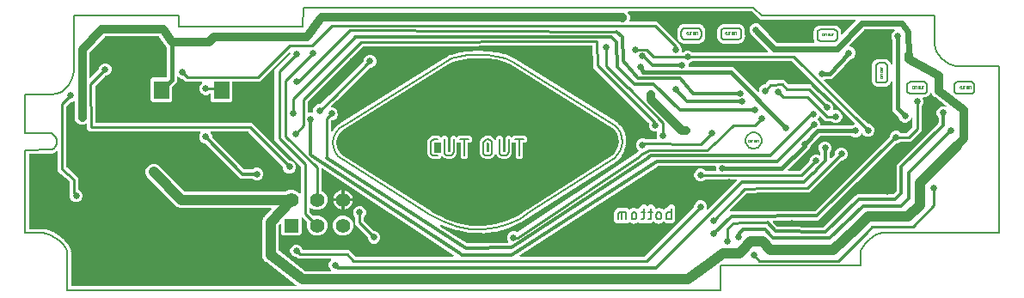
<source format=gbl>
G04 EAGLE Gerber RS-274X export*
G75*
%MOMM*%
%FSLAX34Y34*%
%LPD*%
%INBottom layer*%
%IPPOS*%
%AMOC8*
5,1,8,0,0,1.08239X$1,22.5*%
G01*
%ADD10C,0.152400*%
%ADD11C,0.127000*%
%ADD12C,0.203200*%
%ADD13C,0.000000*%
%ADD14R,1.397000X1.397000*%
%ADD15C,1.397000*%
%ADD16R,1.500000X1.800000*%
%ADD17C,0.654800*%
%ADD18C,0.254000*%
%ADD19C,0.304800*%
%ADD20C,0.406400*%
%ADD21C,0.812800*%
%ADD22C,1.016000*%
%ADD23C,0.609600*%

G36*
X287107Y11878D02*
X287107Y11878D01*
X287229Y11897D01*
X287231Y11898D01*
X287233Y11898D01*
X287336Y11953D01*
X287447Y12011D01*
X287448Y12013D01*
X287450Y12014D01*
X287532Y12099D01*
X287617Y12188D01*
X287618Y12190D01*
X287620Y12192D01*
X287670Y12301D01*
X287722Y12411D01*
X287722Y12413D01*
X287723Y12415D01*
X287736Y12533D01*
X287750Y12655D01*
X287750Y12657D01*
X287750Y12659D01*
X287724Y12779D01*
X287700Y12896D01*
X287698Y12898D01*
X287698Y12900D01*
X287636Y13004D01*
X287575Y13108D01*
X287573Y13109D01*
X287572Y13111D01*
X287566Y13116D01*
X287453Y13224D01*
X258180Y35689D01*
X258166Y35696D01*
X258155Y35707D01*
X258008Y35788D01*
X257595Y35959D01*
X256864Y36690D01*
X256838Y36709D01*
X256789Y36756D01*
X255968Y37386D01*
X255745Y37772D01*
X255735Y37784D01*
X255729Y37799D01*
X255624Y37930D01*
X255309Y38245D01*
X254913Y39201D01*
X254896Y39228D01*
X254869Y39290D01*
X254352Y40186D01*
X254294Y40629D01*
X254289Y40644D01*
X254289Y40660D01*
X254242Y40821D01*
X254071Y41233D01*
X254071Y42268D01*
X254066Y42299D01*
X254065Y42367D01*
X253930Y43392D01*
X254045Y43824D01*
X254047Y43839D01*
X254053Y43854D01*
X254071Y44021D01*
X254071Y74869D01*
X254069Y74881D01*
X254071Y74900D01*
X254012Y76335D01*
X254025Y76368D01*
X254034Y76418D01*
X254053Y76464D01*
X254066Y76585D01*
X254071Y76610D01*
X254070Y76618D01*
X254071Y76631D01*
X254071Y76667D01*
X254621Y77994D01*
X254624Y78006D01*
X254632Y78022D01*
X255127Y79370D01*
X255151Y79397D01*
X255179Y79439D01*
X255214Y79474D01*
X255273Y79581D01*
X255287Y79602D01*
X255289Y79610D01*
X255295Y79621D01*
X255309Y79655D01*
X256324Y80670D01*
X256331Y80680D01*
X256346Y80692D01*
X262828Y87725D01*
X262859Y87772D01*
X262898Y87813D01*
X262926Y87874D01*
X262963Y87930D01*
X262977Y87985D01*
X263001Y88036D01*
X263009Y88103D01*
X263026Y88168D01*
X263022Y88225D01*
X263028Y88281D01*
X263014Y88346D01*
X263009Y88413D01*
X262988Y88466D01*
X262976Y88521D01*
X262941Y88579D01*
X262916Y88641D01*
X262878Y88684D01*
X262849Y88732D01*
X262798Y88776D01*
X262754Y88826D01*
X262705Y88855D01*
X262662Y88892D01*
X262600Y88917D01*
X262542Y88951D01*
X262487Y88962D01*
X262434Y88984D01*
X262332Y88995D01*
X262301Y89001D01*
X262288Y89000D01*
X262267Y89002D01*
X188633Y88913D01*
X188620Y88911D01*
X186870Y88911D01*
X186869Y88911D01*
X185151Y88909D01*
X185149Y88909D01*
X185146Y88909D01*
X185116Y88909D01*
X185097Y88911D01*
X173212Y88911D01*
X170224Y90149D01*
X140437Y119936D01*
X139199Y122924D01*
X139199Y126158D01*
X140437Y129145D01*
X142723Y131432D01*
X145711Y132669D01*
X148945Y132669D01*
X151932Y131432D01*
X177973Y105392D01*
X178047Y105339D01*
X178116Y105279D01*
X178146Y105267D01*
X178172Y105248D01*
X178259Y105221D01*
X178344Y105187D01*
X178385Y105183D01*
X178407Y105176D01*
X178440Y105177D01*
X178511Y105169D01*
X186850Y105169D01*
X186851Y105169D01*
X276192Y105276D01*
X276282Y105291D01*
X276372Y105298D01*
X276402Y105311D01*
X276435Y105316D01*
X276515Y105359D01*
X276598Y105394D01*
X276631Y105420D01*
X276652Y105431D01*
X276674Y105455D01*
X276729Y105499D01*
X276891Y105661D01*
X280579Y107189D01*
X284571Y107189D01*
X288259Y105661D01*
X290532Y103388D01*
X290590Y103346D01*
X290642Y103297D01*
X290689Y103275D01*
X290731Y103245D01*
X290800Y103223D01*
X290865Y103193D01*
X290917Y103188D01*
X290967Y103172D01*
X291038Y103174D01*
X291109Y103166D01*
X291160Y103177D01*
X291212Y103179D01*
X291280Y103203D01*
X291350Y103218D01*
X291395Y103245D01*
X291443Y103263D01*
X291499Y103308D01*
X291561Y103345D01*
X291595Y103384D01*
X291635Y103417D01*
X291674Y103477D01*
X291721Y103531D01*
X291740Y103580D01*
X291768Y103624D01*
X291786Y103693D01*
X291813Y103760D01*
X291821Y103831D01*
X291829Y103862D01*
X291827Y103885D01*
X291831Y103926D01*
X291831Y129896D01*
X291817Y129986D01*
X291809Y130077D01*
X291797Y130107D01*
X291792Y130139D01*
X291749Y130219D01*
X291713Y130303D01*
X291687Y130335D01*
X291676Y130356D01*
X291653Y130378D01*
X291608Y130434D01*
X266281Y155761D01*
X266281Y225239D01*
X281504Y240462D01*
X281547Y240521D01*
X281590Y240567D01*
X281598Y240583D01*
X281617Y240605D01*
X281629Y240635D01*
X281648Y240662D01*
X281674Y240748D01*
X281694Y240790D01*
X281695Y240799D01*
X281709Y240833D01*
X281713Y240874D01*
X281720Y240897D01*
X281719Y240929D01*
X281727Y241000D01*
X281727Y241532D01*
X281716Y241603D01*
X281714Y241674D01*
X281696Y241723D01*
X281688Y241775D01*
X281654Y241838D01*
X281629Y241905D01*
X281597Y241946D01*
X281572Y241992D01*
X281520Y242041D01*
X281476Y242097D01*
X281432Y242126D01*
X281394Y242161D01*
X281329Y242192D01*
X281269Y242230D01*
X281218Y242243D01*
X281171Y242265D01*
X281100Y242273D01*
X281030Y242290D01*
X280978Y242286D01*
X280927Y242292D01*
X280856Y242277D01*
X280785Y242271D01*
X280737Y242251D01*
X280686Y242240D01*
X280625Y242203D01*
X280559Y242175D01*
X280503Y242130D01*
X280475Y242114D01*
X280460Y242096D01*
X280428Y242070D01*
X251859Y213501D01*
X225210Y213501D01*
X225190Y213498D01*
X225171Y213500D01*
X225069Y213478D01*
X224967Y213462D01*
X224950Y213452D01*
X224930Y213448D01*
X224841Y213395D01*
X224750Y213346D01*
X224736Y213332D01*
X224719Y213322D01*
X224652Y213243D01*
X224580Y213168D01*
X224572Y213150D01*
X224559Y213135D01*
X224520Y213039D01*
X224477Y212945D01*
X224475Y212925D01*
X224467Y212907D01*
X224449Y212740D01*
X224449Y195237D01*
X222663Y193451D01*
X205137Y193451D01*
X203351Y195237D01*
X203351Y201122D01*
X203340Y201192D01*
X203338Y201264D01*
X203320Y201313D01*
X203312Y201365D01*
X203278Y201428D01*
X203253Y201495D01*
X203221Y201536D01*
X203196Y201582D01*
X203145Y201631D01*
X203100Y201687D01*
X203056Y201715D01*
X203018Y201751D01*
X202953Y201781D01*
X202893Y201820D01*
X202842Y201833D01*
X202795Y201855D01*
X202724Y201863D01*
X202654Y201880D01*
X202602Y201876D01*
X202551Y201882D01*
X202480Y201867D01*
X202409Y201861D01*
X202361Y201841D01*
X202310Y201830D01*
X202249Y201793D01*
X202183Y201765D01*
X202127Y201720D01*
X202099Y201704D01*
X202084Y201686D01*
X202052Y201660D01*
X201782Y201390D01*
X199458Y200427D01*
X196942Y200427D01*
X194618Y201390D01*
X192840Y203168D01*
X191877Y205492D01*
X191877Y208008D01*
X192840Y210332D01*
X194710Y212202D01*
X194752Y212260D01*
X194801Y212312D01*
X194823Y212359D01*
X194854Y212401D01*
X194875Y212470D01*
X194905Y212535D01*
X194911Y212587D01*
X194926Y212637D01*
X194924Y212708D01*
X194932Y212779D01*
X194921Y212830D01*
X194920Y212882D01*
X194895Y212950D01*
X194880Y213020D01*
X194853Y213065D01*
X194835Y213113D01*
X194790Y213169D01*
X194754Y213231D01*
X194714Y213265D01*
X194681Y213305D01*
X194621Y213344D01*
X194567Y213391D01*
X194518Y213410D01*
X194475Y213438D01*
X194405Y213456D01*
X194338Y213483D01*
X194267Y213491D01*
X194236Y213499D01*
X194213Y213497D01*
X194172Y213501D01*
X178991Y213501D01*
X176138Y216354D01*
X176064Y216407D01*
X175995Y216467D01*
X175965Y216479D01*
X175938Y216498D01*
X175851Y216525D01*
X175767Y216559D01*
X175726Y216563D01*
X175703Y216570D01*
X175671Y216569D01*
X175600Y216577D01*
X174442Y216577D01*
X172118Y217540D01*
X171429Y218229D01*
X171371Y218271D01*
X171319Y218320D01*
X171272Y218342D01*
X171230Y218373D01*
X171161Y218394D01*
X171096Y218424D01*
X171044Y218430D01*
X170994Y218445D01*
X170923Y218443D01*
X170852Y218451D01*
X170801Y218440D01*
X170749Y218439D01*
X170681Y218414D01*
X170611Y218399D01*
X170566Y218372D01*
X170518Y218354D01*
X170462Y218309D01*
X170400Y218273D01*
X170366Y218233D01*
X170326Y218200D01*
X170287Y218140D01*
X170240Y218086D01*
X170221Y218037D01*
X170193Y217994D01*
X170175Y217924D01*
X170148Y217857D01*
X170140Y217786D01*
X170132Y217755D01*
X170134Y217732D01*
X170130Y217691D01*
X170130Y213544D01*
X165672Y209086D01*
X165619Y209013D01*
X165559Y208943D01*
X165547Y208913D01*
X165528Y208887D01*
X165501Y208800D01*
X165467Y208715D01*
X165463Y208674D01*
X165456Y208652D01*
X165457Y208619D01*
X165449Y208548D01*
X165449Y195237D01*
X163663Y193451D01*
X146137Y193451D01*
X144351Y195237D01*
X144351Y215763D01*
X146137Y217549D01*
X159207Y217549D01*
X159227Y217552D01*
X159246Y217550D01*
X159348Y217572D01*
X159450Y217588D01*
X159467Y217598D01*
X159487Y217602D01*
X159576Y217655D01*
X159667Y217704D01*
X159681Y217718D01*
X159698Y217728D01*
X159765Y217807D01*
X159837Y217882D01*
X159845Y217900D01*
X159858Y217915D01*
X159897Y218011D01*
X159940Y218105D01*
X159942Y218125D01*
X159950Y218143D01*
X159968Y218310D01*
X159968Y247212D01*
X159965Y247233D01*
X159967Y247254D01*
X159945Y247354D01*
X159929Y247455D01*
X159919Y247473D01*
X159914Y247494D01*
X159835Y247642D01*
X159600Y247985D01*
X159581Y248005D01*
X159509Y248095D01*
X159032Y248569D01*
X158798Y249128D01*
X158788Y249143D01*
X158724Y249265D01*
X152750Y257986D01*
X152723Y258014D01*
X152704Y258047D01*
X152639Y258102D01*
X152580Y258164D01*
X152546Y258182D01*
X152517Y258207D01*
X152437Y258239D01*
X152362Y258278D01*
X152324Y258284D01*
X152288Y258299D01*
X152122Y258317D01*
X99265Y258317D01*
X99166Y258301D01*
X99065Y258291D01*
X99045Y258281D01*
X99023Y258278D01*
X98934Y258230D01*
X98842Y258188D01*
X98820Y258170D01*
X98805Y258162D01*
X98783Y258139D01*
X98713Y258080D01*
X83992Y242584D01*
X83946Y242517D01*
X83893Y242455D01*
X83877Y242416D01*
X83854Y242381D01*
X83832Y242302D01*
X83801Y242227D01*
X83795Y242171D01*
X83787Y242144D01*
X83789Y242115D01*
X83783Y242060D01*
X83783Y217951D01*
X83794Y217880D01*
X83796Y217808D01*
X83814Y217759D01*
X83822Y217708D01*
X83856Y217645D01*
X83881Y217577D01*
X83913Y217537D01*
X83938Y217491D01*
X83990Y217441D01*
X84034Y217385D01*
X84078Y217357D01*
X84116Y217321D01*
X84181Y217291D01*
X84241Y217252D01*
X84292Y217239D01*
X84339Y217218D01*
X84410Y217210D01*
X84480Y217192D01*
X84532Y217196D01*
X84583Y217190D01*
X84654Y217206D01*
X84725Y217211D01*
X84773Y217232D01*
X84824Y217243D01*
X84885Y217280D01*
X84951Y217308D01*
X85007Y217352D01*
X85035Y217369D01*
X85050Y217387D01*
X85082Y217412D01*
X92744Y225074D01*
X92797Y225148D01*
X92857Y225218D01*
X92869Y225248D01*
X92888Y225274D01*
X92915Y225361D01*
X92949Y225446D01*
X92953Y225487D01*
X92960Y225509D01*
X92959Y225541D01*
X92967Y225613D01*
X92967Y226770D01*
X93930Y229094D01*
X95708Y230873D01*
X98032Y231835D01*
X100548Y231835D01*
X102872Y230873D01*
X104650Y229094D01*
X105613Y226770D01*
X105613Y224255D01*
X104650Y221931D01*
X102872Y220152D01*
X100548Y219190D01*
X99390Y219190D01*
X99300Y219175D01*
X99209Y219168D01*
X99179Y219155D01*
X99147Y219150D01*
X99067Y219107D01*
X98983Y219072D01*
X98951Y219046D01*
X98930Y219035D01*
X98908Y219012D01*
X98852Y218967D01*
X89641Y209756D01*
X89585Y209678D01*
X89523Y209604D01*
X89513Y209578D01*
X89497Y209556D01*
X89469Y209464D01*
X89434Y209375D01*
X89431Y209340D01*
X89425Y209321D01*
X89426Y209288D01*
X89418Y209208D01*
X89854Y173676D01*
X89857Y173661D01*
X89855Y173646D01*
X89878Y173540D01*
X89897Y173433D01*
X89904Y173420D01*
X89907Y173405D01*
X89963Y173312D01*
X90014Y173217D01*
X90025Y173207D01*
X90033Y173194D01*
X90116Y173124D01*
X90195Y173050D01*
X90209Y173044D01*
X90220Y173034D01*
X90321Y172994D01*
X90419Y172949D01*
X90434Y172948D01*
X90448Y172942D01*
X90615Y172924D01*
X243566Y172924D01*
X280422Y136068D01*
X280496Y136015D01*
X280565Y135956D01*
X280595Y135943D01*
X280622Y135925D01*
X280709Y135898D01*
X280793Y135864D01*
X280834Y135859D01*
X280857Y135852D01*
X280889Y135853D01*
X280960Y135845D01*
X282118Y135845D01*
X284442Y134883D01*
X286220Y133104D01*
X287183Y130780D01*
X287183Y128265D01*
X286220Y125941D01*
X284442Y124162D01*
X282118Y123200D01*
X279602Y123200D01*
X277278Y124162D01*
X275500Y125941D01*
X274537Y128265D01*
X274537Y129422D01*
X274523Y129512D01*
X274515Y129603D01*
X274503Y129633D01*
X274498Y129665D01*
X274455Y129746D01*
X274419Y129830D01*
X274393Y129862D01*
X274382Y129882D01*
X274359Y129905D01*
X274314Y129961D01*
X240212Y164063D01*
X240138Y164116D01*
X240068Y164176D01*
X240038Y164188D01*
X240012Y164207D01*
X239925Y164234D01*
X239840Y164268D01*
X239799Y164272D01*
X239777Y164279D01*
X239745Y164278D01*
X239673Y164286D01*
X203793Y164286D01*
X203723Y164275D01*
X203651Y164273D01*
X203602Y164255D01*
X203550Y164247D01*
X203487Y164213D01*
X203420Y164188D01*
X203379Y164156D01*
X203333Y164131D01*
X203284Y164080D01*
X203228Y164035D01*
X203200Y163991D01*
X203164Y163953D01*
X203134Y163888D01*
X203095Y163828D01*
X203082Y163777D01*
X203060Y163730D01*
X203052Y163659D01*
X203035Y163589D01*
X203039Y163537D01*
X203033Y163486D01*
X203048Y163415D01*
X203054Y163344D01*
X203074Y163296D01*
X203085Y163245D01*
X203122Y163184D01*
X203150Y163118D01*
X203195Y163062D01*
X203211Y163034D01*
X203229Y163019D01*
X203255Y162987D01*
X203560Y162682D01*
X204523Y160358D01*
X204523Y159559D01*
X204537Y159469D01*
X204545Y159378D01*
X204557Y159349D01*
X204562Y159317D01*
X204605Y159236D01*
X204641Y159152D01*
X204667Y159120D01*
X204678Y159099D01*
X204701Y159077D01*
X204715Y159060D01*
X204720Y159050D01*
X204727Y159045D01*
X204746Y159021D01*
X236471Y127296D01*
X236545Y127243D01*
X236615Y127183D01*
X236645Y127171D01*
X236671Y127152D01*
X236758Y127125D01*
X236843Y127091D01*
X236884Y127087D01*
X236906Y127080D01*
X236938Y127081D01*
X237009Y127073D01*
X244216Y127073D01*
X244306Y127087D01*
X244397Y127095D01*
X244426Y127107D01*
X244458Y127112D01*
X244539Y127155D01*
X244623Y127191D01*
X244655Y127217D01*
X244676Y127228D01*
X244698Y127251D01*
X244754Y127296D01*
X245318Y127860D01*
X247642Y128823D01*
X250158Y128823D01*
X252482Y127860D01*
X254260Y126082D01*
X255223Y123758D01*
X255223Y121242D01*
X254260Y118918D01*
X252482Y117140D01*
X250158Y116177D01*
X247642Y116177D01*
X245318Y117140D01*
X244754Y117704D01*
X244680Y117757D01*
X244611Y117817D01*
X244580Y117829D01*
X244554Y117848D01*
X244467Y117875D01*
X244382Y117909D01*
X244341Y117913D01*
X244319Y117920D01*
X244287Y117919D01*
X244216Y117927D01*
X232906Y117927D01*
X198279Y152554D01*
X198205Y152607D01*
X198135Y152667D01*
X198105Y152679D01*
X198079Y152698D01*
X197992Y152725D01*
X197907Y152759D01*
X197866Y152763D01*
X197844Y152770D01*
X197812Y152769D01*
X197741Y152777D01*
X196942Y152777D01*
X194618Y153740D01*
X192840Y155518D01*
X191877Y157842D01*
X191877Y160358D01*
X192840Y162682D01*
X193145Y162987D01*
X193187Y163045D01*
X193236Y163097D01*
X193258Y163144D01*
X193289Y163186D01*
X193310Y163255D01*
X193340Y163320D01*
X193346Y163372D01*
X193361Y163422D01*
X193359Y163493D01*
X193367Y163564D01*
X193356Y163615D01*
X193355Y163667D01*
X193330Y163735D01*
X193315Y163805D01*
X193288Y163850D01*
X193270Y163898D01*
X193225Y163954D01*
X193189Y164016D01*
X193149Y164050D01*
X193116Y164090D01*
X193056Y164129D01*
X193002Y164176D01*
X192953Y164195D01*
X192910Y164223D01*
X192840Y164241D01*
X192773Y164268D01*
X192702Y164276D01*
X192671Y164284D01*
X192648Y164282D01*
X192607Y164286D01*
X85629Y164286D01*
X85625Y164286D01*
X85619Y164286D01*
X83830Y164264D01*
X82566Y165528D01*
X82563Y165530D01*
X82560Y165535D01*
X81278Y166785D01*
X81278Y168573D01*
X81278Y168577D01*
X81278Y168582D01*
X81246Y171189D01*
X81239Y171230D01*
X81241Y171271D01*
X81218Y171350D01*
X81204Y171432D01*
X81184Y171468D01*
X81172Y171507D01*
X81125Y171575D01*
X81086Y171648D01*
X81056Y171676D01*
X81032Y171709D01*
X80966Y171759D01*
X80905Y171815D01*
X80868Y171832D01*
X80835Y171856D01*
X80756Y171882D01*
X80681Y171916D01*
X80640Y171920D01*
X80601Y171932D01*
X80518Y171932D01*
X80436Y171940D01*
X80396Y171930D01*
X80355Y171930D01*
X80202Y171886D01*
X80197Y171884D01*
X80196Y171884D01*
X80194Y171883D01*
X78085Y171010D01*
X75255Y171010D01*
X72641Y172093D01*
X70640Y174093D01*
X69557Y176708D01*
X69557Y193444D01*
X69550Y193490D01*
X69552Y193536D01*
X69530Y193611D01*
X69518Y193687D01*
X69496Y193728D01*
X69483Y193772D01*
X69439Y193836D01*
X69402Y193905D01*
X69369Y193936D01*
X69343Y193974D01*
X69281Y194020D01*
X69224Y194074D01*
X69182Y194093D01*
X69146Y194121D01*
X69072Y194145D01*
X69001Y194178D01*
X68955Y194183D01*
X68912Y194197D01*
X68834Y194196D01*
X68757Y194205D01*
X68712Y194195D01*
X68666Y194195D01*
X68534Y194156D01*
X68516Y194152D01*
X68512Y194150D01*
X68505Y194148D01*
X66663Y193385D01*
X65505Y193385D01*
X65415Y193370D01*
X65324Y193363D01*
X65294Y193350D01*
X65262Y193345D01*
X65182Y193302D01*
X65098Y193267D01*
X65066Y193241D01*
X65045Y193230D01*
X65023Y193207D01*
X64967Y193162D01*
X61642Y189837D01*
X61589Y189763D01*
X61529Y189693D01*
X61517Y189663D01*
X61498Y189637D01*
X61471Y189550D01*
X61437Y189465D01*
X61433Y189424D01*
X61426Y189402D01*
X61427Y189370D01*
X61419Y189298D01*
X61419Y129311D01*
X61437Y129197D01*
X61454Y129082D01*
X61457Y129075D01*
X61458Y129069D01*
X61513Y128966D01*
X61565Y128862D01*
X61571Y128856D01*
X61574Y128851D01*
X61588Y128838D01*
X61679Y128738D01*
X70087Y121381D01*
X70144Y121346D01*
X70194Y121303D01*
X70247Y121281D01*
X70296Y121251D01*
X70361Y121236D01*
X70422Y121211D01*
X70454Y121207D01*
X71614Y120047D01*
X71630Y120036D01*
X71651Y120013D01*
X72882Y118935D01*
X72905Y118882D01*
X72918Y118826D01*
X72953Y118770D01*
X72979Y118709D01*
X72999Y118684D01*
X72999Y117043D01*
X73002Y117024D01*
X73000Y116992D01*
X73109Y115360D01*
X73088Y115306D01*
X73057Y115257D01*
X73042Y115193D01*
X73017Y115132D01*
X73008Y115050D01*
X73001Y115018D01*
X73002Y114998D01*
X72999Y114965D01*
X72999Y107484D01*
X73018Y107369D01*
X73035Y107253D01*
X73037Y107247D01*
X73038Y107241D01*
X73093Y107138D01*
X73146Y107034D01*
X73151Y107029D01*
X73154Y107024D01*
X73238Y106944D01*
X73322Y106862D01*
X73328Y106858D01*
X73332Y106855D01*
X73349Y106847D01*
X73469Y106781D01*
X74412Y106390D01*
X76190Y104612D01*
X77153Y102288D01*
X77153Y99772D01*
X76190Y97448D01*
X74412Y95670D01*
X72088Y94707D01*
X69572Y94707D01*
X67248Y95670D01*
X65470Y97448D01*
X64507Y99772D01*
X64507Y100930D01*
X64504Y100948D01*
X64506Y100964D01*
X64492Y101032D01*
X64485Y101111D01*
X64473Y101141D01*
X64468Y101173D01*
X64456Y101193D01*
X64454Y101205D01*
X64424Y101255D01*
X64389Y101337D01*
X64363Y101369D01*
X64361Y101373D01*
X64361Y114569D01*
X64343Y114683D01*
X64326Y114798D01*
X64323Y114805D01*
X64322Y114811D01*
X64267Y114914D01*
X64215Y115018D01*
X64209Y115024D01*
X64206Y115029D01*
X64192Y115042D01*
X64101Y115142D01*
X55693Y122499D01*
X55636Y122534D01*
X55586Y122577D01*
X55533Y122599D01*
X55484Y122629D01*
X55419Y122644D01*
X55358Y122669D01*
X55326Y122673D01*
X54166Y123833D01*
X54150Y123844D01*
X54129Y123867D01*
X52898Y124945D01*
X52875Y124998D01*
X52862Y125054D01*
X52827Y125110D01*
X52801Y125171D01*
X52781Y125196D01*
X52781Y126837D01*
X52780Y126845D01*
X52780Y126847D01*
X52778Y126856D01*
X52780Y126888D01*
X52671Y128520D01*
X52692Y128574D01*
X52723Y128623D01*
X52738Y128687D01*
X52763Y128748D01*
X52772Y128830D01*
X52779Y128862D01*
X52778Y128882D01*
X52781Y128915D01*
X52781Y144250D01*
X52768Y144333D01*
X52763Y144418D01*
X52748Y144454D01*
X52742Y144492D01*
X52702Y144567D01*
X52670Y144646D01*
X52645Y144675D01*
X52626Y144710D01*
X52565Y144768D01*
X52510Y144832D01*
X52476Y144852D01*
X52448Y144879D01*
X52371Y144915D01*
X52299Y144958D01*
X52260Y144966D01*
X52225Y144983D01*
X52141Y144992D01*
X52058Y145010D01*
X52019Y145006D01*
X51981Y145010D01*
X51898Y144992D01*
X51814Y144983D01*
X51767Y144963D01*
X51740Y144958D01*
X51714Y144942D01*
X51658Y144920D01*
X51302Y144727D01*
X51255Y144691D01*
X51203Y144663D01*
X51132Y144596D01*
X51107Y144577D01*
X51099Y144564D01*
X51081Y144547D01*
X50624Y144005D01*
X49998Y143951D01*
X49928Y143934D01*
X49857Y143926D01*
X49791Y143899D01*
X49759Y143891D01*
X49740Y143878D01*
X49701Y143863D01*
X48875Y143417D01*
X48852Y143399D01*
X48825Y143387D01*
X48695Y143281D01*
X48069Y142646D01*
X47627Y142642D01*
X47527Y142625D01*
X47427Y142614D01*
X47401Y142603D01*
X47385Y142601D01*
X47356Y142585D01*
X47271Y142551D01*
X46883Y142341D01*
X46028Y142596D01*
X45998Y142600D01*
X45971Y142611D01*
X45804Y142628D01*
X25148Y142468D01*
X25131Y142466D01*
X25115Y142467D01*
X25011Y142445D01*
X24906Y142427D01*
X24891Y142419D01*
X24874Y142415D01*
X24783Y142361D01*
X24689Y142310D01*
X24678Y142298D01*
X24663Y142289D01*
X24594Y142208D01*
X24521Y142130D01*
X24514Y142115D01*
X24503Y142102D01*
X24463Y142003D01*
X24419Y141907D01*
X24418Y141890D01*
X24411Y141874D01*
X24393Y141707D01*
X24393Y69003D01*
X24396Y68983D01*
X24394Y68964D01*
X24416Y68862D01*
X24432Y68760D01*
X24442Y68743D01*
X24446Y68723D01*
X24499Y68634D01*
X24548Y68543D01*
X24562Y68529D01*
X24572Y68512D01*
X24651Y68445D01*
X24726Y68373D01*
X24744Y68365D01*
X24759Y68352D01*
X24855Y68313D01*
X24949Y68270D01*
X24969Y68268D01*
X24987Y68260D01*
X25154Y68242D01*
X35595Y68242D01*
X35638Y68249D01*
X35681Y68247D01*
X35759Y68268D01*
X35838Y68281D01*
X35876Y68302D01*
X35918Y68313D01*
X36045Y68391D01*
X36055Y68397D01*
X36057Y68399D01*
X36061Y68401D01*
X36074Y68411D01*
X37351Y68248D01*
X37383Y68249D01*
X37448Y68242D01*
X38735Y68242D01*
X38747Y68230D01*
X38782Y68205D01*
X38811Y68173D01*
X38882Y68133D01*
X38947Y68086D01*
X38988Y68074D01*
X39026Y68052D01*
X39170Y68018D01*
X39182Y68014D01*
X39185Y68014D01*
X39189Y68013D01*
X40841Y67802D01*
X40851Y67802D01*
X40860Y67800D01*
X40974Y67807D01*
X41087Y67811D01*
X41096Y67814D01*
X41106Y67815D01*
X41264Y67869D01*
X41479Y67971D01*
X42502Y67607D01*
X42510Y67606D01*
X42660Y67569D01*
X43737Y67432D01*
X43882Y67244D01*
X43889Y67237D01*
X43894Y67229D01*
X43979Y67154D01*
X44062Y67076D01*
X44071Y67072D01*
X44078Y67066D01*
X44229Y66992D01*
X46059Y66341D01*
X46086Y66336D01*
X46110Y66325D01*
X46206Y66314D01*
X46301Y66297D01*
X46328Y66301D01*
X46355Y66298D01*
X46520Y66325D01*
X46640Y66359D01*
X47678Y65776D01*
X47708Y65765D01*
X47795Y65723D01*
X48916Y65324D01*
X48969Y65211D01*
X48985Y65189D01*
X48994Y65164D01*
X49054Y65089D01*
X49109Y65009D01*
X49131Y64993D01*
X49148Y64972D01*
X49284Y64874D01*
X50917Y63958D01*
X50952Y63945D01*
X50984Y63924D01*
X51067Y63903D01*
X51148Y63873D01*
X51186Y63872D01*
X51222Y63863D01*
X51390Y63867D01*
X51445Y63874D01*
X52439Y63112D01*
X52468Y63097D01*
X52529Y63053D01*
X53622Y62439D01*
X53637Y62386D01*
X53653Y62352D01*
X53660Y62315D01*
X53704Y62241D01*
X53741Y62163D01*
X53766Y62136D01*
X53786Y62104D01*
X53907Y61988D01*
X55299Y60921D01*
X55335Y60901D01*
X55367Y60875D01*
X55443Y60844D01*
X55516Y60805D01*
X55557Y60798D01*
X55595Y60783D01*
X55752Y60765D01*
X55758Y60764D01*
X55760Y60764D01*
X55762Y60764D01*
X55791Y60764D01*
X56693Y59861D01*
X56719Y59843D01*
X56769Y59795D01*
X57782Y59019D01*
X57785Y58990D01*
X57797Y58950D01*
X57801Y58909D01*
X57833Y58833D01*
X57857Y58754D01*
X57881Y58721D01*
X57897Y58683D01*
X57996Y58559D01*
X57999Y58554D01*
X58000Y58553D01*
X58002Y58552D01*
X59097Y57455D01*
X59128Y57433D01*
X59152Y57405D01*
X59227Y57362D01*
X59297Y57312D01*
X59333Y57301D01*
X59365Y57282D01*
X59528Y57240D01*
X59581Y57232D01*
X60333Y56229D01*
X60357Y56206D01*
X60404Y56147D01*
X61290Y55260D01*
X61290Y55206D01*
X61297Y55169D01*
X61294Y55131D01*
X61316Y55048D01*
X61330Y54964D01*
X61348Y54930D01*
X61357Y54894D01*
X61443Y54749D01*
X62206Y53732D01*
X62223Y53716D01*
X62235Y53695D01*
X62311Y53631D01*
X62383Y53562D01*
X62405Y53552D01*
X62423Y53536D01*
X62575Y53466D01*
X62713Y53421D01*
X63239Y52374D01*
X63257Y52350D01*
X63310Y52259D01*
X64013Y51323D01*
X63992Y51179D01*
X63993Y51155D01*
X63987Y51132D01*
X63995Y51033D01*
X63997Y50933D01*
X64005Y50911D01*
X64007Y50887D01*
X64066Y50730D01*
X64524Y49818D01*
X64590Y49727D01*
X64653Y49635D01*
X64663Y49626D01*
X64668Y49619D01*
X64690Y49604D01*
X64781Y49527D01*
X65090Y49321D01*
X65277Y48380D01*
X65284Y48362D01*
X65285Y48344D01*
X65344Y48187D01*
X65775Y47329D01*
X65658Y46977D01*
X65641Y46866D01*
X65620Y46756D01*
X65621Y46742D01*
X65620Y46734D01*
X65624Y46708D01*
X65634Y46589D01*
X65712Y46197D01*
X65718Y46181D01*
X65719Y46165D01*
X65761Y46067D01*
X65799Y45967D01*
X65809Y45954D01*
X65816Y45939D01*
X65921Y45808D01*
X66057Y45671D01*
X66057Y44544D01*
X66061Y44521D01*
X66071Y44395D01*
X66292Y43290D01*
X66185Y43130D01*
X66178Y43115D01*
X66167Y43102D01*
X66127Y43003D01*
X66083Y42906D01*
X66081Y42889D01*
X66075Y42874D01*
X66057Y42707D01*
X66057Y12620D01*
X66060Y12600D01*
X66058Y12581D01*
X66080Y12479D01*
X66096Y12377D01*
X66106Y12360D01*
X66110Y12340D01*
X66163Y12251D01*
X66212Y12160D01*
X66226Y12146D01*
X66236Y12129D01*
X66315Y12062D01*
X66390Y11990D01*
X66408Y11982D01*
X66423Y11969D01*
X66519Y11930D01*
X66613Y11887D01*
X66633Y11885D01*
X66651Y11877D01*
X66818Y11859D01*
X286990Y11859D01*
X287107Y11878D01*
G37*
G36*
X471681Y71309D02*
X471681Y71309D01*
X471769Y71311D01*
X483588Y72857D01*
X483620Y72867D01*
X483706Y72882D01*
X495074Y76254D01*
X495104Y76269D01*
X495183Y76296D01*
X506018Y81423D01*
X506045Y81442D01*
X506115Y81478D01*
X515204Y87540D01*
X515265Y87596D01*
X515331Y87646D01*
X515353Y87679D01*
X516583Y88460D01*
X516588Y88464D01*
X516597Y88469D01*
X517810Y89278D01*
X517848Y89285D01*
X517896Y89309D01*
X517923Y89317D01*
X517947Y89334D01*
X517998Y89359D01*
X598945Y140777D01*
X598964Y140794D01*
X598987Y140806D01*
X599111Y140919D01*
X601210Y143327D01*
X601222Y143347D01*
X601298Y143450D01*
X603112Y146625D01*
X603122Y146654D01*
X603168Y146749D01*
X604445Y150368D01*
X604451Y150397D01*
X604479Y150501D01*
X605087Y154291D01*
X605087Y154314D01*
X605096Y154441D01*
X604951Y158139D01*
X604950Y158143D01*
X604951Y158147D01*
X604924Y158312D01*
X603988Y161697D01*
X603980Y161714D01*
X603978Y161732D01*
X603908Y161884D01*
X602146Y164837D01*
X602127Y164859D01*
X602115Y164884D01*
X602004Y165010D01*
X599105Y167649D01*
X599080Y167665D01*
X598996Y167731D01*
X498572Y230472D01*
X498546Y230483D01*
X498500Y230512D01*
X492686Y233315D01*
X492662Y233322D01*
X492548Y233366D01*
X484996Y235335D01*
X484966Y235338D01*
X484904Y235353D01*
X476019Y236521D01*
X475994Y236520D01*
X475947Y236527D01*
X466503Y236863D01*
X466479Y236860D01*
X466436Y236863D01*
X457170Y236384D01*
X457144Y236378D01*
X457097Y236376D01*
X448753Y235129D01*
X448723Y235120D01*
X448655Y235108D01*
X442051Y233206D01*
X442049Y233205D01*
X442046Y233205D01*
X441892Y233140D01*
X437234Y230552D01*
X437223Y230543D01*
X437202Y230533D01*
X337665Y168786D01*
X337651Y168774D01*
X337622Y168758D01*
X332849Y165333D01*
X332841Y165324D01*
X332831Y165319D01*
X332709Y165203D01*
X329681Y161583D01*
X329672Y161567D01*
X329660Y161555D01*
X329573Y161411D01*
X327824Y157593D01*
X327819Y157575D01*
X327809Y157559D01*
X327765Y157397D01*
X327140Y153532D01*
X327140Y153515D01*
X327136Y153498D01*
X327135Y153330D01*
X327536Y149575D01*
X327540Y149559D01*
X327540Y149542D01*
X327583Y149380D01*
X328927Y145922D01*
X328936Y145907D01*
X328941Y145889D01*
X329025Y145745D01*
X331228Y142775D01*
X331243Y142761D01*
X331254Y142742D01*
X331375Y142626D01*
X334681Y140079D01*
X334703Y140068D01*
X334737Y140040D01*
X420896Y85382D01*
X420918Y85373D01*
X420952Y85350D01*
X433898Y78603D01*
X433929Y78593D01*
X433997Y78560D01*
X446722Y74081D01*
X446755Y74075D01*
X446833Y74051D01*
X459333Y71682D01*
X459366Y71681D01*
X459452Y71669D01*
X471648Y71305D01*
X471681Y71309D01*
G37*
G36*
X495967Y54603D02*
X495967Y54603D01*
X496033Y54615D01*
X496100Y54616D01*
X496153Y54636D01*
X496209Y54646D01*
X496268Y54678D01*
X496331Y54701D01*
X496375Y54736D01*
X496425Y54763D01*
X496471Y54813D01*
X496523Y54855D01*
X496554Y54902D01*
X496592Y54944D01*
X496620Y55005D01*
X496656Y55061D01*
X496670Y55117D01*
X496693Y55168D01*
X496700Y55235D01*
X496716Y55300D01*
X496712Y55356D01*
X496717Y55413D01*
X496702Y55479D01*
X496697Y55545D01*
X496675Y55597D01*
X496662Y55653D01*
X496627Y55710D01*
X496601Y55771D01*
X496550Y55834D01*
X496533Y55862D01*
X496517Y55875D01*
X496496Y55902D01*
X496290Y56108D01*
X495327Y58432D01*
X495327Y60948D01*
X496290Y63272D01*
X498068Y65050D01*
X500392Y66013D01*
X502908Y66013D01*
X505145Y65086D01*
X505187Y65076D01*
X505226Y65058D01*
X505306Y65048D01*
X505384Y65030D01*
X505427Y65034D01*
X505470Y65029D01*
X505549Y65045D01*
X505629Y65053D01*
X505669Y65071D01*
X505711Y65080D01*
X505843Y65148D01*
X505854Y65153D01*
X505856Y65155D01*
X505860Y65157D01*
X618941Y140933D01*
X624733Y144814D01*
X624773Y144852D01*
X624819Y144881D01*
X624851Y144921D01*
X624876Y144941D01*
X624888Y144959D01*
X624913Y144982D01*
X624939Y145030D01*
X624973Y145073D01*
X624996Y145127D01*
X625009Y145148D01*
X625016Y145173D01*
X625030Y145199D01*
X625032Y145211D01*
X625039Y145227D01*
X625040Y145232D01*
X625050Y145310D01*
X625069Y145387D01*
X625067Y145418D01*
X625071Y145441D01*
X625069Y145454D01*
X625072Y145475D01*
X625056Y145553D01*
X625050Y145632D01*
X625036Y145666D01*
X625033Y145684D01*
X625029Y145691D01*
X625024Y145717D01*
X624985Y145785D01*
X624954Y145858D01*
X624921Y145900D01*
X624919Y145903D01*
X624916Y145905D01*
X624902Y145930D01*
X624882Y145949D01*
X624849Y145989D01*
X623290Y147548D01*
X622327Y149872D01*
X622327Y152388D01*
X623290Y154712D01*
X625068Y156490D01*
X627392Y157453D01*
X629908Y157453D01*
X631594Y156754D01*
X631657Y156739D01*
X631717Y156715D01*
X631802Y156705D01*
X631834Y156698D01*
X631853Y156700D01*
X631884Y156696D01*
X642235Y156672D01*
X642281Y156679D01*
X642328Y156677D01*
X642402Y156699D01*
X642478Y156711D01*
X642519Y156733D01*
X642564Y156746D01*
X642628Y156790D01*
X642696Y156825D01*
X642728Y156859D01*
X642766Y156886D01*
X642812Y156948D01*
X642865Y157003D01*
X642885Y157046D01*
X642913Y157083D01*
X642937Y157156D01*
X642970Y157226D01*
X642975Y157273D01*
X642989Y157317D01*
X642989Y157394D01*
X642997Y157471D01*
X642987Y157516D01*
X642987Y157563D01*
X642950Y157691D01*
X642946Y157711D01*
X642943Y157716D01*
X642940Y157724D01*
X642307Y159252D01*
X642307Y161768D01*
X642973Y163375D01*
X642983Y163419D01*
X643003Y163461D01*
X643011Y163538D01*
X643029Y163614D01*
X643025Y163660D01*
X643030Y163705D01*
X643013Y163782D01*
X643006Y163859D01*
X642987Y163901D01*
X642978Y163946D01*
X642938Y164013D01*
X642906Y164084D01*
X642875Y164118D01*
X642851Y164157D01*
X642792Y164208D01*
X642740Y164265D01*
X642699Y164287D01*
X642664Y164317D01*
X642592Y164346D01*
X642524Y164383D01*
X642479Y164392D01*
X642436Y164409D01*
X642300Y164424D01*
X642282Y164427D01*
X642277Y164426D01*
X642270Y164427D01*
X639692Y164427D01*
X637368Y165390D01*
X635590Y167168D01*
X634627Y169492D01*
X634627Y172008D01*
X634698Y172179D01*
X634725Y172291D01*
X634754Y172407D01*
X634753Y172413D01*
X634755Y172419D01*
X634744Y172535D01*
X634735Y172652D01*
X634732Y172657D01*
X634731Y172664D01*
X634695Y172746D01*
X634691Y172762D01*
X634678Y172785D01*
X634638Y172878D01*
X634634Y172884D01*
X634632Y172888D01*
X634619Y172902D01*
X634575Y172957D01*
X634565Y172973D01*
X634555Y172982D01*
X634533Y173009D01*
X581165Y226377D01*
X581157Y226383D01*
X581145Y226397D01*
X579859Y227591D01*
X579834Y227634D01*
X579834Y229403D01*
X579832Y229414D01*
X579834Y229431D01*
X579138Y248217D01*
X579137Y248223D01*
X579137Y248229D01*
X579112Y248343D01*
X579089Y248458D01*
X579086Y248463D01*
X579085Y248470D01*
X579025Y248569D01*
X578966Y248671D01*
X578961Y248675D01*
X578958Y248680D01*
X578870Y248756D01*
X578782Y248833D01*
X578776Y248836D01*
X578771Y248840D01*
X578663Y248883D01*
X578555Y248929D01*
X578549Y248929D01*
X578543Y248932D01*
X578376Y248950D01*
X353685Y248568D01*
X353596Y248554D01*
X353505Y248547D01*
X353475Y248534D01*
X353442Y248528D01*
X353362Y248486D01*
X353279Y248450D01*
X353246Y248424D01*
X353225Y248413D01*
X353203Y248390D01*
X353148Y248345D01*
X299342Y194539D01*
X299289Y194465D01*
X299229Y194396D01*
X299217Y194366D01*
X299198Y194339D01*
X299171Y194252D01*
X299137Y194168D01*
X299133Y194127D01*
X299126Y194104D01*
X299127Y194072D01*
X299119Y194001D01*
X299119Y183634D01*
X299126Y183589D01*
X299124Y183543D01*
X299146Y183468D01*
X299158Y183392D01*
X299180Y183351D01*
X299193Y183307D01*
X299237Y183243D01*
X299274Y183174D01*
X299307Y183143D01*
X299333Y183105D01*
X299395Y183059D01*
X299452Y183005D01*
X299494Y182986D01*
X299530Y182958D01*
X299604Y182934D01*
X299675Y182901D01*
X299721Y182896D01*
X299764Y182882D01*
X299842Y182883D01*
X299919Y182874D01*
X299964Y182884D01*
X300010Y182884D01*
X300142Y182923D01*
X300160Y182927D01*
X300164Y182929D01*
X300171Y182931D01*
X300392Y183023D01*
X302908Y183023D01*
X303187Y182907D01*
X303257Y182890D01*
X303324Y182865D01*
X303376Y182863D01*
X303427Y182851D01*
X303498Y182857D01*
X303570Y182854D01*
X303620Y182869D01*
X303672Y182874D01*
X303737Y182903D01*
X303806Y182923D01*
X303849Y182953D01*
X303896Y182974D01*
X303949Y183022D01*
X304008Y183063D01*
X304039Y183105D01*
X304078Y183140D01*
X304112Y183203D01*
X304155Y183261D01*
X304171Y183310D01*
X304196Y183356D01*
X304209Y183426D01*
X304231Y183495D01*
X304231Y183547D01*
X304240Y183598D01*
X304229Y183669D01*
X304229Y183741D01*
X304227Y183746D01*
X304227Y186308D01*
X305190Y188632D01*
X306968Y190410D01*
X309292Y191373D01*
X310576Y191373D01*
X310653Y191385D01*
X310731Y191389D01*
X310774Y191405D01*
X310819Y191412D01*
X310888Y191449D01*
X310960Y191477D01*
X311010Y191513D01*
X311036Y191528D01*
X311055Y191547D01*
X311095Y191577D01*
X320201Y200059D01*
X320207Y200067D01*
X320220Y200078D01*
X353554Y233412D01*
X353607Y233486D01*
X353667Y233555D01*
X353679Y233585D01*
X353698Y233612D01*
X353725Y233699D01*
X353759Y233783D01*
X353763Y233824D01*
X353770Y233847D01*
X353769Y233879D01*
X353777Y233950D01*
X353777Y235108D01*
X354740Y237432D01*
X356518Y239210D01*
X358842Y240173D01*
X361358Y240173D01*
X363682Y239210D01*
X365460Y237432D01*
X366423Y235108D01*
X366423Y232592D01*
X365460Y230268D01*
X363682Y228490D01*
X361358Y227527D01*
X360200Y227527D01*
X360110Y227513D01*
X360019Y227505D01*
X359989Y227493D01*
X359957Y227488D01*
X359877Y227445D01*
X359793Y227409D01*
X359761Y227383D01*
X359740Y227372D01*
X359718Y227349D01*
X359662Y227304D01*
X327678Y195320D01*
X327632Y195257D01*
X327579Y195199D01*
X327561Y195157D01*
X327534Y195120D01*
X327519Y195072D01*
X326219Y193861D01*
X326213Y193853D01*
X326200Y193842D01*
X324951Y192593D01*
X324898Y192565D01*
X324825Y192537D01*
X324776Y192501D01*
X324749Y192486D01*
X324731Y192467D01*
X324691Y192437D01*
X321582Y189541D01*
X321529Y189474D01*
X321471Y189412D01*
X321455Y189377D01*
X321431Y189346D01*
X321403Y189266D01*
X321367Y189189D01*
X321363Y189151D01*
X321350Y189114D01*
X321350Y189029D01*
X321340Y188945D01*
X321348Y188907D01*
X321348Y188868D01*
X321374Y188787D01*
X321393Y188704D01*
X321412Y188671D01*
X321424Y188634D01*
X321475Y188566D01*
X321519Y188493D01*
X321548Y188468D01*
X321571Y188437D01*
X321641Y188388D01*
X321706Y188333D01*
X321742Y188319D01*
X321773Y188297D01*
X321855Y188273D01*
X321934Y188241D01*
X321984Y188236D01*
X322009Y188228D01*
X322040Y188229D01*
X322100Y188223D01*
X323608Y188223D01*
X325932Y187260D01*
X327710Y185482D01*
X328673Y183158D01*
X328673Y180642D01*
X327710Y178318D01*
X325932Y176540D01*
X323608Y175577D01*
X322530Y175577D01*
X322510Y175574D01*
X322491Y175576D01*
X322389Y175554D01*
X322287Y175538D01*
X322270Y175528D01*
X322250Y175524D01*
X322161Y175471D01*
X322070Y175422D01*
X322056Y175408D01*
X322039Y175398D01*
X321972Y175319D01*
X321900Y175244D01*
X321892Y175226D01*
X321879Y175211D01*
X321840Y175115D01*
X321797Y175021D01*
X321795Y175001D01*
X321787Y174983D01*
X321769Y174816D01*
X321769Y165306D01*
X321786Y165203D01*
X321798Y165098D01*
X321806Y165082D01*
X321808Y165064D01*
X321858Y164971D01*
X321902Y164876D01*
X321915Y164862D01*
X321924Y164846D01*
X322000Y164774D01*
X322073Y164698D01*
X322089Y164690D01*
X322102Y164677D01*
X322197Y164633D01*
X322290Y164584D01*
X322308Y164581D01*
X322325Y164573D01*
X322429Y164562D01*
X322533Y164545D01*
X322551Y164548D01*
X322569Y164546D01*
X322672Y164569D01*
X322776Y164586D01*
X322792Y164595D01*
X322810Y164598D01*
X322900Y164652D01*
X322993Y164702D01*
X323009Y164717D01*
X323021Y164725D01*
X323041Y164749D01*
X323114Y164818D01*
X323481Y165257D01*
X323490Y165272D01*
X323503Y165285D01*
X323589Y165428D01*
X323991Y166305D01*
X324334Y166433D01*
X324433Y166489D01*
X324532Y166542D01*
X324541Y166550D01*
X324548Y166555D01*
X324565Y166573D01*
X324653Y166658D01*
X326781Y169202D01*
X326841Y169303D01*
X326903Y169406D01*
X326905Y169411D01*
X326906Y169414D01*
X326909Y169428D01*
X326948Y169567D01*
X327002Y169892D01*
X327814Y170475D01*
X327822Y170483D01*
X327833Y170489D01*
X327954Y170605D01*
X328596Y171372D01*
X328923Y171401D01*
X329037Y171430D01*
X329153Y171458D01*
X329158Y171461D01*
X329161Y171462D01*
X329174Y171470D01*
X329299Y171541D01*
X332192Y173616D01*
X332238Y173663D01*
X332292Y173702D01*
X332325Y173749D01*
X332366Y173790D01*
X332395Y173849D01*
X332433Y173903D01*
X332437Y173914D01*
X333668Y174678D01*
X333683Y174691D01*
X333711Y174707D01*
X334893Y175555D01*
X334921Y175560D01*
X334979Y175559D01*
X335041Y175580D01*
X335106Y175592D01*
X335181Y175627D01*
X335212Y175638D01*
X335228Y175650D01*
X335257Y175664D01*
X432034Y235698D01*
X432089Y235746D01*
X432150Y235787D01*
X432181Y235827D01*
X432219Y235860D01*
X432256Y235923D01*
X432257Y235924D01*
X433597Y236669D01*
X433608Y236677D01*
X433628Y236687D01*
X434921Y237489D01*
X434939Y237488D01*
X435010Y237506D01*
X435082Y237515D01*
X435146Y237542D01*
X435177Y237550D01*
X435197Y237563D01*
X435237Y237580D01*
X437695Y238946D01*
X437699Y238949D01*
X437704Y238951D01*
X437795Y239025D01*
X437888Y239099D01*
X437891Y239103D01*
X437894Y239106D01*
X437991Y239243D01*
X438121Y239477D01*
X439137Y239770D01*
X439139Y239771D01*
X439142Y239771D01*
X439296Y239836D01*
X440221Y240350D01*
X440478Y240276D01*
X440483Y240276D01*
X440487Y240274D01*
X440605Y240261D01*
X440722Y240248D01*
X440727Y240249D01*
X440732Y240248D01*
X440897Y240277D01*
X445456Y241589D01*
X445493Y241607D01*
X445534Y241616D01*
X445604Y241659D01*
X445678Y241695D01*
X445708Y241723D01*
X445743Y241745D01*
X445850Y241861D01*
X445855Y241865D01*
X445856Y241867D01*
X445857Y241868D01*
X445875Y241892D01*
X447137Y242080D01*
X447167Y242090D01*
X447235Y242102D01*
X448461Y242455D01*
X448487Y242441D01*
X448526Y242427D01*
X448561Y242405D01*
X448641Y242386D01*
X448719Y242358D01*
X448760Y242357D01*
X448800Y242348D01*
X448958Y242354D01*
X448964Y242353D01*
X448966Y242354D01*
X448968Y242354D01*
X454618Y243198D01*
X454670Y243215D01*
X454725Y243222D01*
X454787Y243253D01*
X454852Y243274D01*
X454896Y243306D01*
X454946Y243330D01*
X455019Y243396D01*
X456385Y243466D01*
X456411Y243472D01*
X456459Y243474D01*
X457813Y243676D01*
X457844Y243652D01*
X457909Y243630D01*
X457970Y243598D01*
X458024Y243590D01*
X458076Y243572D01*
X458184Y243566D01*
X458214Y243561D01*
X458225Y243563D01*
X458244Y243562D01*
X464584Y243890D01*
X464641Y243902D01*
X464700Y243905D01*
X464761Y243928D01*
X464825Y243942D01*
X464875Y243972D01*
X464929Y243993D01*
X464986Y244035D01*
X466379Y243985D01*
X466403Y243988D01*
X466445Y243986D01*
X467836Y244058D01*
X467851Y244044D01*
X467911Y244017D01*
X467966Y243982D01*
X468023Y243967D01*
X468076Y243944D01*
X468173Y243929D01*
X468204Y243921D01*
X468219Y243923D01*
X468242Y243919D01*
X474751Y243688D01*
X474806Y243695D01*
X474861Y243692D01*
X474927Y243710D01*
X474995Y243719D01*
X475045Y243743D01*
X475098Y243758D01*
X475178Y243806D01*
X476539Y243628D01*
X476564Y243628D01*
X476611Y243622D01*
X477983Y243573D01*
X478007Y243546D01*
X478067Y243512D01*
X478121Y243470D01*
X478173Y243452D01*
X478221Y243425D01*
X478325Y243400D01*
X478353Y243390D01*
X478366Y243390D01*
X478384Y243385D01*
X484526Y242578D01*
X484571Y242579D01*
X484614Y242571D01*
X484693Y242583D01*
X484772Y242585D01*
X484814Y242601D01*
X484858Y242607D01*
X484989Y242666D01*
X485003Y242671D01*
X485006Y242673D01*
X485011Y242676D01*
X485019Y242681D01*
X486271Y242354D01*
X486302Y242351D01*
X486364Y242336D01*
X487647Y242168D01*
X487653Y242160D01*
X487685Y242129D01*
X487710Y242093D01*
X487774Y242046D01*
X487832Y241991D01*
X487872Y241973D01*
X487908Y241947D01*
X488042Y241895D01*
X488056Y241889D01*
X488059Y241889D01*
X488064Y241887D01*
X493378Y240501D01*
X493396Y240499D01*
X493412Y240493D01*
X493518Y240488D01*
X493623Y240478D01*
X493640Y240482D01*
X493658Y240481D01*
X493822Y240519D01*
X493997Y240580D01*
X495018Y240088D01*
X495042Y240081D01*
X495156Y240037D01*
X496253Y239751D01*
X496347Y239591D01*
X496358Y239577D01*
X496365Y239561D01*
X496437Y239483D01*
X496504Y239401D01*
X496519Y239392D01*
X496531Y239379D01*
X496673Y239290D01*
X500341Y237522D01*
X500389Y237508D01*
X500433Y237484D01*
X500506Y237473D01*
X500577Y237452D01*
X500627Y237454D01*
X500676Y237446D01*
X500797Y237460D01*
X500812Y237461D01*
X501941Y236755D01*
X501967Y236744D01*
X502014Y236715D01*
X503215Y236136D01*
X503227Y236117D01*
X503240Y236074D01*
X503283Y236014D01*
X503319Y235950D01*
X503355Y235916D01*
X503385Y235875D01*
X503480Y235800D01*
X503499Y235782D01*
X503507Y235779D01*
X503516Y235771D01*
X601865Y174326D01*
X601886Y174318D01*
X601905Y174303D01*
X601999Y174270D01*
X602092Y174232D01*
X602115Y174230D01*
X602137Y174222D01*
X602304Y174212D01*
X602455Y174219D01*
X603317Y173434D01*
X603342Y173417D01*
X603426Y173351D01*
X604415Y172734D01*
X604449Y172587D01*
X604457Y172566D01*
X604460Y172543D01*
X604504Y172452D01*
X604542Y172359D01*
X604557Y172342D01*
X604567Y172321D01*
X604678Y172195D01*
X606391Y170636D01*
X606477Y170581D01*
X606560Y170520D01*
X606584Y170511D01*
X606597Y170502D01*
X606628Y170494D01*
X606717Y170461D01*
X607136Y170355D01*
X607598Y169582D01*
X607616Y169560D01*
X607628Y169535D01*
X607739Y169409D01*
X608405Y168803D01*
X608426Y168370D01*
X608447Y168270D01*
X608463Y168169D01*
X608473Y168145D01*
X608477Y168130D01*
X608493Y168102D01*
X608532Y168016D01*
X609677Y166097D01*
X609750Y166011D01*
X609820Y165923D01*
X609831Y165916D01*
X609836Y165909D01*
X609858Y165896D01*
X609956Y165825D01*
X610277Y165643D01*
X610533Y164716D01*
X610541Y164700D01*
X610544Y164682D01*
X610613Y164529D01*
X611106Y163704D01*
X611016Y163346D01*
X611006Y163234D01*
X610994Y163122D01*
X610996Y163109D01*
X610995Y163101D01*
X611001Y163076D01*
X611020Y162956D01*
X611559Y161009D01*
X611560Y161006D01*
X611561Y161002D01*
X611613Y160892D01*
X611662Y160786D01*
X611664Y160783D01*
X611666Y160780D01*
X611776Y160653D01*
X611979Y160465D01*
X612020Y159418D01*
X612021Y159414D01*
X612020Y159410D01*
X612047Y159244D01*
X612327Y158234D01*
X612190Y157993D01*
X612189Y157989D01*
X612187Y157986D01*
X612147Y157875D01*
X612105Y157762D01*
X612105Y157758D01*
X612104Y157755D01*
X612092Y157588D01*
X612166Y155697D01*
X612166Y155696D01*
X612169Y155681D01*
X612168Y155666D01*
X612193Y155561D01*
X612215Y155456D01*
X612223Y155442D01*
X612227Y155427D01*
X612310Y155281D01*
X612425Y155122D01*
X612247Y154012D01*
X612247Y153989D01*
X612238Y153862D01*
X612282Y152739D01*
X612148Y152595D01*
X612140Y152581D01*
X612127Y152571D01*
X612072Y152479D01*
X612013Y152390D01*
X612009Y152374D01*
X612000Y152360D01*
X611956Y152199D01*
X611671Y150421D01*
X611671Y150398D01*
X611665Y150376D01*
X611671Y150275D01*
X611671Y150175D01*
X611679Y150153D01*
X611680Y150130D01*
X611736Y149972D01*
X611801Y149835D01*
X611413Y148736D01*
X611408Y148707D01*
X611379Y148604D01*
X611195Y147453D01*
X611072Y147364D01*
X611056Y147348D01*
X611036Y147337D01*
X610970Y147261D01*
X610899Y147190D01*
X610889Y147169D01*
X610873Y147152D01*
X610801Y147001D01*
X610230Y145384D01*
X610226Y145361D01*
X610216Y145340D01*
X610204Y145240D01*
X610187Y145142D01*
X610190Y145119D01*
X610187Y145096D01*
X610213Y144930D01*
X610253Y144785D01*
X609674Y143773D01*
X609664Y143744D01*
X609617Y143648D01*
X609229Y142548D01*
X609094Y142484D01*
X609075Y142470D01*
X609053Y142463D01*
X608974Y142400D01*
X608892Y142343D01*
X608878Y142324D01*
X608860Y142310D01*
X608761Y142174D01*
X607960Y140771D01*
X607954Y140756D01*
X607944Y140743D01*
X607911Y140641D01*
X607874Y140541D01*
X607873Y140525D01*
X607868Y140509D01*
X607861Y140342D01*
X607875Y140146D01*
X607136Y139299D01*
X607124Y139279D01*
X607048Y139176D01*
X606491Y138200D01*
X606302Y138149D01*
X606287Y138142D01*
X606271Y138140D01*
X606176Y138091D01*
X606078Y138046D01*
X606066Y138035D01*
X606052Y138028D01*
X605928Y137914D01*
X604849Y136676D01*
X604793Y136587D01*
X604734Y136500D01*
X604726Y136479D01*
X604719Y136467D01*
X604712Y136436D01*
X604679Y136341D01*
X604589Y135935D01*
X603815Y135444D01*
X603796Y135426D01*
X603773Y135415D01*
X603650Y135301D01*
X603048Y134611D01*
X602632Y134582D01*
X602530Y134558D01*
X602426Y134539D01*
X602406Y134529D01*
X602392Y134526D01*
X602366Y134510D01*
X602276Y134465D01*
X520479Y82507D01*
X520474Y82503D01*
X520465Y82498D01*
X511073Y76234D01*
X511047Y76210D01*
X511016Y76192D01*
X510957Y76126D01*
X510893Y76066D01*
X510876Y76035D01*
X510852Y76008D01*
X510779Y75857D01*
X510757Y75796D01*
X509633Y75264D01*
X509606Y75245D01*
X509536Y75209D01*
X508501Y74519D01*
X508437Y74532D01*
X508401Y74533D01*
X508366Y74542D01*
X508279Y74537D01*
X508191Y74540D01*
X508157Y74530D01*
X508121Y74528D01*
X507962Y74473D01*
X499294Y70372D01*
X499266Y70353D01*
X499235Y70341D01*
X499166Y70283D01*
X499091Y70232D01*
X499071Y70205D01*
X499046Y70184D01*
X498950Y70046D01*
X498910Y69973D01*
X497734Y69624D01*
X497704Y69609D01*
X497625Y69582D01*
X496516Y69057D01*
X496437Y69086D01*
X496404Y69092D01*
X496374Y69105D01*
X496284Y69114D01*
X496195Y69130D01*
X496162Y69125D01*
X496129Y69128D01*
X495964Y69099D01*
X486841Y66392D01*
X486813Y66379D01*
X486782Y66372D01*
X486703Y66325D01*
X486620Y66285D01*
X486597Y66263D01*
X486570Y66247D01*
X486454Y66126D01*
X486395Y66050D01*
X485190Y65892D01*
X485158Y65883D01*
X485072Y65867D01*
X483907Y65522D01*
X483822Y65568D01*
X483793Y65578D01*
X483766Y65595D01*
X483677Y65618D01*
X483590Y65648D01*
X483559Y65649D01*
X483528Y65657D01*
X483360Y65653D01*
X473835Y64407D01*
X473806Y64398D01*
X473775Y64397D01*
X473689Y64363D01*
X473600Y64336D01*
X473575Y64319D01*
X473546Y64307D01*
X473443Y64230D01*
X473412Y64206D01*
X473339Y64138D01*
X472127Y64174D01*
X472095Y64170D01*
X472006Y64168D01*
X470804Y64011D01*
X470725Y64072D01*
X470698Y64086D01*
X470675Y64107D01*
X470590Y64144D01*
X470508Y64188D01*
X470478Y64193D01*
X470450Y64206D01*
X470284Y64229D01*
X460403Y64524D01*
X460372Y64520D01*
X460340Y64523D01*
X460251Y64503D01*
X460159Y64491D01*
X460131Y64477D01*
X460100Y64471D01*
X459952Y64392D01*
X459874Y64339D01*
X458678Y64566D01*
X458645Y64567D01*
X458559Y64579D01*
X457342Y64615D01*
X457277Y64683D01*
X457252Y64703D01*
X457232Y64727D01*
X457155Y64777D01*
X457082Y64833D01*
X457052Y64843D01*
X457025Y64860D01*
X456865Y64909D01*
X446681Y66840D01*
X446647Y66840D01*
X446614Y66849D01*
X446524Y66843D01*
X446435Y66846D01*
X446402Y66836D01*
X446368Y66833D01*
X446210Y66778D01*
X446139Y66744D01*
X444977Y67154D01*
X444945Y67159D01*
X444866Y67183D01*
X443656Y67413D01*
X443612Y67477D01*
X443588Y67502D01*
X443571Y67531D01*
X443504Y67591D01*
X443442Y67656D01*
X443412Y67671D01*
X443386Y67694D01*
X443235Y67767D01*
X432800Y71440D01*
X432763Y71447D01*
X432728Y71462D01*
X432643Y71469D01*
X432558Y71484D01*
X432521Y71478D01*
X432483Y71481D01*
X432319Y71449D01*
X432267Y71432D01*
X431155Y72011D01*
X431124Y72022D01*
X431056Y72054D01*
X430312Y72316D01*
X430278Y72322D01*
X430247Y72336D01*
X430158Y72344D01*
X430070Y72360D01*
X430036Y72354D01*
X430002Y72357D01*
X429915Y72336D01*
X429827Y72323D01*
X429796Y72308D01*
X429763Y72300D01*
X429687Y72252D01*
X429608Y72211D01*
X429584Y72187D01*
X429555Y72169D01*
X429498Y72099D01*
X429436Y72035D01*
X429421Y72004D01*
X429399Y71978D01*
X429368Y71894D01*
X429329Y71814D01*
X429325Y71780D01*
X429313Y71748D01*
X429310Y71658D01*
X429298Y71569D01*
X429305Y71536D01*
X429304Y71502D01*
X429330Y71416D01*
X429347Y71328D01*
X429364Y71299D01*
X429374Y71266D01*
X429426Y71193D01*
X429471Y71116D01*
X429496Y71093D01*
X429516Y71065D01*
X429646Y70959D01*
X455507Y54228D01*
X455522Y54221D01*
X455534Y54211D01*
X455634Y54172D01*
X455732Y54129D01*
X455748Y54128D01*
X455763Y54122D01*
X455930Y54106D01*
X495967Y54603D01*
G37*
G36*
X630446Y41163D02*
X630446Y41163D01*
X630537Y41171D01*
X630567Y41183D01*
X630599Y41188D01*
X630679Y41231D01*
X630763Y41267D01*
X630795Y41293D01*
X630816Y41304D01*
X630838Y41327D01*
X630894Y41372D01*
X679254Y89732D01*
X679297Y89791D01*
X679343Y89839D01*
X679351Y89856D01*
X679367Y89875D01*
X679379Y89905D01*
X679398Y89932D01*
X679422Y90009D01*
X679446Y90062D01*
X679448Y90077D01*
X679459Y90103D01*
X679463Y90144D01*
X679470Y90167D01*
X679469Y90199D01*
X679477Y90270D01*
X679477Y91428D01*
X680440Y93752D01*
X682218Y95530D01*
X684542Y96493D01*
X687058Y96493D01*
X689382Y95530D01*
X691160Y93752D01*
X692123Y91428D01*
X692123Y88912D01*
X691952Y88500D01*
X691930Y88405D01*
X691901Y88312D01*
X691902Y88286D01*
X691896Y88260D01*
X691905Y88164D01*
X691907Y88066D01*
X691916Y88042D01*
X691919Y88016D01*
X691958Y87927D01*
X691992Y87835D01*
X692008Y87815D01*
X692019Y87791D01*
X692085Y87719D01*
X692146Y87643D01*
X692168Y87629D01*
X692185Y87610D01*
X692271Y87563D01*
X692352Y87510D01*
X692378Y87504D01*
X692401Y87491D01*
X692497Y87474D01*
X692591Y87450D01*
X692617Y87452D01*
X692643Y87447D01*
X692739Y87462D01*
X692836Y87469D01*
X692860Y87479D01*
X692886Y87483D01*
X692973Y87527D01*
X693063Y87565D01*
X693088Y87586D01*
X693105Y87595D01*
X693129Y87618D01*
X693193Y87670D01*
X721405Y115882D01*
X721447Y115940D01*
X721496Y115992D01*
X721518Y116039D01*
X721548Y116081D01*
X721570Y116150D01*
X721600Y116215D01*
X721606Y116267D01*
X721621Y116317D01*
X721619Y116388D01*
X721627Y116459D01*
X721616Y116510D01*
X721614Y116562D01*
X721590Y116630D01*
X721575Y116700D01*
X721548Y116744D01*
X721530Y116793D01*
X721485Y116849D01*
X721448Y116911D01*
X721409Y116945D01*
X721376Y116985D01*
X721316Y117024D01*
X721262Y117071D01*
X721213Y117090D01*
X721169Y117118D01*
X721100Y117136D01*
X721033Y117163D01*
X720962Y117171D01*
X720931Y117179D01*
X720908Y117177D01*
X720867Y117181D01*
X690718Y117181D01*
X690628Y117167D01*
X690537Y117159D01*
X690508Y117147D01*
X690476Y117142D01*
X690395Y117099D01*
X690311Y117063D01*
X690279Y117037D01*
X690258Y117026D01*
X690236Y117003D01*
X690180Y116958D01*
X689382Y116160D01*
X687058Y115197D01*
X684542Y115197D01*
X682218Y116160D01*
X680440Y117938D01*
X679477Y120262D01*
X679477Y122778D01*
X680440Y125102D01*
X682218Y126880D01*
X684542Y127843D01*
X687058Y127843D01*
X689382Y126880D01*
X690220Y126042D01*
X690294Y125989D01*
X690363Y125929D01*
X690394Y125917D01*
X690420Y125898D01*
X690507Y125871D01*
X690592Y125837D01*
X690633Y125833D01*
X690655Y125826D01*
X690687Y125827D01*
X690758Y125819D01*
X700422Y125819D01*
X700468Y125826D01*
X700514Y125824D01*
X700588Y125846D01*
X700665Y125858D01*
X700706Y125880D01*
X700750Y125893D01*
X700814Y125937D01*
X700883Y125974D01*
X700914Y126007D01*
X700952Y126033D01*
X700998Y126096D01*
X701052Y126152D01*
X701071Y126194D01*
X701099Y126230D01*
X701123Y126304D01*
X701156Y126375D01*
X701161Y126421D01*
X701175Y126464D01*
X701174Y126542D01*
X701183Y126619D01*
X701173Y126664D01*
X701172Y126710D01*
X701134Y126841D01*
X701130Y126860D01*
X701128Y126864D01*
X701126Y126871D01*
X701067Y127012D01*
X701067Y129539D01*
X701064Y129558D01*
X701066Y129578D01*
X701044Y129679D01*
X701028Y129782D01*
X701018Y129799D01*
X701014Y129818D01*
X700961Y129908D01*
X700912Y129999D01*
X700898Y130012D01*
X700888Y130029D01*
X700809Y130097D01*
X700734Y130168D01*
X700716Y130177D01*
X700701Y130189D01*
X700605Y130228D01*
X700511Y130272D01*
X700491Y130274D01*
X700473Y130281D01*
X700306Y130300D01*
X644160Y130326D01*
X644150Y130324D01*
X644139Y130326D01*
X644028Y130304D01*
X643918Y130286D01*
X643908Y130281D01*
X643898Y130279D01*
X643747Y130204D01*
X507855Y42550D01*
X507833Y42530D01*
X507807Y42516D01*
X507742Y42448D01*
X507672Y42385D01*
X507658Y42359D01*
X507638Y42338D01*
X507598Y42252D01*
X507552Y42170D01*
X507546Y42141D01*
X507534Y42115D01*
X507524Y42021D01*
X507506Y41929D01*
X507510Y41900D01*
X507507Y41871D01*
X507527Y41778D01*
X507540Y41685D01*
X507553Y41659D01*
X507559Y41630D01*
X507608Y41549D01*
X507650Y41465D01*
X507670Y41444D01*
X507685Y41419D01*
X507757Y41358D01*
X507824Y41291D01*
X507850Y41278D01*
X507872Y41259D01*
X507960Y41224D01*
X508044Y41182D01*
X508073Y41178D01*
X508100Y41167D01*
X508267Y41149D01*
X630356Y41149D01*
X630446Y41163D01*
G37*
G36*
X719790Y85504D02*
X719790Y85504D01*
X719791Y85504D01*
X797664Y85707D01*
X797752Y85722D01*
X797840Y85728D01*
X797872Y85742D01*
X797907Y85747D01*
X797985Y85789D01*
X798067Y85823D01*
X798102Y85851D01*
X798124Y85863D01*
X798146Y85886D01*
X798198Y85927D01*
X871657Y158700D01*
X871711Y158775D01*
X871772Y158846D01*
X871783Y158874D01*
X871801Y158899D01*
X871829Y158987D01*
X871864Y159074D01*
X871868Y159112D01*
X871875Y159133D01*
X871874Y159166D01*
X871882Y159240D01*
X871882Y160008D01*
X872845Y162332D01*
X874623Y164110D01*
X876947Y165073D01*
X879463Y165073D01*
X881787Y164110D01*
X882605Y163292D01*
X882679Y163239D01*
X882748Y163179D01*
X882779Y163167D01*
X882805Y163148D01*
X882892Y163121D01*
X882977Y163087D01*
X883018Y163083D01*
X883040Y163076D01*
X883072Y163077D01*
X883143Y163069D01*
X888801Y163069D01*
X888891Y163083D01*
X888982Y163091D01*
X889012Y163103D01*
X889044Y163108D01*
X889124Y163151D01*
X889208Y163187D01*
X889240Y163213D01*
X889261Y163224D01*
X889283Y163247D01*
X889339Y163292D01*
X894301Y168253D01*
X894354Y168327D01*
X894413Y168397D01*
X894426Y168427D01*
X894444Y168453D01*
X894471Y168540D01*
X894505Y168625D01*
X894510Y168666D01*
X894517Y168688D01*
X894516Y168720D01*
X894524Y168792D01*
X894524Y177291D01*
X894508Y177387D01*
X894499Y177484D01*
X894488Y177507D01*
X894484Y177533D01*
X894439Y177619D01*
X894399Y177708D01*
X894381Y177728D01*
X894369Y177751D01*
X894298Y177818D01*
X894232Y177889D01*
X894210Y177902D01*
X894191Y177920D01*
X894102Y177961D01*
X894017Y178008D01*
X893991Y178013D01*
X893968Y178024D01*
X893871Y178034D01*
X893775Y178052D01*
X893749Y178048D01*
X893723Y178051D01*
X893628Y178030D01*
X893532Y178016D01*
X893508Y178004D01*
X893483Y177998D01*
X893399Y177949D01*
X893312Y177904D01*
X893294Y177886D01*
X893272Y177872D01*
X893208Y177798D01*
X893140Y177729D01*
X893124Y177700D01*
X893112Y177685D01*
X893099Y177655D01*
X893059Y177582D01*
X892455Y176123D01*
X890677Y174345D01*
X888353Y173382D01*
X885837Y173382D01*
X883513Y174345D01*
X881735Y176123D01*
X880772Y178447D01*
X880772Y178527D01*
X880758Y178617D01*
X880750Y178708D01*
X880738Y178738D01*
X880733Y178770D01*
X880690Y178851D01*
X880654Y178934D01*
X880628Y178967D01*
X880617Y178987D01*
X880594Y179009D01*
X880549Y179065D01*
X874712Y184903D01*
X874712Y213169D01*
X874698Y213253D01*
X874693Y213338D01*
X874678Y213374D01*
X874672Y213412D01*
X874632Y213487D01*
X874600Y213566D01*
X874575Y213595D01*
X874557Y213630D01*
X874496Y213688D01*
X874440Y213752D01*
X874407Y213772D01*
X874379Y213799D01*
X874302Y213835D01*
X874229Y213878D01*
X874191Y213886D01*
X874156Y213903D01*
X874071Y213912D01*
X873988Y213930D01*
X873950Y213925D01*
X873911Y213930D01*
X873828Y213912D01*
X873744Y213902D01*
X873709Y213886D01*
X873671Y213877D01*
X873598Y213834D01*
X873521Y213798D01*
X873493Y213771D01*
X873460Y213751D01*
X873405Y213687D01*
X873343Y213628D01*
X873325Y213594D01*
X873300Y213564D01*
X873268Y213485D01*
X873228Y213411D01*
X873218Y213361D01*
X873208Y213336D01*
X873203Y213291D01*
X873193Y213247D01*
X873175Y213063D01*
X873169Y213056D01*
X873115Y212995D01*
X873099Y212956D01*
X873074Y212921D01*
X873051Y212843D01*
X873019Y212768D01*
X873016Y212726D01*
X873004Y212685D01*
X873004Y212673D01*
X872767Y212387D01*
X872735Y212332D01*
X872694Y212282D01*
X872660Y212203D01*
X872643Y212175D01*
X872640Y212157D01*
X872627Y212128D01*
X872508Y211747D01*
X872473Y211720D01*
X872447Y211682D01*
X872413Y211649D01*
X872378Y211581D01*
X872334Y211517D01*
X872322Y211474D01*
X872000Y211208D01*
X871959Y211162D01*
X871912Y211123D01*
X871860Y211048D01*
X871838Y211023D01*
X871831Y211007D01*
X871816Y210985D01*
X871614Y210614D01*
X871595Y210604D01*
X871560Y210571D01*
X871519Y210544D01*
X871472Y210485D01*
X871419Y210433D01*
X871403Y210402D01*
X871027Y210198D01*
X870979Y210160D01*
X870925Y210131D01*
X870859Y210067D01*
X870833Y210047D01*
X870824Y210033D01*
X870804Y210014D01*
X870538Y209692D01*
X870508Y209684D01*
X870469Y209658D01*
X870425Y209641D01*
X870367Y209591D01*
X870303Y209549D01*
X870273Y209512D01*
X870266Y209505D01*
X869882Y209386D01*
X869824Y209357D01*
X869764Y209338D01*
X869691Y209291D01*
X869662Y209276D01*
X869649Y209263D01*
X869623Y209246D01*
X869325Y209000D01*
X869250Y208995D01*
X869210Y208978D01*
X869168Y208970D01*
X869097Y208932D01*
X869022Y208901D01*
X868990Y208873D01*
X868952Y208852D01*
X868938Y208838D01*
X868588Y208802D01*
X868523Y208785D01*
X868456Y208777D01*
X868382Y208747D01*
X868350Y208738D01*
X868333Y208727D01*
X868301Y208714D01*
X868016Y208558D01*
X868000Y208560D01*
X867976Y208570D01*
X867810Y208588D01*
X867436Y208588D01*
X867405Y208583D01*
X867374Y208586D01*
X867210Y208554D01*
X866585Y208359D01*
X866406Y208453D01*
X866392Y208458D01*
X866379Y208467D01*
X866276Y208497D01*
X866173Y208531D01*
X866158Y208531D01*
X866143Y208535D01*
X865975Y208536D01*
X865095Y208447D01*
X865058Y208478D01*
X864993Y208504D01*
X864931Y208540D01*
X864879Y208550D01*
X864830Y208570D01*
X864718Y208582D01*
X864690Y208588D01*
X864680Y208586D01*
X864664Y208588D01*
X863133Y208588D01*
X863081Y208580D01*
X863028Y208581D01*
X862961Y208560D01*
X862891Y208549D01*
X862844Y208524D01*
X862793Y208508D01*
X862699Y208447D01*
X861821Y208537D01*
X861805Y208536D01*
X861791Y208539D01*
X861683Y208528D01*
X861575Y208522D01*
X861561Y208516D01*
X861546Y208514D01*
X861390Y208453D01*
X861210Y208359D01*
X860586Y208554D01*
X860555Y208558D01*
X860526Y208570D01*
X860360Y208588D01*
X859993Y208588D01*
X859967Y208584D01*
X859942Y208587D01*
X859785Y208558D01*
X859499Y208714D01*
X859436Y208736D01*
X859377Y208767D01*
X859298Y208784D01*
X859267Y208795D01*
X859247Y208795D01*
X859213Y208802D01*
X858848Y208839D01*
X858840Y208845D01*
X858779Y208899D01*
X858740Y208915D01*
X858705Y208940D01*
X858627Y208963D01*
X858553Y208995D01*
X858510Y208998D01*
X858469Y209010D01*
X858457Y209010D01*
X858169Y209248D01*
X858114Y209280D01*
X858064Y209321D01*
X857985Y209355D01*
X857957Y209372D01*
X857939Y209376D01*
X857911Y209388D01*
X857530Y209507D01*
X857506Y209539D01*
X857467Y209565D01*
X857434Y209599D01*
X857366Y209635D01*
X857303Y209678D01*
X857262Y209689D01*
X856996Y210011D01*
X856950Y210052D01*
X856911Y210099D01*
X856835Y210151D01*
X856811Y210173D01*
X856795Y210179D01*
X856773Y210195D01*
X856400Y210398D01*
X856390Y210418D01*
X856356Y210453D01*
X856330Y210493D01*
X856271Y210540D01*
X856218Y210594D01*
X856186Y210611D01*
X855981Y210988D01*
X855943Y211036D01*
X855914Y211090D01*
X855850Y211156D01*
X855830Y211182D01*
X855816Y211191D01*
X855797Y211210D01*
X855476Y211476D01*
X855468Y211505D01*
X855442Y211544D01*
X855425Y211588D01*
X855375Y211646D01*
X855333Y211710D01*
X855296Y211740D01*
X855289Y211747D01*
X855171Y212128D01*
X855142Y212186D01*
X855123Y212247D01*
X855076Y212319D01*
X855061Y212348D01*
X855048Y212361D01*
X855031Y212387D01*
X854785Y212684D01*
X854780Y212763D01*
X854764Y212802D01*
X854756Y212844D01*
X854717Y212915D01*
X854686Y212990D01*
X854658Y213022D01*
X854637Y213059D01*
X854622Y213074D01*
X854587Y213425D01*
X854569Y213490D01*
X854561Y213556D01*
X854531Y213630D01*
X854522Y213662D01*
X854511Y213679D01*
X854498Y213712D01*
X854342Y213997D01*
X854344Y214013D01*
X854354Y214037D01*
X854372Y214203D01*
X854372Y214577D01*
X854367Y214608D01*
X854370Y214639D01*
X854338Y214803D01*
X854143Y215428D01*
X854237Y215606D01*
X854242Y215621D01*
X854250Y215633D01*
X854280Y215737D01*
X854315Y215840D01*
X854315Y215855D01*
X854319Y215870D01*
X854320Y216038D01*
X854231Y216917D01*
X854262Y216953D01*
X854288Y217019D01*
X854324Y217080D01*
X854334Y217132D01*
X854354Y217181D01*
X854366Y217294D01*
X854372Y217322D01*
X854370Y217332D01*
X854372Y217348D01*
X854372Y226989D01*
X854364Y227041D01*
X854365Y227094D01*
X854344Y227161D01*
X854333Y227231D01*
X854308Y227278D01*
X854292Y227329D01*
X854231Y227423D01*
X854321Y228301D01*
X854320Y228317D01*
X854323Y228331D01*
X854312Y228439D01*
X854306Y228547D01*
X854300Y228561D01*
X854298Y228576D01*
X854237Y228732D01*
X854143Y228912D01*
X854338Y229536D01*
X854342Y229567D01*
X854354Y229596D01*
X854372Y229762D01*
X854372Y230129D01*
X854368Y230155D01*
X854371Y230180D01*
X854342Y230337D01*
X854498Y230623D01*
X854520Y230686D01*
X854551Y230745D01*
X854568Y230824D01*
X854579Y230855D01*
X854579Y230875D01*
X854586Y230909D01*
X854623Y231274D01*
X854629Y231282D01*
X854683Y231343D01*
X854699Y231382D01*
X854724Y231417D01*
X854747Y231495D01*
X854779Y231569D01*
X854782Y231612D01*
X854794Y231653D01*
X854794Y231665D01*
X855032Y231953D01*
X855064Y232008D01*
X855105Y232058D01*
X855139Y232137D01*
X855156Y232165D01*
X855160Y232183D01*
X855172Y232211D01*
X855291Y232592D01*
X855323Y232616D01*
X855349Y232655D01*
X855383Y232688D01*
X855419Y232756D01*
X855462Y232819D01*
X855473Y232860D01*
X855795Y233126D01*
X855836Y233172D01*
X855883Y233211D01*
X855935Y233287D01*
X855957Y233311D01*
X855963Y233327D01*
X855979Y233349D01*
X856181Y233722D01*
X856204Y233732D01*
X856238Y233766D01*
X856279Y233792D01*
X856326Y233851D01*
X856380Y233904D01*
X856397Y233939D01*
X856773Y234143D01*
X856822Y234181D01*
X856876Y234210D01*
X856941Y234274D01*
X856967Y234294D01*
X856976Y234308D01*
X856996Y234327D01*
X857260Y234646D01*
X857289Y234654D01*
X857329Y234680D01*
X857372Y234697D01*
X857431Y234747D01*
X857495Y234789D01*
X857524Y234826D01*
X857529Y234831D01*
X857911Y234950D01*
X857968Y234978D01*
X858029Y234998D01*
X858101Y235045D01*
X858131Y235060D01*
X858144Y235073D01*
X858169Y235090D01*
X858468Y235337D01*
X858547Y235342D01*
X858586Y235358D01*
X858628Y235366D01*
X858699Y235405D01*
X858774Y235436D01*
X858806Y235464D01*
X858844Y235485D01*
X858859Y235500D01*
X859213Y235536D01*
X859277Y235553D01*
X859344Y235561D01*
X859419Y235592D01*
X859450Y235600D01*
X859467Y235611D01*
X859499Y235624D01*
X859785Y235780D01*
X859802Y235778D01*
X859826Y235768D01*
X859993Y235750D01*
X860360Y235750D01*
X860390Y235755D01*
X860422Y235752D01*
X860586Y235784D01*
X861210Y235979D01*
X861390Y235885D01*
X861404Y235880D01*
X861417Y235871D01*
X861520Y235841D01*
X861623Y235807D01*
X861638Y235807D01*
X861653Y235803D01*
X861821Y235801D01*
X862702Y235891D01*
X862739Y235860D01*
X862804Y235834D01*
X862866Y235798D01*
X862918Y235788D01*
X862967Y235768D01*
X863079Y235756D01*
X863107Y235750D01*
X863117Y235752D01*
X863133Y235750D01*
X864664Y235750D01*
X864716Y235758D01*
X864769Y235757D01*
X864836Y235778D01*
X864906Y235789D01*
X864953Y235814D01*
X865004Y235830D01*
X865098Y235891D01*
X865975Y235802D01*
X865990Y235802D01*
X866005Y235799D01*
X866113Y235810D01*
X866221Y235817D01*
X866235Y235822D01*
X866250Y235824D01*
X866406Y235885D01*
X866585Y235979D01*
X867210Y235784D01*
X867240Y235780D01*
X867269Y235768D01*
X867436Y235750D01*
X867810Y235750D01*
X867835Y235754D01*
X867860Y235751D01*
X868016Y235779D01*
X868301Y235624D01*
X868364Y235602D01*
X868424Y235571D01*
X868502Y235554D01*
X868533Y235543D01*
X868554Y235543D01*
X868588Y235536D01*
X868950Y235499D01*
X868956Y235494D01*
X869017Y235441D01*
X869056Y235424D01*
X869092Y235399D01*
X869169Y235376D01*
X869243Y235345D01*
X869286Y235342D01*
X869327Y235329D01*
X869336Y235329D01*
X869623Y235092D01*
X869678Y235060D01*
X869728Y235019D01*
X869807Y234985D01*
X869836Y234968D01*
X869854Y234964D01*
X869882Y234952D01*
X870267Y234832D01*
X870292Y234799D01*
X870330Y234772D01*
X870363Y234738D01*
X870431Y234703D01*
X870494Y234660D01*
X870536Y234648D01*
X870804Y234324D01*
X870850Y234284D01*
X870889Y234236D01*
X870965Y234184D01*
X870990Y234162D01*
X871005Y234156D01*
X871027Y234140D01*
X871399Y233938D01*
X871409Y233918D01*
X871442Y233884D01*
X871469Y233843D01*
X871528Y233796D01*
X871580Y233743D01*
X871615Y233725D01*
X871818Y233352D01*
X871855Y233303D01*
X871885Y233249D01*
X871948Y233184D01*
X871968Y233158D01*
X871982Y233148D01*
X872002Y233128D01*
X872320Y232866D01*
X872328Y232833D01*
X872354Y232794D01*
X872372Y232750D01*
X872421Y232692D01*
X872463Y232628D01*
X872500Y232599D01*
X872507Y232591D01*
X872626Y232211D01*
X872654Y232154D01*
X872674Y232093D01*
X872721Y232021D01*
X872736Y231991D01*
X872749Y231978D01*
X872766Y231953D01*
X873013Y231654D01*
X873018Y231575D01*
X873034Y231536D01*
X873042Y231494D01*
X873081Y231423D01*
X873112Y231348D01*
X873140Y231316D01*
X873161Y231278D01*
X873176Y231263D01*
X873193Y231094D01*
X873215Y231012D01*
X873229Y230928D01*
X873247Y230894D01*
X873257Y230856D01*
X873304Y230786D01*
X873344Y230711D01*
X873372Y230684D01*
X873394Y230652D01*
X873461Y230600D01*
X873522Y230541D01*
X873558Y230525D01*
X873588Y230501D01*
X873669Y230474D01*
X873746Y230438D01*
X873784Y230434D01*
X873821Y230421D01*
X873906Y230420D01*
X873990Y230411D01*
X874028Y230419D01*
X874067Y230419D01*
X874147Y230445D01*
X874230Y230463D01*
X874264Y230483D01*
X874301Y230495D01*
X874369Y230546D01*
X874441Y230589D01*
X874467Y230619D01*
X874498Y230642D01*
X874546Y230712D01*
X874601Y230776D01*
X874616Y230812D01*
X874638Y230844D01*
X874662Y230925D01*
X874693Y231004D01*
X874699Y231054D01*
X874706Y231080D01*
X874707Y231126D01*
X874712Y231171D01*
X874712Y253951D01*
X874710Y253965D01*
X874711Y253976D01*
X874699Y254031D01*
X874697Y254041D01*
X874690Y254132D01*
X874677Y254162D01*
X874672Y254194D01*
X874629Y254275D01*
X874594Y254359D01*
X874568Y254391D01*
X874557Y254411D01*
X874534Y254434D01*
X874489Y254490D01*
X874432Y254546D01*
X873470Y256870D01*
X873470Y259385D01*
X874432Y261709D01*
X876211Y263488D01*
X876443Y263584D01*
X876526Y263635D01*
X876612Y263681D01*
X876630Y263699D01*
X876652Y263713D01*
X876714Y263788D01*
X876781Y263859D01*
X876792Y263883D01*
X876809Y263903D01*
X876844Y263994D01*
X876885Y264082D01*
X876888Y264108D01*
X876897Y264132D01*
X876901Y264230D01*
X876912Y264326D01*
X876906Y264352D01*
X876907Y264378D01*
X876880Y264472D01*
X876860Y264567D01*
X876846Y264589D01*
X876839Y264614D01*
X876783Y264694D01*
X876733Y264778D01*
X876714Y264795D01*
X876699Y264816D01*
X876621Y264875D01*
X876546Y264938D01*
X876522Y264948D01*
X876501Y264963D01*
X876409Y264993D01*
X876318Y265030D01*
X876286Y265033D01*
X876267Y265039D01*
X876235Y265039D01*
X876152Y265048D01*
X847231Y265048D01*
X847127Y265031D01*
X847021Y265019D01*
X847005Y265011D01*
X846988Y265009D01*
X846895Y264959D01*
X846799Y264914D01*
X846783Y264900D01*
X846771Y264893D01*
X846749Y264871D01*
X846672Y264804D01*
X832549Y249536D01*
X832518Y249488D01*
X832478Y249447D01*
X832450Y249386D01*
X832413Y249331D01*
X832399Y249276D01*
X832375Y249224D01*
X832367Y249158D01*
X832350Y249093D01*
X832354Y249036D01*
X832348Y248980D01*
X832362Y248914D01*
X832366Y248848D01*
X832388Y248795D01*
X832400Y248739D01*
X832434Y248682D01*
X832460Y248620D01*
X832497Y248577D01*
X832526Y248528D01*
X832577Y248485D01*
X832621Y248434D01*
X832670Y248405D01*
X832713Y248368D01*
X832775Y248343D01*
X832833Y248309D01*
X832888Y248298D01*
X832941Y248276D01*
X833043Y248265D01*
X833073Y248259D01*
X833087Y248260D01*
X833108Y248258D01*
X835432Y247295D01*
X837210Y245517D01*
X838173Y243193D01*
X838173Y240677D01*
X837210Y238353D01*
X835432Y236575D01*
X833175Y235640D01*
X833099Y235593D01*
X833019Y235553D01*
X832987Y235523D01*
X832966Y235510D01*
X832946Y235486D01*
X832895Y235440D01*
X827596Y229435D01*
X827560Y229377D01*
X827516Y229326D01*
X827495Y229274D01*
X827465Y229226D01*
X827450Y229161D01*
X827424Y229098D01*
X827419Y229048D01*
X826047Y227677D01*
X826036Y227662D01*
X826014Y227642D01*
X824731Y226188D01*
X824713Y226187D01*
X824661Y226165D01*
X824607Y226152D01*
X824549Y226117D01*
X824487Y226090D01*
X824425Y226041D01*
X824397Y226024D01*
X824383Y226008D01*
X824356Y225985D01*
X814905Y216534D01*
X809356Y216534D01*
X809266Y216520D01*
X809175Y216512D01*
X809146Y216500D01*
X809114Y216495D01*
X809033Y216452D01*
X808949Y216416D01*
X808917Y216390D01*
X808896Y216379D01*
X808874Y216356D01*
X808818Y216311D01*
X808762Y216255D01*
X807439Y215707D01*
X807397Y215681D01*
X807351Y215664D01*
X807294Y215617D01*
X807230Y215578D01*
X807199Y215539D01*
X807160Y215508D01*
X807121Y215445D01*
X807073Y215388D01*
X807056Y215342D01*
X807029Y215300D01*
X807012Y215228D01*
X806985Y215158D01*
X806983Y215109D01*
X806972Y215061D01*
X806978Y214987D01*
X806975Y214913D01*
X806989Y214865D01*
X806993Y214816D01*
X807023Y214748D01*
X807043Y214677D01*
X807072Y214636D01*
X807091Y214591D01*
X807170Y214495D01*
X807184Y214474D01*
X807190Y214470D01*
X807197Y214461D01*
X847109Y175289D01*
X847172Y175245D01*
X847228Y175194D01*
X847272Y175175D01*
X847310Y175147D01*
X847373Y175129D01*
X848579Y173848D01*
X848588Y173841D01*
X848600Y173826D01*
X849843Y172606D01*
X849844Y172600D01*
X849881Y172533D01*
X849908Y172462D01*
X849947Y172411D01*
X849962Y172384D01*
X849981Y172366D01*
X850009Y172328D01*
X850337Y171980D01*
X850418Y171917D01*
X850496Y171851D01*
X850516Y171843D01*
X850532Y171830D01*
X850629Y171797D01*
X850725Y171759D01*
X850750Y171756D01*
X850765Y171751D01*
X850797Y171751D01*
X850891Y171740D01*
X851840Y171740D01*
X854164Y170778D01*
X855943Y168999D01*
X856905Y166675D01*
X856905Y164160D01*
X855943Y161836D01*
X854164Y160057D01*
X851840Y159095D01*
X849325Y159095D01*
X847001Y160057D01*
X845222Y161836D01*
X845160Y161986D01*
X845123Y162047D01*
X845093Y162112D01*
X845058Y162150D01*
X845031Y162195D01*
X844975Y162241D01*
X844927Y162293D01*
X844881Y162318D01*
X844841Y162352D01*
X844774Y162377D01*
X844711Y162412D01*
X844660Y162421D01*
X844612Y162440D01*
X844540Y162443D01*
X844469Y162456D01*
X844418Y162448D01*
X844366Y162450D01*
X844297Y162430D01*
X844226Y162420D01*
X844180Y162396D01*
X844130Y162382D01*
X844071Y162341D01*
X844007Y162308D01*
X843970Y162271D01*
X843928Y162241D01*
X843885Y162184D01*
X843835Y162133D01*
X843800Y162070D01*
X843781Y162044D01*
X843774Y162022D01*
X843754Y161986D01*
X843560Y161518D01*
X841782Y159740D01*
X839458Y158777D01*
X836942Y158777D01*
X834618Y159740D01*
X834562Y159796D01*
X834488Y159849D01*
X834419Y159909D01*
X834388Y159921D01*
X834362Y159940D01*
X834275Y159967D01*
X834190Y160001D01*
X834149Y160005D01*
X834127Y160012D01*
X834095Y160011D01*
X834024Y160019D01*
X803790Y160019D01*
X803700Y160005D01*
X803609Y159997D01*
X803579Y159985D01*
X803547Y159980D01*
X803466Y159937D01*
X803383Y159901D01*
X803350Y159875D01*
X803330Y159864D01*
X803308Y159841D01*
X803252Y159796D01*
X794581Y151125D01*
X794528Y151052D01*
X794468Y150982D01*
X794456Y150952D01*
X794437Y150926D01*
X794410Y150839D01*
X794376Y150754D01*
X794372Y150713D01*
X794365Y150691D01*
X794366Y150658D01*
X794358Y150587D01*
X794358Y150507D01*
X793395Y148183D01*
X791617Y146405D01*
X790985Y146143D01*
X790929Y146109D01*
X790869Y146083D01*
X790804Y146031D01*
X790776Y146014D01*
X790763Y145998D01*
X790738Y145978D01*
X771878Y127118D01*
X771836Y127060D01*
X771787Y127008D01*
X771765Y126961D01*
X771734Y126919D01*
X771713Y126850D01*
X771683Y126785D01*
X771677Y126733D01*
X771662Y126683D01*
X771664Y126612D01*
X771656Y126541D01*
X771667Y126490D01*
X771668Y126438D01*
X771693Y126370D01*
X771708Y126300D01*
X771735Y126256D01*
X771753Y126207D01*
X771798Y126151D01*
X771834Y126089D01*
X771874Y126055D01*
X771906Y126015D01*
X771967Y125976D01*
X772021Y125929D01*
X772070Y125910D01*
X772113Y125882D01*
X772183Y125864D01*
X772249Y125837D01*
X772321Y125829D01*
X772352Y125821D01*
X772375Y125823D01*
X772416Y125819D01*
X783146Y125819D01*
X783236Y125833D01*
X783327Y125841D01*
X783357Y125853D01*
X783389Y125858D01*
X783469Y125901D01*
X783553Y125937D01*
X783585Y125963D01*
X783606Y125974D01*
X783628Y125997D01*
X783684Y126042D01*
X792804Y135162D01*
X792857Y135236D01*
X792917Y135305D01*
X792929Y135335D01*
X792948Y135362D01*
X792975Y135449D01*
X793009Y135533D01*
X793013Y135574D01*
X793020Y135597D01*
X793019Y135629D01*
X793027Y135700D01*
X793027Y136858D01*
X793990Y139182D01*
X795768Y140960D01*
X798092Y141923D01*
X800608Y141923D01*
X802730Y141044D01*
X802774Y141033D01*
X802816Y141014D01*
X802893Y141005D01*
X802969Y140988D01*
X803015Y140992D01*
X803060Y140987D01*
X803137Y141003D01*
X803214Y141011D01*
X803256Y141029D01*
X803301Y141039D01*
X803368Y141079D01*
X803439Y141111D01*
X803473Y141142D01*
X803512Y141165D01*
X803563Y141224D01*
X803620Y141277D01*
X803642Y141317D01*
X803672Y141352D01*
X803701Y141424D01*
X803738Y141493D01*
X803747Y141538D01*
X803764Y141580D01*
X803779Y141716D01*
X803782Y141735D01*
X803781Y141740D01*
X803782Y141747D01*
X803782Y143588D01*
X803768Y143678D01*
X803760Y143769D01*
X803748Y143799D01*
X803743Y143831D01*
X803700Y143912D01*
X803664Y143996D01*
X803638Y144028D01*
X803627Y144048D01*
X803604Y144071D01*
X803559Y144126D01*
X802995Y144691D01*
X802032Y147015D01*
X802032Y149530D01*
X802995Y151854D01*
X804773Y153633D01*
X807097Y154595D01*
X809613Y154595D01*
X811937Y153633D01*
X813715Y151854D01*
X814678Y149530D01*
X814678Y147015D01*
X813715Y144691D01*
X813151Y144126D01*
X813098Y144053D01*
X813038Y143983D01*
X813026Y143953D01*
X813007Y143927D01*
X812980Y143840D01*
X812946Y143755D01*
X812942Y143714D01*
X812935Y143692D01*
X812936Y143659D01*
X812928Y143588D01*
X812928Y138823D01*
X812939Y138752D01*
X812941Y138681D01*
X812959Y138632D01*
X812967Y138580D01*
X813001Y138517D01*
X813026Y138450D01*
X813058Y138409D01*
X813083Y138363D01*
X813135Y138314D01*
X813179Y138258D01*
X813223Y138229D01*
X813261Y138194D01*
X813326Y138163D01*
X813386Y138125D01*
X813437Y138112D01*
X813484Y138090D01*
X813555Y138082D01*
X813625Y138065D01*
X813677Y138069D01*
X813728Y138063D01*
X813799Y138078D01*
X813870Y138084D01*
X813918Y138104D01*
X813969Y138115D01*
X814030Y138152D01*
X814096Y138180D01*
X814152Y138225D01*
X814180Y138241D01*
X814195Y138259D01*
X814227Y138285D01*
X817904Y141962D01*
X817957Y142036D01*
X818017Y142105D01*
X818029Y142135D01*
X818048Y142162D01*
X818075Y142249D01*
X818109Y142333D01*
X818113Y142374D01*
X818120Y142397D01*
X818119Y142429D01*
X818127Y142500D01*
X818127Y143658D01*
X819090Y145982D01*
X820868Y147760D01*
X823192Y148723D01*
X825708Y148723D01*
X828032Y147760D01*
X829810Y145982D01*
X830773Y143658D01*
X830773Y141142D01*
X829810Y138818D01*
X828032Y137040D01*
X825708Y136077D01*
X824550Y136077D01*
X824460Y136063D01*
X824369Y136055D01*
X824339Y136043D01*
X824307Y136038D01*
X824227Y135995D01*
X824143Y135959D01*
X824111Y135933D01*
X824090Y135922D01*
X824068Y135899D01*
X824012Y135854D01*
X792289Y104131D01*
X749362Y104131D01*
X749355Y104130D01*
X749343Y104131D01*
X731177Y103684D01*
X731089Y103667D01*
X731000Y103659D01*
X730969Y103645D01*
X730936Y103638D01*
X730858Y103595D01*
X730776Y103558D01*
X730742Y103530D01*
X730721Y103518D01*
X730700Y103494D01*
X730647Y103450D01*
X714655Y86792D01*
X714619Y86739D01*
X714575Y86693D01*
X714550Y86639D01*
X714516Y86590D01*
X714498Y86528D01*
X714471Y86470D01*
X714465Y86411D01*
X714448Y86353D01*
X714451Y86289D01*
X714444Y86226D01*
X714457Y86167D01*
X714460Y86107D01*
X714483Y86048D01*
X714496Y85985D01*
X714527Y85934D01*
X714549Y85878D01*
X714590Y85829D01*
X714623Y85774D01*
X714668Y85735D01*
X714706Y85689D01*
X714761Y85656D01*
X714809Y85614D01*
X714865Y85592D01*
X714916Y85561D01*
X714978Y85546D01*
X715038Y85522D01*
X715123Y85513D01*
X715156Y85505D01*
X715174Y85507D01*
X715204Y85504D01*
X719789Y85504D01*
X719790Y85504D01*
G37*
G36*
X321217Y26740D02*
X321217Y26740D01*
X321288Y26752D01*
X321359Y26753D01*
X321409Y26771D01*
X321460Y26780D01*
X321523Y26813D01*
X321590Y26838D01*
X321631Y26871D01*
X321677Y26895D01*
X321727Y26947D01*
X321782Y26992D01*
X321811Y27036D01*
X321847Y27073D01*
X321877Y27138D01*
X321915Y27198D01*
X321928Y27249D01*
X321950Y27296D01*
X321958Y27368D01*
X321976Y27437D01*
X321971Y27489D01*
X321977Y27541D01*
X321962Y27611D01*
X321956Y27682D01*
X321936Y27730D01*
X321925Y27781D01*
X321888Y27843D01*
X321860Y27909D01*
X321815Y27965D01*
X321799Y27992D01*
X321781Y28008D01*
X321755Y28039D01*
X320550Y29244D01*
X319588Y31568D01*
X319588Y34084D01*
X320550Y36408D01*
X321705Y37562D01*
X321746Y37620D01*
X321796Y37672D01*
X321818Y37719D01*
X321848Y37761D01*
X321869Y37830D01*
X321899Y37895D01*
X321905Y37947D01*
X321920Y37997D01*
X321919Y38068D01*
X321926Y38139D01*
X321915Y38190D01*
X321914Y38242D01*
X321889Y38310D01*
X321874Y38380D01*
X321848Y38425D01*
X321830Y38473D01*
X321785Y38529D01*
X321748Y38591D01*
X321708Y38625D01*
X321676Y38665D01*
X321616Y38704D01*
X321561Y38751D01*
X321513Y38770D01*
X321469Y38798D01*
X321400Y38816D01*
X321333Y38843D01*
X321262Y38851D01*
X321231Y38859D01*
X321207Y38857D01*
X321166Y38861D01*
X289676Y38861D01*
X288220Y40317D01*
X288146Y40370D01*
X288077Y40430D01*
X288047Y40442D01*
X288020Y40461D01*
X287933Y40488D01*
X287849Y40522D01*
X287808Y40526D01*
X287785Y40533D01*
X287753Y40532D01*
X287682Y40540D01*
X286524Y40540D01*
X284200Y41503D01*
X282422Y43281D01*
X281459Y45605D01*
X281459Y48121D01*
X282422Y50445D01*
X284200Y52223D01*
X286524Y53186D01*
X289040Y53186D01*
X291364Y52223D01*
X293142Y50445D01*
X294142Y48030D01*
X294144Y48017D01*
X294154Y48000D01*
X294158Y47980D01*
X294211Y47891D01*
X294260Y47800D01*
X294274Y47786D01*
X294284Y47769D01*
X294363Y47702D01*
X294438Y47630D01*
X294456Y47622D01*
X294471Y47609D01*
X294567Y47570D01*
X294661Y47527D01*
X294681Y47525D01*
X294699Y47517D01*
X294866Y47499D01*
X339609Y47499D01*
X345736Y41372D01*
X345810Y41319D01*
X345879Y41259D01*
X345909Y41247D01*
X345936Y41228D01*
X346023Y41201D01*
X346107Y41167D01*
X346148Y41163D01*
X346171Y41156D01*
X346203Y41157D01*
X346274Y41149D01*
X441818Y41149D01*
X441842Y41153D01*
X441866Y41150D01*
X441963Y41172D01*
X442061Y41188D01*
X442082Y41200D01*
X442106Y41205D01*
X442191Y41257D01*
X442278Y41304D01*
X442295Y41321D01*
X442316Y41334D01*
X442379Y41410D01*
X442448Y41482D01*
X442458Y41504D01*
X442473Y41522D01*
X442509Y41615D01*
X442551Y41705D01*
X442554Y41729D01*
X442563Y41752D01*
X442567Y41851D01*
X442578Y41949D01*
X442573Y41973D01*
X442574Y41997D01*
X442547Y42093D01*
X442526Y42190D01*
X442514Y42211D01*
X442507Y42234D01*
X442451Y42316D01*
X442400Y42401D01*
X442382Y42417D01*
X442368Y42437D01*
X442239Y42544D01*
X313476Y128034D01*
X313368Y128083D01*
X313260Y128133D01*
X313256Y128134D01*
X313252Y128136D01*
X313133Y128147D01*
X313016Y128160D01*
X313011Y128160D01*
X313007Y128160D01*
X312891Y128133D01*
X312775Y128108D01*
X312771Y128106D01*
X312767Y128105D01*
X312665Y128043D01*
X312564Y127982D01*
X312561Y127979D01*
X312558Y127977D01*
X312481Y127885D01*
X312404Y127795D01*
X312403Y127791D01*
X312400Y127788D01*
X312357Y127678D01*
X312312Y127567D01*
X312312Y127562D01*
X312310Y127559D01*
X312310Y127545D01*
X312294Y127400D01*
X312294Y106735D01*
X312313Y106620D01*
X312330Y106504D01*
X312332Y106499D01*
X312333Y106492D01*
X312388Y106390D01*
X312441Y106285D01*
X312446Y106281D01*
X312449Y106275D01*
X312533Y106195D01*
X312617Y106113D01*
X312623Y106109D01*
X312627Y106106D01*
X312644Y106098D01*
X312764Y106032D01*
X313659Y105661D01*
X316481Y102839D01*
X318009Y99151D01*
X318009Y95159D01*
X316481Y91471D01*
X313659Y88649D01*
X309971Y87121D01*
X305979Y87121D01*
X302291Y88649D01*
X301768Y89172D01*
X301710Y89214D01*
X301658Y89263D01*
X301611Y89285D01*
X301569Y89315D01*
X301500Y89337D01*
X301435Y89367D01*
X301383Y89372D01*
X301333Y89388D01*
X301262Y89386D01*
X301191Y89394D01*
X301140Y89383D01*
X301088Y89381D01*
X301020Y89357D01*
X300950Y89342D01*
X300905Y89315D01*
X300857Y89297D01*
X300801Y89252D01*
X300739Y89215D01*
X300705Y89176D01*
X300665Y89143D01*
X300626Y89083D01*
X300579Y89029D01*
X300560Y88980D01*
X300532Y88936D01*
X300514Y88867D01*
X300487Y88800D01*
X300479Y88729D01*
X300471Y88698D01*
X300473Y88675D01*
X300469Y88634D01*
X300469Y85684D01*
X300471Y85671D01*
X300470Y85661D01*
X300481Y85607D01*
X300483Y85594D01*
X300491Y85503D01*
X300503Y85473D01*
X300508Y85441D01*
X300551Y85361D01*
X300587Y85277D01*
X300613Y85245D01*
X300624Y85224D01*
X300647Y85202D01*
X300692Y85146D01*
X304255Y81583D01*
X304350Y81515D01*
X304443Y81445D01*
X304449Y81443D01*
X304454Y81439D01*
X304566Y81405D01*
X304677Y81369D01*
X304683Y81369D01*
X304689Y81367D01*
X304806Y81370D01*
X304923Y81371D01*
X304930Y81373D01*
X304935Y81373D01*
X304953Y81380D01*
X305084Y81418D01*
X305979Y81789D01*
X309971Y81789D01*
X313659Y80261D01*
X316481Y77439D01*
X318009Y73751D01*
X318009Y69759D01*
X316481Y66071D01*
X313659Y63249D01*
X309971Y61721D01*
X305979Y61721D01*
X302291Y63249D01*
X299469Y66071D01*
X297941Y69759D01*
X297941Y73751D01*
X298312Y74646D01*
X298339Y74759D01*
X298367Y74873D01*
X298367Y74879D01*
X298368Y74885D01*
X298357Y75002D01*
X298348Y75118D01*
X298346Y75124D01*
X298345Y75130D01*
X298297Y75238D01*
X298252Y75344D01*
X298247Y75350D01*
X298245Y75355D01*
X298232Y75369D01*
X298147Y75475D01*
X293908Y79714D01*
X293850Y79756D01*
X293798Y79805D01*
X293751Y79827D01*
X293709Y79858D01*
X293640Y79879D01*
X293575Y79909D01*
X293523Y79915D01*
X293473Y79930D01*
X293402Y79928D01*
X293331Y79936D01*
X293280Y79925D01*
X293228Y79924D01*
X293160Y79899D01*
X293090Y79884D01*
X293046Y79857D01*
X292997Y79839D01*
X292941Y79794D01*
X292879Y79758D01*
X292845Y79718D01*
X292805Y79686D01*
X292766Y79625D01*
X292719Y79571D01*
X292700Y79522D01*
X292672Y79479D01*
X292654Y79409D01*
X292627Y79343D01*
X292619Y79271D01*
X292611Y79240D01*
X292613Y79217D01*
X292609Y79176D01*
X292609Y63507D01*
X290823Y61721D01*
X274327Y61721D01*
X272541Y63507D01*
X272541Y72327D01*
X272527Y72412D01*
X272521Y72499D01*
X272507Y72533D01*
X272502Y72569D01*
X272461Y72646D01*
X272428Y72727D01*
X272404Y72754D01*
X272386Y72787D01*
X272323Y72846D01*
X272266Y72912D01*
X272235Y72931D01*
X272208Y72956D01*
X272129Y72993D01*
X272054Y73037D01*
X272018Y73044D01*
X271985Y73060D01*
X271899Y73069D01*
X271813Y73087D01*
X271777Y73083D01*
X271741Y73087D01*
X271656Y73068D01*
X271569Y73058D01*
X271536Y73042D01*
X271500Y73034D01*
X271425Y72990D01*
X271347Y72953D01*
X271311Y72922D01*
X271289Y72908D01*
X271269Y72885D01*
X271220Y72842D01*
X270530Y72094D01*
X270488Y72030D01*
X270439Y71973D01*
X270421Y71928D01*
X270395Y71888D01*
X270376Y71815D01*
X270347Y71745D01*
X270340Y71681D01*
X270332Y71651D01*
X270334Y71625D01*
X270329Y71578D01*
X270329Y47234D01*
X270332Y47216D01*
X270330Y47199D01*
X270351Y47095D01*
X270368Y46991D01*
X270377Y46975D01*
X270381Y46958D01*
X270434Y46867D01*
X270484Y46774D01*
X270496Y46761D01*
X270506Y46746D01*
X270627Y46630D01*
X296353Y26887D01*
X296390Y26868D01*
X296422Y26840D01*
X296498Y26810D01*
X296570Y26771D01*
X296611Y26764D01*
X296650Y26748D01*
X296804Y26731D01*
X296812Y26730D01*
X296814Y26730D01*
X296817Y26730D01*
X321217Y26740D01*
G37*
G36*
X751008Y242358D02*
X751008Y242358D01*
X751068Y242358D01*
X751129Y242378D01*
X751193Y242388D01*
X751245Y242416D01*
X751301Y242434D01*
X751353Y242473D01*
X751410Y242503D01*
X751451Y242546D01*
X751499Y242581D01*
X751535Y242634D01*
X751580Y242681D01*
X751605Y242735D01*
X751639Y242783D01*
X751657Y242845D01*
X751684Y242904D01*
X751691Y242963D01*
X751707Y243020D01*
X751704Y243084D01*
X751711Y243148D01*
X751699Y243206D01*
X751696Y243265D01*
X751673Y243326D01*
X751659Y243389D01*
X751629Y243440D01*
X751608Y243495D01*
X751550Y243572D01*
X751533Y243600D01*
X751522Y243610D01*
X751508Y243629D01*
X737023Y259149D01*
X736961Y259197D01*
X736904Y259252D01*
X736852Y259281D01*
X736828Y259299D01*
X736802Y259308D01*
X736757Y259333D01*
X736511Y259435D01*
X734732Y261213D01*
X733770Y263537D01*
X733770Y266053D01*
X734732Y268377D01*
X736511Y270155D01*
X738835Y271118D01*
X741350Y271118D01*
X743674Y270155D01*
X745453Y268377D01*
X745690Y267804D01*
X745718Y267759D01*
X745736Y267710D01*
X745804Y267619D01*
X745819Y267595D01*
X745827Y267588D01*
X745837Y267576D01*
X760296Y252084D01*
X760378Y252020D01*
X760458Y251952D01*
X760476Y251945D01*
X760491Y251933D01*
X760589Y251899D01*
X760686Y251860D01*
X760709Y251858D01*
X760723Y251853D01*
X760755Y251853D01*
X760853Y251842D01*
X797270Y251842D01*
X797281Y251844D01*
X797293Y251842D01*
X797403Y251863D01*
X797513Y251881D01*
X797523Y251887D01*
X797534Y251889D01*
X797632Y251945D01*
X797730Y251997D01*
X797738Y252005D01*
X797748Y252010D01*
X797823Y252094D01*
X797900Y252175D01*
X797905Y252185D01*
X797912Y252194D01*
X797956Y252296D01*
X798003Y252398D01*
X798005Y252409D01*
X798009Y252420D01*
X798018Y252531D01*
X798030Y252642D01*
X798028Y252654D01*
X798029Y252665D01*
X797997Y252830D01*
X797817Y253406D01*
X797805Y253430D01*
X797800Y253455D01*
X797781Y253486D01*
X797769Y253524D01*
X797722Y253596D01*
X797707Y253626D01*
X797694Y253639D01*
X797677Y253664D01*
X797430Y253963D01*
X797425Y254042D01*
X797409Y254081D01*
X797401Y254123D01*
X797362Y254194D01*
X797331Y254269D01*
X797303Y254301D01*
X797282Y254339D01*
X797267Y254354D01*
X797231Y254708D01*
X797214Y254772D01*
X797206Y254839D01*
X797175Y254914D01*
X797167Y254945D01*
X797156Y254962D01*
X797143Y254994D01*
X796987Y255280D01*
X796989Y255297D01*
X796999Y255321D01*
X797017Y255488D01*
X797017Y255855D01*
X797012Y255885D01*
X797015Y255917D01*
X796983Y256081D01*
X796788Y256705D01*
X796882Y256885D01*
X796887Y256899D01*
X796896Y256912D01*
X796926Y257016D01*
X796960Y257118D01*
X796960Y257133D01*
X796964Y257148D01*
X796966Y257316D01*
X796876Y258197D01*
X796907Y258234D01*
X796933Y258299D01*
X796969Y258361D01*
X796979Y258413D01*
X796999Y258462D01*
X797011Y258574D01*
X797017Y258602D01*
X797015Y258612D01*
X797017Y258628D01*
X797017Y260160D01*
X797009Y260212D01*
X797010Y260265D01*
X796989Y260332D01*
X796978Y260402D01*
X796953Y260449D01*
X796937Y260500D01*
X796876Y260594D01*
X796966Y261472D01*
X796965Y261488D01*
X796968Y261502D01*
X796964Y261546D01*
X796968Y261588D01*
X796955Y261651D01*
X796951Y261718D01*
X796945Y261732D01*
X796943Y261747D01*
X796922Y261802D01*
X796916Y261829D01*
X796903Y261851D01*
X796882Y261903D01*
X796788Y262083D01*
X796983Y262707D01*
X796987Y262738D01*
X796999Y262767D01*
X797017Y262933D01*
X797017Y263300D01*
X797013Y263326D01*
X797016Y263351D01*
X796987Y263508D01*
X797143Y263794D01*
X797165Y263857D01*
X797196Y263916D01*
X797213Y263995D01*
X797224Y264026D01*
X797224Y264046D01*
X797231Y264080D01*
X797268Y264445D01*
X797274Y264453D01*
X797328Y264514D01*
X797344Y264553D01*
X797369Y264588D01*
X797392Y264666D01*
X797424Y264740D01*
X797427Y264783D01*
X797439Y264824D01*
X797439Y264836D01*
X797677Y265124D01*
X797709Y265179D01*
X797750Y265229D01*
X797784Y265308D01*
X797801Y265336D01*
X797805Y265354D01*
X797817Y265382D01*
X797936Y265763D01*
X797968Y265787D01*
X797994Y265826D01*
X798028Y265859D01*
X798064Y265927D01*
X798107Y265990D01*
X798118Y266031D01*
X798440Y266297D01*
X798481Y266343D01*
X798528Y266382D01*
X798568Y266440D01*
X798577Y266449D01*
X798582Y266459D01*
X798602Y266482D01*
X798608Y266498D01*
X798624Y266520D01*
X798827Y266893D01*
X798847Y266903D01*
X798882Y266937D01*
X798922Y266963D01*
X798969Y267022D01*
X799023Y267075D01*
X799040Y267107D01*
X799417Y267312D01*
X799465Y267350D01*
X799519Y267379D01*
X799585Y267443D01*
X799611Y267463D01*
X799620Y267477D01*
X799639Y267496D01*
X799905Y267817D01*
X799934Y267825D01*
X799973Y267851D01*
X800017Y267868D01*
X800075Y267918D01*
X800139Y267960D01*
X800169Y267997D01*
X800176Y268004D01*
X800557Y268122D01*
X800615Y268151D01*
X800676Y268170D01*
X800748Y268217D01*
X800777Y268232D01*
X800790Y268245D01*
X800816Y268262D01*
X801113Y268508D01*
X801192Y268513D01*
X801231Y268529D01*
X801273Y268537D01*
X801344Y268576D01*
X801419Y268607D01*
X801451Y268635D01*
X801488Y268656D01*
X801503Y268671D01*
X801854Y268706D01*
X801919Y268724D01*
X801985Y268732D01*
X802059Y268762D01*
X802091Y268771D01*
X802108Y268782D01*
X802141Y268795D01*
X802426Y268951D01*
X802442Y268949D01*
X802466Y268939D01*
X802632Y268921D01*
X803006Y268921D01*
X803037Y268926D01*
X803068Y268923D01*
X803232Y268955D01*
X803857Y269150D01*
X804035Y269056D01*
X804050Y269051D01*
X804062Y269043D01*
X804166Y269013D01*
X804269Y268978D01*
X804284Y268978D01*
X804299Y268974D01*
X804467Y268973D01*
X805346Y269062D01*
X805382Y269031D01*
X805448Y269005D01*
X805509Y268969D01*
X805561Y268959D01*
X805610Y268939D01*
X805723Y268927D01*
X805751Y268921D01*
X805761Y268923D01*
X805777Y268921D01*
X815418Y268921D01*
X815470Y268929D01*
X815523Y268928D01*
X815590Y268949D01*
X815660Y268960D01*
X815707Y268985D01*
X815758Y269001D01*
X815852Y269062D01*
X816730Y268972D01*
X816746Y268973D01*
X816760Y268970D01*
X816868Y268981D01*
X816976Y268987D01*
X816990Y268993D01*
X817005Y268995D01*
X817161Y269056D01*
X817341Y269150D01*
X817965Y268955D01*
X817996Y268951D01*
X818025Y268939D01*
X818191Y268921D01*
X818558Y268921D01*
X818584Y268925D01*
X818609Y268922D01*
X818766Y268951D01*
X819052Y268795D01*
X819115Y268773D01*
X819174Y268742D01*
X819253Y268725D01*
X819284Y268714D01*
X819304Y268714D01*
X819338Y268707D01*
X819703Y268670D01*
X819711Y268664D01*
X819772Y268610D01*
X819811Y268594D01*
X819846Y268569D01*
X819924Y268546D01*
X819998Y268514D01*
X820041Y268511D01*
X820082Y268499D01*
X820094Y268499D01*
X820382Y268261D01*
X820437Y268229D01*
X820487Y268188D01*
X820566Y268154D01*
X820594Y268137D01*
X820612Y268133D01*
X820640Y268121D01*
X821021Y268002D01*
X821045Y267970D01*
X821084Y267944D01*
X821117Y267910D01*
X821185Y267874D01*
X821248Y267831D01*
X821289Y267820D01*
X821555Y267498D01*
X821601Y267457D01*
X821640Y267410D01*
X821716Y267358D01*
X821740Y267336D01*
X821756Y267330D01*
X821778Y267314D01*
X822151Y267112D01*
X822161Y267089D01*
X822195Y267055D01*
X822221Y267014D01*
X822280Y266967D01*
X822333Y266913D01*
X822368Y266896D01*
X822572Y266520D01*
X822610Y266471D01*
X822639Y266417D01*
X822663Y266393D01*
X822667Y266387D01*
X822681Y266374D01*
X822703Y266352D01*
X822723Y266326D01*
X822737Y266317D01*
X822756Y266297D01*
X823075Y266033D01*
X823083Y266004D01*
X823109Y265964D01*
X823126Y265921D01*
X823176Y265862D01*
X823218Y265798D01*
X823255Y265769D01*
X823260Y265764D01*
X823379Y265382D01*
X823407Y265325D01*
X823427Y265264D01*
X823474Y265192D01*
X823489Y265162D01*
X823502Y265149D01*
X823519Y265124D01*
X823766Y264825D01*
X823771Y264746D01*
X823787Y264707D01*
X823795Y264665D01*
X823834Y264594D01*
X823865Y264519D01*
X823893Y264487D01*
X823914Y264449D01*
X823929Y264434D01*
X823965Y264080D01*
X823982Y264016D01*
X823990Y263949D01*
X824021Y263874D01*
X824029Y263843D01*
X824040Y263826D01*
X824053Y263794D01*
X824209Y263508D01*
X824207Y263491D01*
X824197Y263467D01*
X824179Y263300D01*
X824179Y262933D01*
X824184Y262903D01*
X824181Y262871D01*
X824213Y262707D01*
X824408Y262083D01*
X824314Y261903D01*
X824309Y261889D01*
X824300Y261876D01*
X824281Y261811D01*
X824255Y261754D01*
X824250Y261712D01*
X824236Y261670D01*
X824236Y261655D01*
X824232Y261640D01*
X824231Y261540D01*
X824228Y261509D01*
X824231Y261496D01*
X824230Y261472D01*
X824332Y260472D01*
X824345Y260426D01*
X824348Y260378D01*
X824377Y260308D01*
X824396Y260235D01*
X824423Y260195D01*
X824441Y260150D01*
X824491Y260093D01*
X824533Y260030D01*
X824571Y260001D01*
X824602Y259965D01*
X824668Y259926D01*
X824727Y259880D01*
X824773Y259864D01*
X824814Y259840D01*
X824888Y259824D01*
X824960Y259799D01*
X825008Y259799D01*
X825055Y259789D01*
X825130Y259798D01*
X825206Y259797D01*
X825251Y259812D01*
X825299Y259818D01*
X825368Y259850D01*
X825440Y259873D01*
X825478Y259902D01*
X825522Y259923D01*
X825619Y260007D01*
X825637Y260020D01*
X825641Y260026D01*
X825648Y260033D01*
X838275Y273683D01*
X838307Y273731D01*
X838346Y273772D01*
X838374Y273833D01*
X838411Y273888D01*
X838426Y273943D01*
X838450Y273995D01*
X838457Y274061D01*
X838474Y274126D01*
X838470Y274183D01*
X838477Y274239D01*
X838462Y274305D01*
X838458Y274371D01*
X838436Y274424D01*
X838424Y274480D01*
X838390Y274537D01*
X838365Y274599D01*
X838327Y274642D01*
X838298Y274691D01*
X838247Y274734D01*
X838204Y274785D01*
X838155Y274814D01*
X838111Y274851D01*
X838049Y274876D01*
X837992Y274910D01*
X837936Y274921D01*
X837883Y274943D01*
X837782Y274954D01*
X837751Y274960D01*
X837738Y274959D01*
X837716Y274961D01*
X745791Y274961D01*
X745787Y274961D01*
X745781Y274961D01*
X744203Y274940D01*
X743087Y276056D01*
X743083Y276059D01*
X743079Y276063D01*
X736327Y282635D01*
X736256Y282685D01*
X736190Y282741D01*
X736156Y282755D01*
X736125Y282776D01*
X736042Y282800D01*
X735962Y282833D01*
X735914Y282838D01*
X735889Y282845D01*
X735858Y282844D01*
X735795Y282851D01*
X614751Y282769D01*
X614681Y282757D01*
X614609Y282756D01*
X614560Y282738D01*
X614508Y282729D01*
X614445Y282696D01*
X614378Y282671D01*
X614337Y282638D01*
X614291Y282614D01*
X614242Y282562D01*
X614186Y282517D01*
X614158Y282473D01*
X614122Y282435D01*
X614092Y282371D01*
X614053Y282310D01*
X614040Y282260D01*
X614018Y282212D01*
X614011Y282141D01*
X613993Y282072D01*
X613997Y282020D01*
X613992Y281968D01*
X614007Y281898D01*
X614012Y281827D01*
X614033Y281779D01*
X614044Y281727D01*
X614081Y281666D01*
X614109Y281600D01*
X614154Y281544D01*
X614170Y281516D01*
X614188Y281501D01*
X614213Y281469D01*
X614951Y280732D01*
X616034Y278118D01*
X616034Y275288D01*
X615480Y273951D01*
X615469Y273907D01*
X615450Y273865D01*
X615442Y273788D01*
X615424Y273712D01*
X615428Y273666D01*
X615423Y273621D01*
X615440Y273544D01*
X615447Y273467D01*
X615466Y273425D01*
X615475Y273380D01*
X615515Y273313D01*
X615547Y273242D01*
X615578Y273208D01*
X615601Y273169D01*
X615661Y273118D01*
X615713Y273061D01*
X615754Y273039D01*
X615788Y273009D01*
X615861Y272980D01*
X615929Y272943D01*
X615974Y272934D01*
X616017Y272917D01*
X616152Y272902D01*
X616171Y272899D01*
X616176Y272900D01*
X616183Y272899D01*
X642384Y272899D01*
X665354Y249929D01*
X665354Y249538D01*
X665368Y249448D01*
X665376Y249357D01*
X665388Y249328D01*
X665393Y249296D01*
X665436Y249215D01*
X665472Y249131D01*
X665498Y249099D01*
X665509Y249078D01*
X665532Y249056D01*
X665577Y249000D01*
X666395Y248182D01*
X667358Y245858D01*
X667358Y243205D01*
X667361Y243185D01*
X667359Y243166D01*
X667381Y243064D01*
X667397Y242962D01*
X667407Y242945D01*
X667411Y242925D01*
X667464Y242836D01*
X667513Y242745D01*
X667527Y242731D01*
X667537Y242714D01*
X667616Y242647D01*
X667691Y242575D01*
X667709Y242567D01*
X667724Y242554D01*
X667820Y242515D01*
X667914Y242472D01*
X667934Y242470D01*
X667952Y242462D01*
X668119Y242444D01*
X668162Y242444D01*
X668252Y242458D01*
X668343Y242466D01*
X668372Y242478D01*
X668404Y242483D01*
X668485Y242526D01*
X668569Y242562D01*
X668601Y242588D01*
X668622Y242599D01*
X668644Y242622D01*
X668700Y242667D01*
X669518Y243485D01*
X671842Y244448D01*
X674358Y244448D01*
X676682Y243485D01*
X677506Y242661D01*
X677580Y242608D01*
X677649Y242549D01*
X677679Y242536D01*
X677706Y242517D01*
X677792Y242490D01*
X677877Y242456D01*
X677918Y242452D01*
X677941Y242445D01*
X677973Y242446D01*
X678043Y242438D01*
X750950Y242349D01*
X751008Y242358D01*
G37*
G36*
X806655Y70020D02*
X806655Y70020D01*
X806747Y70026D01*
X806776Y70038D01*
X806806Y70043D01*
X806889Y70085D01*
X806974Y70120D01*
X807005Y70144D01*
X807025Y70155D01*
X807048Y70178D01*
X807106Y70224D01*
X838587Y101100D01*
X838589Y101103D01*
X838592Y101105D01*
X839931Y102445D01*
X841826Y102426D01*
X841829Y102427D01*
X841833Y102426D01*
X874632Y102426D01*
X874698Y102437D01*
X874765Y102438D01*
X874819Y102457D01*
X874875Y102466D01*
X874934Y102497D01*
X874997Y102520D01*
X875063Y102566D01*
X875092Y102581D01*
X875106Y102596D01*
X875112Y102600D01*
X875116Y102602D01*
X875118Y102604D01*
X875135Y102616D01*
X878327Y105422D01*
X878399Y105511D01*
X878475Y105599D01*
X878478Y105606D01*
X878483Y105612D01*
X878523Y105719D01*
X878567Y105827D01*
X878568Y105836D01*
X878570Y105842D01*
X878571Y105864D01*
X878585Y105994D01*
X878585Y131307D01*
X919764Y172486D01*
X919817Y172560D01*
X919877Y172630D01*
X919889Y172660D01*
X919908Y172686D01*
X919935Y172773D01*
X919969Y172858D01*
X919973Y172899D01*
X919980Y172921D01*
X919979Y172953D01*
X919987Y173024D01*
X919987Y178196D01*
X919973Y178286D01*
X919965Y178377D01*
X919953Y178406D01*
X919948Y178438D01*
X919905Y178519D01*
X919869Y178603D01*
X919843Y178635D01*
X919832Y178656D01*
X919809Y178678D01*
X919764Y178734D01*
X919200Y179298D01*
X918237Y181622D01*
X918237Y184138D01*
X919200Y186462D01*
X920978Y188240D01*
X923302Y189203D01*
X925818Y189203D01*
X926712Y188832D01*
X926741Y188825D01*
X926768Y188812D01*
X926861Y188797D01*
X926952Y188776D01*
X926981Y188779D01*
X927011Y188774D01*
X927103Y188790D01*
X927197Y188799D01*
X927224Y188811D01*
X927253Y188816D01*
X927336Y188861D01*
X927421Y188899D01*
X927443Y188919D01*
X927469Y188934D01*
X927533Y189002D01*
X927602Y189066D01*
X927617Y189092D01*
X927637Y189114D01*
X927676Y189199D01*
X927721Y189281D01*
X927726Y189310D01*
X927739Y189338D01*
X927748Y189431D01*
X927765Y189523D01*
X927760Y189553D01*
X927763Y189582D01*
X927743Y189674D01*
X927729Y189766D01*
X927715Y189793D01*
X927709Y189822D01*
X927660Y189902D01*
X927617Y189986D01*
X927596Y190007D01*
X927581Y190032D01*
X927458Y190146D01*
X916654Y198180D01*
X916645Y198184D01*
X916638Y198191D01*
X916491Y198272D01*
X916086Y198440D01*
X915493Y199033D01*
X915466Y199052D01*
X915409Y199106D01*
X914735Y199607D01*
X914510Y199983D01*
X914504Y199991D01*
X914500Y200000D01*
X914395Y200131D01*
X914085Y200441D01*
X913764Y201216D01*
X913747Y201244D01*
X913714Y201315D01*
X913291Y202024D01*
X913273Y202044D01*
X913262Y202068D01*
X913194Y202138D01*
X913132Y202212D01*
X913109Y202226D01*
X913091Y202245D01*
X913004Y202289D01*
X912922Y202340D01*
X912896Y202346D01*
X912872Y202358D01*
X912776Y202372D01*
X912682Y202394D01*
X912655Y202391D01*
X912629Y202395D01*
X912533Y202378D01*
X912437Y202368D01*
X912413Y202357D01*
X912387Y202352D01*
X912301Y202306D01*
X912213Y202266D01*
X912194Y202248D01*
X912170Y202235D01*
X912050Y202118D01*
X911835Y201858D01*
X911824Y201840D01*
X911823Y201838D01*
X911821Y201834D01*
X911803Y201803D01*
X911762Y201753D01*
X911728Y201674D01*
X911711Y201645D01*
X911707Y201627D01*
X911695Y201599D01*
X911575Y201214D01*
X911542Y201189D01*
X911515Y201151D01*
X911481Y201118D01*
X911446Y201050D01*
X911403Y200987D01*
X911391Y200945D01*
X911067Y200677D01*
X911027Y200631D01*
X910979Y200592D01*
X910927Y200516D01*
X910905Y200491D01*
X910899Y200476D01*
X910883Y200454D01*
X910681Y200082D01*
X910661Y200072D01*
X910627Y200039D01*
X910586Y200012D01*
X910539Y199953D01*
X910486Y199901D01*
X910468Y199866D01*
X910095Y199663D01*
X910046Y199626D01*
X909992Y199596D01*
X909927Y199533D01*
X909901Y199513D01*
X909891Y199499D01*
X909871Y199479D01*
X909609Y199161D01*
X909576Y199153D01*
X909537Y199127D01*
X909493Y199109D01*
X909435Y199060D01*
X909371Y199018D01*
X909342Y198981D01*
X909334Y198974D01*
X908954Y198855D01*
X908897Y198827D01*
X908836Y198807D01*
X908764Y198760D01*
X908734Y198745D01*
X908721Y198732D01*
X908696Y198715D01*
X908397Y198468D01*
X908318Y198463D01*
X908279Y198447D01*
X908237Y198439D01*
X908166Y198400D01*
X908091Y198369D01*
X908059Y198341D01*
X908021Y198320D01*
X908006Y198305D01*
X907652Y198269D01*
X907588Y198252D01*
X907521Y198244D01*
X907446Y198213D01*
X907415Y198205D01*
X907398Y198194D01*
X907366Y198181D01*
X907080Y198025D01*
X907063Y198027D01*
X907039Y198037D01*
X906872Y198055D01*
X906505Y198055D01*
X906475Y198050D01*
X906443Y198053D01*
X906279Y198021D01*
X905655Y197826D01*
X905527Y197893D01*
X905427Y197926D01*
X905328Y197964D01*
X905311Y197965D01*
X905294Y197971D01*
X905188Y197970D01*
X905083Y197975D01*
X905066Y197970D01*
X905048Y197970D01*
X904948Y197936D01*
X904846Y197906D01*
X904832Y197896D01*
X904815Y197890D01*
X904731Y197826D01*
X904644Y197766D01*
X904634Y197752D01*
X904620Y197741D01*
X904560Y197653D01*
X904498Y197568D01*
X904492Y197552D01*
X904482Y197537D01*
X904454Y197435D01*
X904421Y197335D01*
X904421Y197317D01*
X904417Y197300D01*
X904423Y197194D01*
X904424Y197089D01*
X904430Y197068D01*
X904430Y197054D01*
X904442Y197025D01*
X904470Y196927D01*
X905165Y195250D01*
X905165Y192735D01*
X904203Y190411D01*
X903384Y189592D01*
X903331Y189519D01*
X903272Y189449D01*
X903259Y189419D01*
X903241Y189393D01*
X903214Y189306D01*
X903180Y189221D01*
X903175Y189180D01*
X903168Y189158D01*
X903169Y189125D01*
X903161Y189054D01*
X903161Y164899D01*
X892694Y154431D01*
X883143Y154431D01*
X883053Y154417D01*
X882962Y154409D01*
X882933Y154397D01*
X882901Y154392D01*
X882820Y154349D01*
X882736Y154313D01*
X882704Y154287D01*
X882683Y154276D01*
X882661Y154253D01*
X882605Y154208D01*
X881787Y153390D01*
X879463Y152427D01*
X878633Y152427D01*
X878545Y152413D01*
X878456Y152406D01*
X878424Y152393D01*
X878390Y152388D01*
X878311Y152346D01*
X878229Y152311D01*
X878195Y152284D01*
X878173Y152272D01*
X878151Y152249D01*
X878097Y152207D01*
X803095Y77905D01*
X803093Y77903D01*
X803091Y77901D01*
X801755Y76558D01*
X799862Y76567D01*
X799860Y76567D01*
X799856Y76567D01*
X757841Y76458D01*
X757799Y76451D01*
X757756Y76453D01*
X757678Y76430D01*
X757598Y76417D01*
X757561Y76397D01*
X757519Y76386D01*
X757453Y76340D01*
X757381Y76302D01*
X757352Y76271D01*
X757317Y76246D01*
X757268Y76182D01*
X757212Y76123D01*
X757194Y76084D01*
X757169Y76050D01*
X757143Y75973D01*
X757109Y75899D01*
X757105Y75857D01*
X757091Y75817D01*
X757091Y75735D01*
X757083Y75655D01*
X757092Y75613D01*
X757092Y75571D01*
X757118Y75494D01*
X757136Y75415D01*
X757158Y75378D01*
X757171Y75338D01*
X757257Y75213D01*
X757262Y75204D01*
X757264Y75202D01*
X757266Y75199D01*
X761015Y70850D01*
X761102Y70777D01*
X761188Y70701D01*
X761196Y70698D01*
X761203Y70692D01*
X761310Y70650D01*
X761415Y70606D01*
X761426Y70605D01*
X761432Y70602D01*
X761456Y70601D01*
X761582Y70586D01*
X806563Y70006D01*
X806655Y70020D01*
G37*
G36*
X834114Y170195D02*
X834114Y170195D01*
X834205Y170203D01*
X834234Y170215D01*
X834266Y170220D01*
X834347Y170263D01*
X834431Y170299D01*
X834463Y170325D01*
X834484Y170336D01*
X834500Y170353D01*
X834502Y170354D01*
X834510Y170362D01*
X834562Y170404D01*
X834618Y170460D01*
X836976Y171437D01*
X837005Y171438D01*
X837050Y171455D01*
X837098Y171462D01*
X837164Y171498D01*
X837235Y171524D01*
X837273Y171555D01*
X837315Y171578D01*
X837367Y171632D01*
X837425Y171680D01*
X837451Y171721D01*
X837485Y171756D01*
X837516Y171824D01*
X837557Y171888D01*
X837568Y171935D01*
X837588Y171979D01*
X837597Y172054D01*
X837614Y172127D01*
X837610Y172175D01*
X837615Y172223D01*
X837599Y172297D01*
X837593Y172372D01*
X837574Y172416D01*
X837563Y172464D01*
X837525Y172528D01*
X837495Y172597D01*
X837453Y172648D01*
X837437Y172675D01*
X837418Y172691D01*
X837388Y172727D01*
X775504Y233464D01*
X775432Y233514D01*
X775366Y233571D01*
X775333Y233585D01*
X775303Y233606D01*
X775219Y233630D01*
X775138Y233663D01*
X775092Y233668D01*
X775067Y233676D01*
X775036Y233675D01*
X774971Y233682D01*
X678033Y233800D01*
X677943Y233786D01*
X677851Y233778D01*
X677822Y233766D01*
X677790Y233761D01*
X677709Y233718D01*
X677625Y233682D01*
X677593Y233657D01*
X677573Y233646D01*
X677551Y233623D01*
X677494Y233577D01*
X676682Y232765D01*
X674238Y231753D01*
X674138Y231691D01*
X674038Y231631D01*
X674034Y231626D01*
X674029Y231623D01*
X673954Y231533D01*
X673878Y231444D01*
X673876Y231438D01*
X673872Y231433D01*
X673830Y231324D01*
X673786Y231216D01*
X673785Y231208D01*
X673784Y231204D01*
X673783Y231186D01*
X673768Y231049D01*
X673768Y228956D01*
X673771Y228934D01*
X673769Y228913D01*
X673791Y228813D01*
X673807Y228713D01*
X673818Y228694D01*
X673822Y228672D01*
X673875Y228586D01*
X673922Y228496D01*
X673938Y228481D01*
X673950Y228462D01*
X674027Y228396D01*
X674101Y228327D01*
X674121Y228317D01*
X674137Y228303D01*
X674232Y228266D01*
X674324Y228223D01*
X674346Y228220D01*
X674366Y228212D01*
X674533Y228195D01*
X712995Y228398D01*
X713080Y228412D01*
X713166Y228418D01*
X713199Y228432D01*
X715396Y228410D01*
X715401Y228411D01*
X715407Y228410D01*
X717513Y228421D01*
X718987Y226919D01*
X718991Y226916D01*
X718996Y226910D01*
X720558Y225364D01*
X720573Y225328D01*
X720604Y225289D01*
X720616Y225266D01*
X720638Y225245D01*
X720677Y225196D01*
X742073Y203381D01*
X742134Y203336D01*
X742189Y203284D01*
X742232Y203264D01*
X742271Y203235D01*
X742343Y203212D01*
X742412Y203181D01*
X742460Y203175D01*
X742506Y203161D01*
X742581Y203162D01*
X742656Y203154D01*
X742703Y203164D01*
X742752Y203165D01*
X742823Y203190D01*
X742896Y203206D01*
X742938Y203231D01*
X742984Y203247D01*
X743043Y203293D01*
X743108Y203332D01*
X743139Y203369D01*
X743177Y203399D01*
X743218Y203462D01*
X743267Y203519D01*
X743286Y203564D01*
X743312Y203604D01*
X743331Y203677D01*
X743359Y203747D01*
X743367Y203812D01*
X743374Y203842D01*
X743373Y203868D01*
X743378Y203914D01*
X743378Y205811D01*
X744340Y208135D01*
X746119Y209913D01*
X748443Y210876D01*
X748744Y210876D01*
X748761Y210879D01*
X748778Y210877D01*
X748882Y210898D01*
X748987Y210916D01*
X749002Y210924D01*
X749019Y210927D01*
X749111Y210981D01*
X749204Y211031D01*
X749216Y211043D01*
X749231Y211052D01*
X749347Y211173D01*
X749885Y211870D01*
X749907Y211911D01*
X749937Y211947D01*
X749965Y212019D01*
X750001Y212087D01*
X750009Y212133D01*
X750026Y212176D01*
X750039Y212310D01*
X750043Y212329D01*
X750042Y212335D01*
X750043Y212343D01*
X750042Y212372D01*
X751083Y213435D01*
X751100Y213460D01*
X751142Y213503D01*
X752050Y214682D01*
X752079Y214686D01*
X752123Y214699D01*
X752170Y214703D01*
X752240Y214734D01*
X752314Y214756D01*
X752352Y214783D01*
X752395Y214802D01*
X752499Y214887D01*
X752515Y214898D01*
X752518Y214903D01*
X752525Y214908D01*
X752545Y214929D01*
X754033Y214945D01*
X754062Y214950D01*
X754123Y214951D01*
X755598Y215143D01*
X755621Y215125D01*
X755662Y215103D01*
X755698Y215073D01*
X755769Y215045D01*
X755837Y215008D01*
X755883Y215000D01*
X755927Y214983D01*
X756061Y214970D01*
X756080Y214967D01*
X756085Y214968D01*
X756094Y214967D01*
X764191Y215053D01*
X764277Y215068D01*
X764365Y215075D01*
X766281Y215075D01*
X766284Y215076D01*
X766289Y215075D01*
X768079Y215094D01*
X769343Y213830D01*
X769346Y213828D01*
X769349Y213825D01*
X770722Y212481D01*
X770724Y212476D01*
X770753Y212439D01*
X770766Y212416D01*
X770788Y212395D01*
X770829Y212345D01*
X772257Y210917D01*
X772331Y210864D01*
X772400Y210804D01*
X772430Y210792D01*
X772457Y210773D01*
X772544Y210746D01*
X772628Y210712D01*
X772669Y210708D01*
X772692Y210701D01*
X772724Y210702D01*
X772795Y210694D01*
X788980Y210694D01*
X788981Y210694D01*
X788982Y210694D01*
X792156Y210702D01*
X792160Y210703D01*
X792166Y210702D01*
X793955Y210732D01*
X795223Y209470D01*
X795227Y209468D01*
X795231Y209463D01*
X801938Y202976D01*
X802000Y202934D01*
X802055Y202884D01*
X802100Y202864D01*
X802141Y202836D01*
X802212Y202816D01*
X802222Y202811D01*
X803414Y201550D01*
X803425Y201542D01*
X803438Y201526D01*
X804679Y200327D01*
X804683Y200303D01*
X804719Y200238D01*
X804746Y200169D01*
X804786Y200115D01*
X804802Y200088D01*
X804820Y200071D01*
X804847Y200035D01*
X810000Y194584D01*
X810081Y194523D01*
X810159Y194457D01*
X810179Y194449D01*
X810196Y194435D01*
X810292Y194403D01*
X810387Y194365D01*
X810413Y194362D01*
X810429Y194356D01*
X810461Y194356D01*
X810553Y194346D01*
X811518Y194346D01*
X813842Y193384D01*
X815620Y191605D01*
X816583Y189281D01*
X816583Y186766D01*
X816394Y186310D01*
X816378Y186241D01*
X816352Y186173D01*
X816350Y186121D01*
X816338Y186071D01*
X816345Y185999D01*
X816342Y185928D01*
X816356Y185878D01*
X816361Y185826D01*
X816390Y185760D01*
X816410Y185691D01*
X816440Y185649D01*
X816461Y185601D01*
X816509Y185548D01*
X816550Y185489D01*
X816592Y185458D01*
X816627Y185420D01*
X816690Y185386D01*
X816748Y185343D01*
X816797Y185327D01*
X816843Y185301D01*
X816913Y185289D01*
X816982Y185266D01*
X817034Y185267D01*
X817085Y185258D01*
X817156Y185268D01*
X817228Y185269D01*
X817296Y185289D01*
X817328Y185294D01*
X817349Y185304D01*
X817389Y185316D01*
X817575Y185393D01*
X820090Y185393D01*
X822414Y184430D01*
X824193Y182652D01*
X825155Y180328D01*
X825155Y177812D01*
X824193Y175488D01*
X822414Y173710D01*
X820090Y172747D01*
X817575Y172747D01*
X815251Y173710D01*
X814433Y174528D01*
X814359Y174581D01*
X814289Y174641D01*
X814259Y174653D01*
X814233Y174672D01*
X814146Y174699D01*
X814061Y174733D01*
X814020Y174737D01*
X813998Y174744D01*
X813966Y174743D01*
X813894Y174751D01*
X808471Y174751D01*
X805718Y177504D01*
X803731Y179491D01*
X803694Y179518D01*
X803663Y179552D01*
X803595Y179589D01*
X803532Y179635D01*
X803488Y179648D01*
X803448Y179670D01*
X803371Y179684D01*
X803297Y179707D01*
X803251Y179706D01*
X803206Y179714D01*
X803128Y179703D01*
X803051Y179701D01*
X803008Y179685D01*
X802962Y179678D01*
X802893Y179643D01*
X802820Y179616D01*
X802784Y179587D01*
X802743Y179567D01*
X802688Y179511D01*
X802628Y179462D01*
X802603Y179424D01*
X802571Y179391D01*
X802505Y179271D01*
X802495Y179255D01*
X802493Y179251D01*
X802490Y179244D01*
X801982Y178018D01*
X801291Y177327D01*
X801279Y177311D01*
X801264Y177299D01*
X801208Y177211D01*
X801147Y177128D01*
X801142Y177109D01*
X801131Y177092D01*
X801106Y176991D01*
X801075Y176892D01*
X801076Y176873D01*
X801071Y176853D01*
X801079Y176750D01*
X801081Y176647D01*
X801088Y176628D01*
X801090Y176608D01*
X801130Y176513D01*
X801166Y176416D01*
X801178Y176400D01*
X801186Y176382D01*
X801291Y176251D01*
X802810Y174732D01*
X803773Y172408D01*
X803773Y170942D01*
X803775Y170930D01*
X803774Y170921D01*
X803775Y170914D01*
X803774Y170903D01*
X803796Y170801D01*
X803812Y170699D01*
X803822Y170682D01*
X803826Y170662D01*
X803879Y170573D01*
X803928Y170482D01*
X803942Y170468D01*
X803952Y170451D01*
X804031Y170384D01*
X804106Y170312D01*
X804124Y170304D01*
X804139Y170291D01*
X804235Y170252D01*
X804329Y170209D01*
X804349Y170207D01*
X804367Y170199D01*
X804534Y170181D01*
X834024Y170181D01*
X834114Y170195D01*
G37*
%LPC*%
G36*
X640498Y74802D02*
X640498Y74802D01*
X640245Y75151D01*
X640172Y75224D01*
X640102Y75300D01*
X640084Y75310D01*
X640070Y75324D01*
X639978Y75370D01*
X639887Y75420D01*
X639867Y75424D01*
X639849Y75433D01*
X639747Y75446D01*
X639646Y75465D01*
X639626Y75462D01*
X639605Y75465D01*
X639504Y75445D01*
X639402Y75430D01*
X639379Y75420D01*
X639364Y75417D01*
X639336Y75401D01*
X639248Y75363D01*
X636979Y74053D01*
X636967Y74043D01*
X636952Y74037D01*
X636821Y73932D01*
X636731Y73841D01*
X632771Y73841D01*
X631940Y74672D01*
X631905Y74697D01*
X631875Y74730D01*
X631805Y74769D01*
X631740Y74815D01*
X631699Y74828D01*
X631660Y74849D01*
X631582Y74864D01*
X631505Y74888D01*
X631462Y74886D01*
X631418Y74894D01*
X631339Y74883D01*
X631260Y74881D01*
X631218Y74866D01*
X631175Y74860D01*
X631042Y74802D01*
X631029Y74797D01*
X631026Y74795D01*
X631021Y74793D01*
X629740Y74053D01*
X629728Y74043D01*
X629713Y74037D01*
X629582Y73932D01*
X629492Y73841D01*
X625532Y73841D01*
X624777Y74596D01*
X624707Y74646D01*
X624641Y74704D01*
X624607Y74718D01*
X624578Y74739D01*
X624494Y74765D01*
X624414Y74798D01*
X624377Y74801D01*
X624343Y74811D01*
X624255Y74809D01*
X624168Y74815D01*
X624122Y74806D01*
X624097Y74805D01*
X624068Y74794D01*
X624004Y74781D01*
X620092Y73510D01*
X616115Y74802D01*
X615951Y75027D01*
X615895Y75083D01*
X615845Y75145D01*
X615808Y75169D01*
X615776Y75200D01*
X615705Y75235D01*
X615638Y75278D01*
X615595Y75289D01*
X615556Y75308D01*
X615477Y75319D01*
X615400Y75338D01*
X615356Y75335D01*
X615312Y75341D01*
X615234Y75325D01*
X615154Y75319D01*
X615114Y75302D01*
X615070Y75293D01*
X615001Y75254D01*
X614928Y75223D01*
X614882Y75186D01*
X614857Y75172D01*
X614838Y75151D01*
X614797Y75118D01*
X613520Y73841D01*
X603041Y73841D01*
X600660Y76222D01*
X600660Y84924D01*
X600750Y85014D01*
X600760Y85027D01*
X600772Y85037D01*
X600871Y85172D01*
X602226Y87517D01*
X604571Y88871D01*
X604583Y88881D01*
X604598Y88887D01*
X604729Y88992D01*
X604819Y89083D01*
X613520Y89083D01*
X614797Y87806D01*
X614862Y87760D01*
X614920Y87706D01*
X614961Y87688D01*
X614997Y87663D01*
X615073Y87639D01*
X615146Y87607D01*
X615190Y87603D01*
X615232Y87590D01*
X615311Y87592D01*
X615391Y87585D01*
X615434Y87595D01*
X615478Y87597D01*
X615552Y87624D01*
X615630Y87642D01*
X615667Y87666D01*
X615709Y87681D01*
X615771Y87731D01*
X615838Y87773D01*
X615878Y87816D01*
X615901Y87835D01*
X615916Y87858D01*
X615951Y87897D01*
X616114Y88122D01*
X620092Y89414D01*
X624004Y88143D01*
X624090Y88129D01*
X624175Y88108D01*
X624211Y88111D01*
X624247Y88106D01*
X624333Y88121D01*
X624420Y88127D01*
X624453Y88142D01*
X624489Y88148D01*
X624566Y88189D01*
X624646Y88224D01*
X624683Y88253D01*
X624706Y88265D01*
X624727Y88288D01*
X624777Y88328D01*
X625298Y88849D01*
X625352Y88924D01*
X625411Y88993D01*
X625423Y89023D01*
X625442Y89049D01*
X625469Y89136D01*
X625503Y89221D01*
X625507Y89262D01*
X625514Y89284D01*
X625513Y89316D01*
X625521Y89388D01*
X625521Y90258D01*
X627902Y92639D01*
X631270Y92639D01*
X632667Y91241D01*
X632683Y91230D01*
X632696Y91214D01*
X632763Y91171D01*
X632800Y91139D01*
X632821Y91131D01*
X632867Y91098D01*
X632886Y91092D01*
X632903Y91081D01*
X633003Y91056D01*
X633020Y91050D01*
X633028Y91047D01*
X633032Y91047D01*
X633102Y91025D01*
X633122Y91026D01*
X633141Y91021D01*
X633244Y91029D01*
X633348Y91032D01*
X633367Y91039D01*
X633386Y91040D01*
X633450Y91067D01*
X633459Y91068D01*
X633481Y91080D01*
X633579Y91116D01*
X633595Y91129D01*
X633613Y91136D01*
X633663Y91177D01*
X633676Y91184D01*
X633690Y91198D01*
X633744Y91241D01*
X635141Y92639D01*
X638509Y92639D01*
X640890Y90258D01*
X640890Y89296D01*
X640892Y89281D01*
X640890Y89265D01*
X640912Y89160D01*
X640929Y89054D01*
X640937Y89040D01*
X640940Y89024D01*
X640994Y88931D01*
X641045Y88836D01*
X641056Y88825D01*
X641064Y88812D01*
X641145Y88741D01*
X641223Y88667D01*
X641237Y88660D01*
X641249Y88650D01*
X641349Y88609D01*
X641446Y88563D01*
X641462Y88562D01*
X641477Y88555D01*
X641584Y88548D01*
X641690Y88536D01*
X641706Y88540D01*
X641722Y88539D01*
X641886Y88572D01*
X644476Y89414D01*
X648453Y88122D01*
X648646Y87856D01*
X648719Y87783D01*
X648789Y87707D01*
X648807Y87697D01*
X648821Y87683D01*
X648913Y87637D01*
X649004Y87587D01*
X649024Y87583D01*
X649042Y87574D01*
X649144Y87561D01*
X649246Y87542D01*
X649266Y87545D01*
X649286Y87542D01*
X649387Y87562D01*
X649489Y87576D01*
X649512Y87586D01*
X649527Y87589D01*
X649555Y87605D01*
X649643Y87644D01*
X651769Y88871D01*
X651781Y88881D01*
X651796Y88887D01*
X651927Y88992D01*
X652052Y89118D01*
X652081Y89122D01*
X652098Y89132D01*
X652118Y89136D01*
X652207Y89189D01*
X652298Y89238D01*
X652312Y89252D01*
X652329Y89262D01*
X652396Y89341D01*
X652468Y89416D01*
X652476Y89434D01*
X652489Y89449D01*
X652528Y89545D01*
X652571Y89639D01*
X652573Y89659D01*
X652581Y89677D01*
X652599Y89844D01*
X652599Y90258D01*
X654980Y92639D01*
X658348Y92639D01*
X660729Y90258D01*
X660729Y76222D01*
X658348Y73841D01*
X652017Y73841D01*
X651927Y73932D01*
X651914Y73941D01*
X651904Y73953D01*
X651769Y74053D01*
X649643Y75280D01*
X649546Y75317D01*
X649452Y75358D01*
X649432Y75360D01*
X649413Y75367D01*
X649309Y75371D01*
X649207Y75380D01*
X649187Y75376D01*
X649167Y75376D01*
X649068Y75347D01*
X648968Y75323D01*
X648950Y75312D01*
X648931Y75306D01*
X648847Y75247D01*
X648759Y75192D01*
X648742Y75174D01*
X648730Y75165D01*
X648711Y75139D01*
X648646Y75068D01*
X648453Y74802D01*
X644476Y73510D01*
X640498Y74802D01*
G37*
%LPD*%
%LPC*%
G36*
X473905Y137159D02*
X473905Y137159D01*
X470277Y139254D01*
X468182Y142883D01*
X468182Y146661D01*
X468182Y154297D01*
X470277Y157926D01*
X473905Y160021D01*
X478095Y160021D01*
X481723Y157926D01*
X482914Y155864D01*
X482944Y155827D01*
X482966Y155785D01*
X483021Y155733D01*
X483069Y155674D01*
X483110Y155649D01*
X483145Y155616D01*
X483214Y155584D01*
X483278Y155543D01*
X483324Y155532D01*
X483368Y155512D01*
X483443Y155504D01*
X483517Y155486D01*
X483565Y155490D01*
X483612Y155485D01*
X483686Y155501D01*
X483762Y155508D01*
X483806Y155527D01*
X483853Y155537D01*
X483918Y155576D01*
X483987Y155606D01*
X484023Y155639D01*
X484064Y155663D01*
X484113Y155721D01*
X484169Y155772D01*
X484193Y155814D01*
X484224Y155850D01*
X484252Y155920D01*
X484289Y155987D01*
X484298Y156034D01*
X484316Y156078D01*
X484330Y156207D01*
X484334Y156228D01*
X484333Y156235D01*
X484334Y156245D01*
X484334Y158086D01*
X486269Y160021D01*
X489005Y160021D01*
X490940Y158086D01*
X490940Y144978D01*
X490945Y144946D01*
X490946Y144878D01*
X490961Y144761D01*
X490980Y144699D01*
X490990Y144634D01*
X491023Y144558D01*
X491033Y144526D01*
X491044Y144510D01*
X491057Y144480D01*
X491174Y144278D01*
X491246Y144189D01*
X491317Y144098D01*
X491325Y144092D01*
X491330Y144087D01*
X491349Y144075D01*
X491452Y143999D01*
X491655Y143882D01*
X491762Y143842D01*
X491869Y143799D01*
X491879Y143797D01*
X491885Y143795D01*
X491907Y143794D01*
X492036Y143780D01*
X492269Y143780D01*
X492382Y143799D01*
X492496Y143815D01*
X492505Y143819D01*
X492512Y143820D01*
X492532Y143830D01*
X492650Y143882D01*
X492852Y143999D01*
X492941Y144072D01*
X493032Y144142D01*
X493038Y144151D01*
X493043Y144155D01*
X493055Y144174D01*
X493131Y144278D01*
X493248Y144480D01*
X493271Y144541D01*
X493303Y144598D01*
X493323Y144679D01*
X493335Y144710D01*
X493335Y144730D01*
X493343Y144761D01*
X493359Y144878D01*
X493358Y144910D01*
X493365Y144978D01*
X493365Y146661D01*
X493365Y158086D01*
X495300Y160021D01*
X498036Y160021D01*
X499169Y158887D01*
X499185Y158876D01*
X499198Y158860D01*
X499285Y158804D01*
X499369Y158744D01*
X499388Y158738D01*
X499405Y158727D01*
X499505Y158702D01*
X499604Y158672D01*
X499624Y158672D01*
X499643Y158667D01*
X499746Y158675D01*
X499850Y158678D01*
X499869Y158685D01*
X499888Y158686D01*
X499983Y158727D01*
X500081Y158762D01*
X500097Y158775D01*
X500115Y158783D01*
X500246Y158887D01*
X501379Y160021D01*
X513146Y160021D01*
X515081Y158086D01*
X515081Y155350D01*
X513146Y153415D01*
X511327Y153415D01*
X511307Y153412D01*
X511287Y153414D01*
X511186Y153392D01*
X511084Y153376D01*
X511066Y153366D01*
X511047Y153362D01*
X510958Y153309D01*
X510866Y153260D01*
X510853Y153246D01*
X510836Y153236D01*
X510768Y153157D01*
X510697Y153082D01*
X510689Y153064D01*
X510676Y153049D01*
X510637Y152953D01*
X510593Y152859D01*
X510591Y152839D01*
X510584Y152821D01*
X510565Y152654D01*
X510565Y139094D01*
X508631Y137159D01*
X505895Y137159D01*
X503960Y139094D01*
X503960Y152654D01*
X503957Y152674D01*
X503959Y152693D01*
X503937Y152795D01*
X503920Y152897D01*
X503911Y152914D01*
X503907Y152934D01*
X503853Y153023D01*
X503805Y153114D01*
X503791Y153128D01*
X503780Y153145D01*
X503702Y153212D01*
X503627Y153284D01*
X503609Y153292D01*
X503593Y153305D01*
X503497Y153344D01*
X503404Y153387D01*
X503384Y153389D01*
X503365Y153397D01*
X503199Y153415D01*
X501379Y153415D01*
X501270Y153524D01*
X501212Y153566D01*
X501160Y153615D01*
X501113Y153637D01*
X501070Y153668D01*
X501002Y153689D01*
X500937Y153719D01*
X500885Y153725D01*
X500835Y153740D01*
X500764Y153738D01*
X500692Y153746D01*
X500642Y153735D01*
X500590Y153734D01*
X500522Y153709D01*
X500452Y153694D01*
X500407Y153667D01*
X500359Y153649D01*
X500303Y153604D01*
X500241Y153568D01*
X500207Y153528D01*
X500166Y153496D01*
X500128Y153435D01*
X500081Y153381D01*
X500062Y153332D01*
X500033Y153289D01*
X500016Y153219D01*
X499989Y153153D01*
X499981Y153081D01*
X499973Y153050D01*
X499975Y153027D01*
X499971Y152986D01*
X499971Y143294D01*
X499971Y142883D01*
X497876Y139254D01*
X494247Y137159D01*
X490057Y137159D01*
X486429Y139254D01*
X484736Y142187D01*
X484675Y142261D01*
X484620Y142339D01*
X484598Y142356D01*
X484580Y142378D01*
X484499Y142428D01*
X484422Y142485D01*
X484395Y142493D01*
X484371Y142508D01*
X484279Y142531D01*
X484188Y142560D01*
X484160Y142559D01*
X484132Y142566D01*
X484037Y142558D01*
X483942Y142556D01*
X483915Y142547D01*
X483887Y142544D01*
X483800Y142506D01*
X483710Y142474D01*
X483688Y142457D01*
X483662Y142445D01*
X483592Y142381D01*
X483516Y142323D01*
X483495Y142294D01*
X483480Y142280D01*
X483464Y142251D01*
X483417Y142187D01*
X481723Y139254D01*
X478095Y137159D01*
X473905Y137159D01*
G37*
%LPD*%
%LPC*%
G36*
X421622Y137159D02*
X421622Y137159D01*
X418412Y139012D01*
X416559Y142222D01*
X416559Y154958D01*
X418412Y158168D01*
X421621Y160021D01*
X421791Y160021D01*
X428455Y160021D01*
X429729Y158746D01*
X429746Y158735D01*
X429758Y158719D01*
X429845Y158663D01*
X429929Y158603D01*
X429948Y158597D01*
X429965Y158586D01*
X430065Y158561D01*
X430164Y158530D01*
X430184Y158531D01*
X430203Y158526D01*
X430306Y158534D01*
X430410Y158537D01*
X430429Y158544D01*
X430449Y158545D01*
X430544Y158585D01*
X430641Y158621D01*
X430657Y158634D01*
X430675Y158641D01*
X430806Y158746D01*
X432081Y160021D01*
X434817Y160021D01*
X436751Y158086D01*
X436751Y144977D01*
X436756Y144946D01*
X436758Y144878D01*
X436773Y144761D01*
X436792Y144699D01*
X436801Y144634D01*
X436835Y144558D01*
X436844Y144526D01*
X436856Y144510D01*
X436869Y144480D01*
X436986Y144278D01*
X437058Y144189D01*
X437129Y144098D01*
X437137Y144092D01*
X437141Y144087D01*
X437160Y144075D01*
X437264Y143999D01*
X437467Y143882D01*
X437574Y143842D01*
X437680Y143799D01*
X437690Y143797D01*
X437697Y143795D01*
X437719Y143794D01*
X437847Y143780D01*
X438081Y143780D01*
X438194Y143799D01*
X438308Y143815D01*
X438317Y143819D01*
X438324Y143820D01*
X438343Y143830D01*
X438462Y143882D01*
X438664Y143999D01*
X438753Y144071D01*
X438843Y144142D01*
X438849Y144151D01*
X438854Y144155D01*
X438866Y144174D01*
X438943Y144278D01*
X439060Y144480D01*
X439083Y144541D01*
X439115Y144598D01*
X439135Y144679D01*
X439146Y144710D01*
X439147Y144730D01*
X439155Y144761D01*
X439170Y144878D01*
X439169Y144910D01*
X439177Y144978D01*
X439177Y146661D01*
X439177Y158086D01*
X441112Y160021D01*
X443848Y160021D01*
X444981Y158887D01*
X444997Y158876D01*
X445010Y158860D01*
X445097Y158804D01*
X445181Y158744D01*
X445200Y158738D01*
X445216Y158727D01*
X445317Y158702D01*
X445416Y158672D01*
X445436Y158672D01*
X445455Y158667D01*
X445558Y158675D01*
X445662Y158678D01*
X445680Y158685D01*
X445700Y158686D01*
X445795Y158727D01*
X445893Y158762D01*
X445908Y158775D01*
X445927Y158783D01*
X446057Y158887D01*
X447191Y160021D01*
X458958Y160021D01*
X460893Y158086D01*
X460893Y155350D01*
X458958Y153415D01*
X457138Y153415D01*
X457119Y153412D01*
X457099Y153414D01*
X456998Y153392D01*
X456896Y153376D01*
X456878Y153366D01*
X456858Y153362D01*
X456769Y153309D01*
X456678Y153260D01*
X456664Y153246D01*
X456647Y153236D01*
X456580Y153157D01*
X456509Y153082D01*
X456500Y153064D01*
X456487Y153049D01*
X456449Y152953D01*
X456405Y152859D01*
X456403Y152839D01*
X456396Y152821D01*
X456377Y152654D01*
X456377Y139094D01*
X454442Y137159D01*
X451706Y137159D01*
X449772Y139094D01*
X449772Y152654D01*
X449768Y152674D01*
X449771Y152693D01*
X449749Y152795D01*
X449732Y152897D01*
X449723Y152914D01*
X449718Y152934D01*
X449665Y153023D01*
X449617Y153114D01*
X449602Y153128D01*
X449592Y153145D01*
X449513Y153212D01*
X449438Y153284D01*
X449420Y153292D01*
X449405Y153305D01*
X449309Y153344D01*
X449215Y153387D01*
X449196Y153389D01*
X449177Y153397D01*
X449010Y153415D01*
X447191Y153415D01*
X447082Y153524D01*
X447024Y153566D01*
X446972Y153615D01*
X446924Y153637D01*
X446882Y153668D01*
X446814Y153689D01*
X446749Y153719D01*
X446697Y153725D01*
X446647Y153740D01*
X446575Y153738D01*
X446504Y153746D01*
X446453Y153735D01*
X446401Y153734D01*
X446334Y153709D01*
X446264Y153694D01*
X446219Y153667D01*
X446170Y153649D01*
X446114Y153604D01*
X446053Y153568D01*
X446019Y153528D01*
X445978Y153496D01*
X445939Y153435D01*
X445893Y153381D01*
X445873Y153332D01*
X445845Y153289D01*
X445828Y153219D01*
X445801Y153153D01*
X445793Y153081D01*
X445785Y153050D01*
X445787Y153027D01*
X445782Y152986D01*
X445782Y143294D01*
X445782Y142883D01*
X443687Y139254D01*
X440059Y137159D01*
X435869Y137159D01*
X432241Y139254D01*
X431810Y140000D01*
X431780Y140037D01*
X431757Y140080D01*
X431702Y140132D01*
X431654Y140190D01*
X431614Y140216D01*
X431579Y140249D01*
X431510Y140281D01*
X431446Y140321D01*
X431399Y140332D01*
X431356Y140353D01*
X431281Y140361D01*
X431207Y140379D01*
X431159Y140374D01*
X431111Y140380D01*
X431037Y140364D01*
X430962Y140357D01*
X430918Y140338D01*
X430871Y140327D01*
X430806Y140289D01*
X430737Y140258D01*
X430701Y140226D01*
X430660Y140201D01*
X430611Y140144D01*
X430555Y140093D01*
X430531Y140051D01*
X430500Y140014D01*
X430472Y139944D01*
X430435Y139878D01*
X430426Y139831D01*
X430408Y139786D01*
X430394Y139658D01*
X430390Y139636D01*
X430391Y139629D01*
X430390Y139619D01*
X430390Y139094D01*
X428455Y137159D01*
X421622Y137159D01*
G37*
%LPD*%
%LPC*%
G36*
X722297Y251040D02*
X722297Y251040D01*
X722283Y251045D01*
X722270Y251054D01*
X722166Y251084D01*
X722064Y251118D01*
X722049Y251118D01*
X722034Y251122D01*
X721866Y251124D01*
X720985Y251034D01*
X720948Y251065D01*
X720883Y251091D01*
X720821Y251127D01*
X720769Y251137D01*
X720720Y251157D01*
X720608Y251169D01*
X720580Y251175D01*
X720570Y251173D01*
X720554Y251175D01*
X710913Y251175D01*
X710861Y251167D01*
X710808Y251168D01*
X710740Y251147D01*
X710670Y251136D01*
X710624Y251111D01*
X710573Y251095D01*
X710478Y251034D01*
X709603Y251123D01*
X709587Y251122D01*
X709572Y251126D01*
X709465Y251115D01*
X709357Y251108D01*
X709343Y251103D01*
X709328Y251101D01*
X709171Y251040D01*
X708993Y250946D01*
X708368Y251141D01*
X708338Y251145D01*
X708309Y251157D01*
X708142Y251175D01*
X707768Y251175D01*
X707743Y251171D01*
X707718Y251174D01*
X707562Y251146D01*
X707277Y251301D01*
X707213Y251323D01*
X707154Y251354D01*
X707075Y251371D01*
X707044Y251382D01*
X707024Y251382D01*
X706990Y251390D01*
X706628Y251426D01*
X706621Y251432D01*
X706560Y251486D01*
X706521Y251502D01*
X706486Y251527D01*
X706408Y251550D01*
X706333Y251582D01*
X706291Y251585D01*
X706250Y251597D01*
X706238Y251597D01*
X705952Y251834D01*
X705897Y251866D01*
X705847Y251907D01*
X705768Y251941D01*
X705740Y251958D01*
X705722Y251961D01*
X705693Y251974D01*
X705312Y252093D01*
X705285Y252128D01*
X705247Y252154D01*
X705214Y252188D01*
X705146Y252223D01*
X705082Y252267D01*
X705039Y252279D01*
X704773Y252601D01*
X704727Y252642D01*
X704688Y252689D01*
X704613Y252741D01*
X704588Y252763D01*
X704572Y252770D01*
X704550Y252785D01*
X704179Y252987D01*
X704169Y253006D01*
X704136Y253041D01*
X704109Y253082D01*
X704050Y253129D01*
X703998Y253182D01*
X703967Y253198D01*
X703763Y253574D01*
X703725Y253622D01*
X703696Y253676D01*
X703632Y253742D01*
X703612Y253768D01*
X703598Y253777D01*
X703579Y253797D01*
X703257Y254063D01*
X703249Y254093D01*
X703223Y254132D01*
X703206Y254176D01*
X703156Y254234D01*
X703114Y254298D01*
X703077Y254328D01*
X703070Y254335D01*
X702951Y254719D01*
X702922Y254777D01*
X702903Y254837D01*
X702856Y254910D01*
X702841Y254939D01*
X702828Y254952D01*
X702811Y254978D01*
X702565Y255276D01*
X702560Y255351D01*
X702543Y255391D01*
X702535Y255433D01*
X702497Y255504D01*
X702466Y255579D01*
X702438Y255611D01*
X702417Y255649D01*
X702403Y255663D01*
X702367Y256013D01*
X702350Y256078D01*
X702342Y256145D01*
X702312Y256219D01*
X702303Y256251D01*
X702292Y256268D01*
X702279Y256300D01*
X702123Y256585D01*
X702125Y256601D01*
X702135Y256625D01*
X702153Y256791D01*
X702153Y257165D01*
X702148Y257196D01*
X702151Y257227D01*
X702119Y257391D01*
X701924Y258016D01*
X702018Y258195D01*
X702023Y258209D01*
X702032Y258222D01*
X702062Y258325D01*
X702096Y258428D01*
X702096Y258443D01*
X702100Y258458D01*
X702101Y258626D01*
X702012Y259506D01*
X702043Y259543D01*
X702069Y259608D01*
X702105Y259670D01*
X702115Y259722D01*
X702135Y259771D01*
X702147Y259883D01*
X702153Y259911D01*
X702151Y259921D01*
X702153Y259937D01*
X702153Y261469D01*
X702145Y261521D01*
X702146Y261574D01*
X702125Y261641D01*
X702114Y261711D01*
X702089Y261758D01*
X702073Y261809D01*
X702012Y261903D01*
X702102Y262781D01*
X702101Y262797D01*
X702104Y262811D01*
X702093Y262919D01*
X702087Y263027D01*
X702081Y263041D01*
X702079Y263056D01*
X702018Y263212D01*
X701924Y263392D01*
X702119Y264016D01*
X702123Y264047D01*
X702135Y264076D01*
X702153Y264242D01*
X702153Y264609D01*
X702151Y264623D01*
X702152Y264633D01*
X702150Y264644D01*
X702152Y264660D01*
X702123Y264817D01*
X702279Y265103D01*
X702301Y265166D01*
X702332Y265225D01*
X702349Y265304D01*
X702360Y265335D01*
X702360Y265355D01*
X702367Y265389D01*
X702404Y265754D01*
X702410Y265762D01*
X702464Y265823D01*
X702480Y265862D01*
X702505Y265897D01*
X702528Y265975D01*
X702560Y266049D01*
X702563Y266092D01*
X702575Y266133D01*
X702575Y266145D01*
X702813Y266433D01*
X702845Y266488D01*
X702886Y266538D01*
X702920Y266617D01*
X702937Y266645D01*
X702941Y266663D01*
X702953Y266691D01*
X703072Y267072D01*
X703104Y267096D01*
X703130Y267135D01*
X703164Y267168D01*
X703200Y267236D01*
X703243Y267299D01*
X703254Y267340D01*
X703576Y267606D01*
X703617Y267652D01*
X703664Y267691D01*
X703716Y267767D01*
X703738Y267791D01*
X703744Y267807D01*
X703760Y267829D01*
X703963Y268202D01*
X703983Y268212D01*
X704018Y268246D01*
X704058Y268272D01*
X704105Y268331D01*
X704159Y268384D01*
X704176Y268416D01*
X704553Y268621D01*
X704601Y268659D01*
X704655Y268688D01*
X704721Y268752D01*
X704747Y268772D01*
X704756Y268786D01*
X704775Y268805D01*
X705041Y269126D01*
X705070Y269134D01*
X705109Y269160D01*
X705153Y269177D01*
X705211Y269227D01*
X705275Y269269D01*
X705305Y269306D01*
X705312Y269313D01*
X705693Y269431D01*
X705751Y269460D01*
X705812Y269479D01*
X705884Y269526D01*
X705913Y269541D01*
X705926Y269554D01*
X705952Y269571D01*
X706249Y269817D01*
X706328Y269822D01*
X706367Y269838D01*
X706409Y269846D01*
X706480Y269885D01*
X706555Y269916D01*
X706587Y269944D01*
X706624Y269965D01*
X706639Y269980D01*
X706990Y270015D01*
X707055Y270033D01*
X707121Y270041D01*
X707195Y270071D01*
X707227Y270080D01*
X707244Y270091D01*
X707277Y270104D01*
X707562Y270260D01*
X707578Y270258D01*
X707602Y270248D01*
X707768Y270230D01*
X708142Y270230D01*
X708173Y270235D01*
X708204Y270232D01*
X708368Y270264D01*
X708993Y270459D01*
X709171Y270365D01*
X709186Y270360D01*
X709198Y270352D01*
X709302Y270322D01*
X709405Y270287D01*
X709420Y270287D01*
X709435Y270283D01*
X709603Y270282D01*
X710482Y270371D01*
X710518Y270340D01*
X710584Y270314D01*
X710645Y270278D01*
X710697Y270268D01*
X710746Y270248D01*
X710859Y270236D01*
X710887Y270230D01*
X710897Y270232D01*
X710913Y270230D01*
X720554Y270230D01*
X720606Y270238D01*
X720659Y270237D01*
X720726Y270258D01*
X720796Y270269D01*
X720843Y270294D01*
X720894Y270310D01*
X720988Y270371D01*
X721866Y270281D01*
X721882Y270282D01*
X721896Y270279D01*
X722004Y270290D01*
X722112Y270296D01*
X722126Y270302D01*
X722141Y270304D01*
X722297Y270365D01*
X722477Y270459D01*
X723101Y270264D01*
X723132Y270260D01*
X723161Y270248D01*
X723327Y270230D01*
X723694Y270230D01*
X723720Y270234D01*
X723745Y270231D01*
X723902Y270260D01*
X724188Y270104D01*
X724251Y270082D01*
X724310Y270051D01*
X724389Y270034D01*
X724420Y270023D01*
X724440Y270023D01*
X724474Y270016D01*
X724839Y269979D01*
X724847Y269973D01*
X724908Y269919D01*
X724947Y269903D01*
X724982Y269878D01*
X725060Y269855D01*
X725134Y269823D01*
X725177Y269820D01*
X725218Y269808D01*
X725230Y269808D01*
X725518Y269570D01*
X725573Y269538D01*
X725623Y269497D01*
X725702Y269463D01*
X725730Y269446D01*
X725748Y269442D01*
X725776Y269430D01*
X726157Y269311D01*
X726181Y269279D01*
X726220Y269253D01*
X726253Y269219D01*
X726321Y269183D01*
X726384Y269140D01*
X726425Y269129D01*
X726691Y268807D01*
X726737Y268766D01*
X726776Y268719D01*
X726852Y268667D01*
X726876Y268645D01*
X726892Y268639D01*
X726914Y268623D01*
X727287Y268421D01*
X727297Y268398D01*
X727331Y268364D01*
X727357Y268323D01*
X727416Y268276D01*
X727469Y268222D01*
X727504Y268205D01*
X727708Y267829D01*
X727746Y267780D01*
X727775Y267726D01*
X727839Y267661D01*
X727859Y267635D01*
X727873Y267626D01*
X727892Y267606D01*
X728211Y267342D01*
X728219Y267313D01*
X728245Y267273D01*
X728262Y267230D01*
X728312Y267171D01*
X728354Y267107D01*
X728391Y267078D01*
X728396Y267073D01*
X728515Y266691D01*
X728543Y266634D01*
X728563Y266573D01*
X728610Y266501D01*
X728625Y266471D01*
X728638Y266458D01*
X728655Y266433D01*
X728902Y266134D01*
X728907Y266055D01*
X728923Y266016D01*
X728931Y265974D01*
X728970Y265903D01*
X729001Y265828D01*
X729029Y265796D01*
X729050Y265758D01*
X729065Y265743D01*
X729101Y265389D01*
X729118Y265325D01*
X729126Y265258D01*
X729157Y265183D01*
X729165Y265152D01*
X729176Y265135D01*
X729189Y265103D01*
X729345Y264817D01*
X729343Y264800D01*
X729333Y264776D01*
X729315Y264609D01*
X729315Y264242D01*
X729320Y264212D01*
X729317Y264180D01*
X729349Y264016D01*
X729544Y263392D01*
X729450Y263212D01*
X729445Y263198D01*
X729436Y263185D01*
X729406Y263082D01*
X729372Y262979D01*
X729372Y262964D01*
X729368Y262949D01*
X729366Y262781D01*
X729456Y261900D01*
X729425Y261863D01*
X729399Y261798D01*
X729363Y261736D01*
X729353Y261684D01*
X729333Y261635D01*
X729321Y261523D01*
X729315Y261495D01*
X729317Y261485D01*
X729315Y261469D01*
X729315Y259937D01*
X729323Y259885D01*
X729322Y259832D01*
X729343Y259765D01*
X729354Y259695D01*
X729379Y259648D01*
X729395Y259597D01*
X729456Y259503D01*
X729367Y258626D01*
X729367Y258611D01*
X729364Y258596D01*
X729375Y258488D01*
X729382Y258380D01*
X729387Y258366D01*
X729389Y258351D01*
X729450Y258195D01*
X729544Y258016D01*
X729349Y257391D01*
X729345Y257361D01*
X729333Y257332D01*
X729315Y257165D01*
X729315Y256791D01*
X729319Y256766D01*
X729316Y256741D01*
X729344Y256585D01*
X729189Y256300D01*
X729167Y256237D01*
X729136Y256177D01*
X729119Y256099D01*
X729108Y256068D01*
X729108Y256047D01*
X729101Y256013D01*
X729064Y255651D01*
X729059Y255645D01*
X729006Y255584D01*
X728989Y255545D01*
X728964Y255509D01*
X728941Y255432D01*
X728910Y255358D01*
X728907Y255315D01*
X728894Y255274D01*
X728894Y255265D01*
X728657Y254978D01*
X728625Y254923D01*
X728584Y254873D01*
X728550Y254794D01*
X728533Y254765D01*
X728529Y254747D01*
X728517Y254719D01*
X728397Y254334D01*
X728364Y254309D01*
X728337Y254271D01*
X728303Y254238D01*
X728268Y254170D01*
X728225Y254107D01*
X728213Y254065D01*
X727889Y253797D01*
X727849Y253751D01*
X727801Y253712D01*
X727749Y253636D01*
X727727Y253611D01*
X727721Y253596D01*
X727705Y253574D01*
X727503Y253202D01*
X727483Y253192D01*
X727449Y253159D01*
X727408Y253132D01*
X727361Y253073D01*
X727308Y253021D01*
X727290Y252986D01*
X726917Y252783D01*
X726868Y252746D01*
X726814Y252716D01*
X726749Y252653D01*
X726723Y252633D01*
X726713Y252619D01*
X726693Y252599D01*
X726431Y252281D01*
X726398Y252273D01*
X726359Y252247D01*
X726315Y252229D01*
X726257Y252180D01*
X726193Y252138D01*
X726164Y252101D01*
X726156Y252094D01*
X725776Y251975D01*
X725719Y251947D01*
X725658Y251927D01*
X725586Y251880D01*
X725556Y251865D01*
X725543Y251852D01*
X725518Y251835D01*
X725219Y251588D01*
X725140Y251583D01*
X725101Y251567D01*
X725059Y251559D01*
X724988Y251520D01*
X724913Y251489D01*
X724881Y251461D01*
X724843Y251440D01*
X724828Y251425D01*
X724474Y251389D01*
X724410Y251372D01*
X724343Y251364D01*
X724268Y251333D01*
X724237Y251325D01*
X724220Y251314D01*
X724188Y251301D01*
X723902Y251145D01*
X723885Y251147D01*
X723861Y251157D01*
X723694Y251175D01*
X723327Y251175D01*
X723297Y251170D01*
X723265Y251173D01*
X723101Y251141D01*
X722477Y250946D01*
X722297Y251040D01*
G37*
%LPD*%
%LPC*%
G36*
X683110Y251040D02*
X683110Y251040D01*
X683096Y251045D01*
X683083Y251054D01*
X682979Y251084D01*
X682877Y251118D01*
X682862Y251118D01*
X682847Y251122D01*
X682679Y251124D01*
X681798Y251034D01*
X681761Y251065D01*
X681696Y251091D01*
X681634Y251127D01*
X681582Y251137D01*
X681533Y251157D01*
X681421Y251169D01*
X681393Y251175D01*
X681383Y251173D01*
X681367Y251175D01*
X671727Y251175D01*
X671675Y251167D01*
X671622Y251168D01*
X671555Y251147D01*
X671485Y251136D01*
X671438Y251111D01*
X671387Y251095D01*
X671293Y251034D01*
X670415Y251124D01*
X670399Y251123D01*
X670385Y251126D01*
X670277Y251115D01*
X670169Y251109D01*
X670155Y251103D01*
X670140Y251101D01*
X669984Y251040D01*
X669804Y250946D01*
X669180Y251141D01*
X669149Y251145D01*
X669120Y251157D01*
X668954Y251175D01*
X668587Y251175D01*
X668561Y251171D01*
X668536Y251174D01*
X668379Y251145D01*
X668093Y251301D01*
X668030Y251323D01*
X667971Y251354D01*
X667892Y251371D01*
X667861Y251382D01*
X667841Y251382D01*
X667807Y251389D01*
X667442Y251426D01*
X667434Y251432D01*
X667373Y251486D01*
X667334Y251502D01*
X667299Y251527D01*
X667221Y251550D01*
X667147Y251582D01*
X667104Y251585D01*
X667063Y251597D01*
X667051Y251597D01*
X666763Y251835D01*
X666708Y251867D01*
X666658Y251908D01*
X666580Y251942D01*
X666551Y251959D01*
X666533Y251963D01*
X666505Y251975D01*
X666124Y252094D01*
X666099Y252128D01*
X666060Y252154D01*
X666027Y252188D01*
X665959Y252223D01*
X665896Y252267D01*
X665852Y252279D01*
X665588Y252599D01*
X665541Y252640D01*
X665502Y252688D01*
X665427Y252740D01*
X665402Y252761D01*
X665387Y252768D01*
X665364Y252783D01*
X664994Y252984D01*
X664984Y253006D01*
X664950Y253041D01*
X664923Y253082D01*
X664864Y253128D01*
X664812Y253182D01*
X664780Y253198D01*
X664576Y253574D01*
X664538Y253622D01*
X664509Y253676D01*
X664445Y253742D01*
X664425Y253768D01*
X664411Y253777D01*
X664392Y253797D01*
X664070Y254063D01*
X664062Y254093D01*
X664036Y254132D01*
X664019Y254176D01*
X663969Y254234D01*
X663927Y254298D01*
X663890Y254328D01*
X663883Y254335D01*
X663764Y254719D01*
X663735Y254777D01*
X663716Y254837D01*
X663669Y254910D01*
X663654Y254939D01*
X663641Y254952D01*
X663624Y254978D01*
X663378Y255276D01*
X663373Y255351D01*
X663356Y255391D01*
X663348Y255433D01*
X663310Y255504D01*
X663279Y255579D01*
X663251Y255611D01*
X663230Y255649D01*
X663216Y255663D01*
X663180Y256013D01*
X663163Y256078D01*
X663155Y256145D01*
X663125Y256219D01*
X663116Y256251D01*
X663105Y256268D01*
X663092Y256300D01*
X662936Y256585D01*
X662938Y256601D01*
X662948Y256625D01*
X662966Y256791D01*
X662966Y257165D01*
X662961Y257196D01*
X662964Y257227D01*
X662932Y257391D01*
X662737Y258016D01*
X662831Y258195D01*
X662836Y258209D01*
X662845Y258222D01*
X662875Y258325D01*
X662909Y258428D01*
X662909Y258443D01*
X662913Y258458D01*
X662914Y258626D01*
X662825Y259506D01*
X662856Y259543D01*
X662882Y259608D01*
X662918Y259670D01*
X662928Y259722D01*
X662948Y259771D01*
X662960Y259883D01*
X662966Y259911D01*
X662964Y259921D01*
X662966Y259937D01*
X662966Y261469D01*
X662958Y261521D01*
X662959Y261574D01*
X662938Y261641D01*
X662927Y261711D01*
X662902Y261758D01*
X662886Y261809D01*
X662825Y261903D01*
X662915Y262781D01*
X662914Y262797D01*
X662917Y262811D01*
X662906Y262919D01*
X662900Y263027D01*
X662894Y263041D01*
X662892Y263056D01*
X662831Y263212D01*
X662737Y263392D01*
X662932Y264016D01*
X662936Y264047D01*
X662948Y264076D01*
X662966Y264242D01*
X662966Y264609D01*
X662964Y264623D01*
X662965Y264633D01*
X662963Y264644D01*
X662965Y264660D01*
X662936Y264817D01*
X663092Y265103D01*
X663114Y265166D01*
X663145Y265225D01*
X663162Y265304D01*
X663173Y265335D01*
X663173Y265355D01*
X663180Y265389D01*
X663217Y265754D01*
X663223Y265762D01*
X663277Y265823D01*
X663293Y265862D01*
X663318Y265897D01*
X663341Y265975D01*
X663373Y266049D01*
X663376Y266092D01*
X663388Y266133D01*
X663388Y266145D01*
X663626Y266433D01*
X663658Y266488D01*
X663699Y266538D01*
X663733Y266617D01*
X663750Y266645D01*
X663754Y266663D01*
X663766Y266691D01*
X663885Y267072D01*
X663917Y267096D01*
X663943Y267135D01*
X663977Y267168D01*
X664013Y267236D01*
X664056Y267299D01*
X664067Y267340D01*
X664389Y267606D01*
X664430Y267652D01*
X664477Y267691D01*
X664529Y267767D01*
X664551Y267791D01*
X664557Y267807D01*
X664573Y267829D01*
X664775Y268202D01*
X664798Y268212D01*
X664832Y268246D01*
X664873Y268272D01*
X664920Y268331D01*
X664974Y268384D01*
X664991Y268419D01*
X665367Y268623D01*
X665416Y268661D01*
X665470Y268690D01*
X665535Y268754D01*
X665561Y268774D01*
X665570Y268788D01*
X665590Y268807D01*
X665854Y269126D01*
X665883Y269134D01*
X665923Y269160D01*
X665966Y269177D01*
X666025Y269227D01*
X666089Y269269D01*
X666118Y269306D01*
X666123Y269311D01*
X666505Y269430D01*
X666562Y269458D01*
X666623Y269478D01*
X666695Y269525D01*
X666725Y269540D01*
X666738Y269553D01*
X666763Y269570D01*
X667062Y269817D01*
X667141Y269822D01*
X667180Y269838D01*
X667222Y269846D01*
X667293Y269885D01*
X667368Y269916D01*
X667400Y269944D01*
X667438Y269965D01*
X667453Y269980D01*
X667807Y270016D01*
X667871Y270033D01*
X667938Y270041D01*
X668013Y270072D01*
X668044Y270080D01*
X668061Y270091D01*
X668093Y270104D01*
X668379Y270260D01*
X668396Y270258D01*
X668420Y270248D01*
X668587Y270230D01*
X668954Y270230D01*
X668984Y270235D01*
X669016Y270232D01*
X669180Y270264D01*
X669804Y270459D01*
X669984Y270365D01*
X669998Y270360D01*
X670011Y270351D01*
X670115Y270321D01*
X670217Y270287D01*
X670232Y270287D01*
X670247Y270283D01*
X670415Y270281D01*
X671296Y270371D01*
X671333Y270340D01*
X671398Y270314D01*
X671460Y270278D01*
X671512Y270268D01*
X671561Y270248D01*
X671673Y270236D01*
X671701Y270230D01*
X671711Y270232D01*
X671727Y270230D01*
X681367Y270230D01*
X681419Y270238D01*
X681472Y270237D01*
X681539Y270258D01*
X681609Y270269D01*
X681656Y270294D01*
X681707Y270310D01*
X681801Y270371D01*
X682679Y270281D01*
X682695Y270282D01*
X682709Y270279D01*
X682817Y270290D01*
X682925Y270296D01*
X682939Y270302D01*
X682954Y270304D01*
X683110Y270365D01*
X683290Y270459D01*
X683914Y270264D01*
X683945Y270260D01*
X683974Y270248D01*
X684140Y270230D01*
X684507Y270230D01*
X684533Y270234D01*
X684558Y270231D01*
X684715Y270260D01*
X685001Y270104D01*
X685064Y270082D01*
X685123Y270051D01*
X685202Y270034D01*
X685233Y270023D01*
X685253Y270023D01*
X685287Y270016D01*
X685652Y269979D01*
X685660Y269973D01*
X685721Y269919D01*
X685760Y269903D01*
X685795Y269878D01*
X685873Y269855D01*
X685947Y269823D01*
X685990Y269820D01*
X686031Y269808D01*
X686043Y269808D01*
X686331Y269570D01*
X686386Y269538D01*
X686436Y269497D01*
X686515Y269463D01*
X686543Y269446D01*
X686561Y269442D01*
X686589Y269430D01*
X686970Y269311D01*
X686994Y269279D01*
X687033Y269253D01*
X687066Y269219D01*
X687134Y269183D01*
X687197Y269140D01*
X687238Y269129D01*
X687504Y268807D01*
X687550Y268766D01*
X687589Y268719D01*
X687665Y268667D01*
X687689Y268645D01*
X687705Y268639D01*
X687727Y268623D01*
X688100Y268421D01*
X688110Y268398D01*
X688144Y268364D01*
X688170Y268323D01*
X688229Y268276D01*
X688282Y268222D01*
X688317Y268205D01*
X688521Y267829D01*
X688559Y267780D01*
X688588Y267726D01*
X688652Y267661D01*
X688672Y267635D01*
X688686Y267626D01*
X688705Y267606D01*
X689024Y267342D01*
X689032Y267313D01*
X689058Y267273D01*
X689075Y267230D01*
X689125Y267171D01*
X689167Y267107D01*
X689204Y267078D01*
X689209Y267073D01*
X689328Y266691D01*
X689356Y266634D01*
X689376Y266573D01*
X689423Y266501D01*
X689438Y266471D01*
X689451Y266458D01*
X689468Y266433D01*
X689715Y266134D01*
X689720Y266055D01*
X689736Y266016D01*
X689744Y265974D01*
X689783Y265903D01*
X689814Y265828D01*
X689842Y265796D01*
X689863Y265758D01*
X689878Y265743D01*
X689914Y265389D01*
X689931Y265325D01*
X689939Y265258D01*
X689970Y265183D01*
X689978Y265152D01*
X689989Y265135D01*
X690002Y265103D01*
X690158Y264817D01*
X690156Y264800D01*
X690146Y264776D01*
X690128Y264609D01*
X690128Y264242D01*
X690133Y264212D01*
X690130Y264180D01*
X690162Y264016D01*
X690357Y263392D01*
X690263Y263212D01*
X690258Y263198D01*
X690249Y263185D01*
X690219Y263082D01*
X690185Y262979D01*
X690185Y262964D01*
X690181Y262949D01*
X690179Y262781D01*
X690269Y261900D01*
X690238Y261863D01*
X690212Y261798D01*
X690176Y261736D01*
X690166Y261684D01*
X690146Y261635D01*
X690134Y261523D01*
X690128Y261495D01*
X690130Y261485D01*
X690128Y261469D01*
X690128Y259937D01*
X690136Y259885D01*
X690135Y259832D01*
X690156Y259765D01*
X690167Y259695D01*
X690192Y259648D01*
X690208Y259597D01*
X690269Y259503D01*
X690180Y258626D01*
X690180Y258611D01*
X690177Y258596D01*
X690188Y258488D01*
X690195Y258380D01*
X690200Y258366D01*
X690202Y258351D01*
X690263Y258195D01*
X690357Y258016D01*
X690162Y257391D01*
X690158Y257361D01*
X690146Y257332D01*
X690128Y257165D01*
X690128Y256791D01*
X690132Y256766D01*
X690129Y256741D01*
X690157Y256585D01*
X690002Y256300D01*
X689980Y256237D01*
X689949Y256177D01*
X689932Y256099D01*
X689921Y256068D01*
X689921Y256047D01*
X689914Y256013D01*
X689877Y255651D01*
X689872Y255645D01*
X689819Y255584D01*
X689802Y255545D01*
X689777Y255509D01*
X689754Y255432D01*
X689723Y255358D01*
X689720Y255315D01*
X689707Y255274D01*
X689707Y255265D01*
X689470Y254978D01*
X689438Y254923D01*
X689397Y254873D01*
X689363Y254794D01*
X689346Y254765D01*
X689342Y254747D01*
X689330Y254719D01*
X689210Y254334D01*
X689177Y254309D01*
X689150Y254271D01*
X689116Y254238D01*
X689081Y254170D01*
X689038Y254107D01*
X689026Y254065D01*
X688702Y253797D01*
X688662Y253751D01*
X688614Y253712D01*
X688562Y253636D01*
X688540Y253611D01*
X688534Y253596D01*
X688518Y253574D01*
X688316Y253202D01*
X688296Y253192D01*
X688262Y253159D01*
X688221Y253132D01*
X688174Y253073D01*
X688121Y253021D01*
X688103Y252986D01*
X687730Y252783D01*
X687681Y252746D01*
X687627Y252716D01*
X687562Y252653D01*
X687536Y252633D01*
X687526Y252619D01*
X687506Y252599D01*
X687244Y252281D01*
X687211Y252273D01*
X687172Y252247D01*
X687128Y252229D01*
X687070Y252180D01*
X687006Y252138D01*
X686977Y252101D01*
X686969Y252094D01*
X686589Y251975D01*
X686532Y251947D01*
X686471Y251927D01*
X686399Y251880D01*
X686369Y251865D01*
X686356Y251852D01*
X686331Y251835D01*
X686032Y251588D01*
X685953Y251583D01*
X685914Y251567D01*
X685872Y251559D01*
X685801Y251520D01*
X685726Y251489D01*
X685694Y251461D01*
X685656Y251440D01*
X685641Y251425D01*
X685287Y251389D01*
X685223Y251372D01*
X685156Y251364D01*
X685081Y251333D01*
X685050Y251325D01*
X685033Y251314D01*
X685001Y251301D01*
X684715Y251145D01*
X684698Y251147D01*
X684674Y251157D01*
X684507Y251175D01*
X684140Y251175D01*
X684110Y251170D01*
X684078Y251173D01*
X683914Y251141D01*
X683290Y250946D01*
X683110Y251040D01*
G37*
%LPD*%
%LPC*%
G36*
X362822Y53867D02*
X362822Y53867D01*
X360498Y54830D01*
X358720Y56608D01*
X357757Y58932D01*
X357757Y60090D01*
X357743Y60180D01*
X357735Y60271D01*
X357723Y60301D01*
X357718Y60333D01*
X357675Y60413D01*
X357639Y60497D01*
X357613Y60529D01*
X357602Y60550D01*
X357579Y60572D01*
X357534Y60628D01*
X345421Y72741D01*
X345421Y79582D01*
X345407Y79672D01*
X345399Y79763D01*
X345387Y79792D01*
X345382Y79824D01*
X345339Y79905D01*
X345303Y79989D01*
X345277Y80021D01*
X345266Y80042D01*
X345243Y80064D01*
X345198Y80120D01*
X344380Y80938D01*
X343417Y83262D01*
X343417Y85778D01*
X344380Y88102D01*
X346158Y89880D01*
X348482Y90843D01*
X350998Y90843D01*
X353322Y89880D01*
X355100Y88102D01*
X356063Y85778D01*
X356063Y83262D01*
X355100Y80938D01*
X354282Y80120D01*
X354235Y80056D01*
X354219Y80038D01*
X354215Y80030D01*
X354169Y79977D01*
X354157Y79946D01*
X354138Y79920D01*
X354111Y79833D01*
X354077Y79748D01*
X354073Y79707D01*
X354066Y79685D01*
X354067Y79653D01*
X354059Y79582D01*
X354059Y76634D01*
X354073Y76544D01*
X354081Y76453D01*
X354093Y76423D01*
X354098Y76391D01*
X354141Y76311D01*
X354177Y76227D01*
X354203Y76195D01*
X354214Y76174D01*
X354237Y76152D01*
X354282Y76096D01*
X363642Y66736D01*
X363716Y66683D01*
X363785Y66623D01*
X363815Y66611D01*
X363842Y66592D01*
X363929Y66565D01*
X364013Y66531D01*
X364054Y66527D01*
X364077Y66520D01*
X364109Y66521D01*
X364180Y66513D01*
X365338Y66513D01*
X367662Y65550D01*
X369440Y63772D01*
X370403Y61448D01*
X370403Y58932D01*
X369440Y56608D01*
X367662Y54830D01*
X365338Y53867D01*
X362822Y53867D01*
G37*
%LPD*%
%LPC*%
G36*
X331379Y61721D02*
X331379Y61721D01*
X327691Y63249D01*
X324869Y66071D01*
X323341Y69759D01*
X323341Y73751D01*
X324869Y77439D01*
X327691Y80261D01*
X331379Y81789D01*
X335371Y81789D01*
X339059Y80261D01*
X341881Y77439D01*
X343409Y73751D01*
X343409Y69759D01*
X341881Y66071D01*
X339059Y63249D01*
X335371Y61721D01*
X331379Y61721D01*
G37*
%LPD*%
G36*
X429475Y143162D02*
X429475Y143162D01*
X429527Y143164D01*
X429594Y143188D01*
X429664Y143204D01*
X429709Y143230D01*
X429758Y143248D01*
X429814Y143293D01*
X429876Y143330D01*
X429909Y143369D01*
X429950Y143402D01*
X429989Y143462D01*
X430035Y143517D01*
X430055Y143565D01*
X430083Y143609D01*
X430101Y143678D01*
X430127Y143745D01*
X430135Y143816D01*
X430143Y143847D01*
X430141Y143871D01*
X430146Y143912D01*
X430146Y153268D01*
X430134Y153339D01*
X430132Y153411D01*
X430114Y153460D01*
X430106Y153511D01*
X430073Y153574D01*
X430048Y153642D01*
X430015Y153683D01*
X429991Y153729D01*
X429939Y153778D01*
X429894Y153834D01*
X429850Y153862D01*
X429813Y153898D01*
X429748Y153928D01*
X429687Y153967D01*
X429637Y153980D01*
X429590Y154002D01*
X429518Y154009D01*
X429449Y154027D01*
X429397Y154023D01*
X429345Y154029D01*
X429275Y154013D01*
X429204Y154008D01*
X429156Y153987D01*
X429105Y153976D01*
X429043Y153940D01*
X428977Y153911D01*
X428921Y153867D01*
X428894Y153850D01*
X428878Y153832D01*
X428846Y153807D01*
X428455Y153415D01*
X423926Y153415D01*
X423906Y153412D01*
X423887Y153414D01*
X423785Y153392D01*
X423683Y153376D01*
X423666Y153366D01*
X423646Y153362D01*
X423557Y153309D01*
X423466Y153260D01*
X423452Y153246D01*
X423435Y153236D01*
X423368Y153157D01*
X423296Y153082D01*
X423288Y153064D01*
X423275Y153049D01*
X423236Y152953D01*
X423193Y152859D01*
X423191Y152839D01*
X423183Y152821D01*
X423165Y152654D01*
X423165Y144526D01*
X423168Y144506D01*
X423166Y144487D01*
X423188Y144385D01*
X423204Y144283D01*
X423214Y144266D01*
X423218Y144246D01*
X423271Y144157D01*
X423320Y144066D01*
X423334Y144052D01*
X423344Y144035D01*
X423423Y143968D01*
X423498Y143896D01*
X423516Y143888D01*
X423531Y143875D01*
X423627Y143836D01*
X423721Y143793D01*
X423741Y143791D01*
X423759Y143783D01*
X423926Y143765D01*
X428455Y143765D01*
X428846Y143373D01*
X428905Y143331D01*
X428957Y143282D01*
X429004Y143260D01*
X429046Y143230D01*
X429115Y143209D01*
X429180Y143178D01*
X429231Y143173D01*
X429281Y143157D01*
X429353Y143159D01*
X429424Y143151D01*
X429475Y143162D01*
G37*
%LPC*%
G36*
X334898Y98678D02*
X334898Y98678D01*
X334898Y106564D01*
X336154Y106315D01*
X337887Y105597D01*
X339447Y104554D01*
X340774Y103227D01*
X341817Y101667D01*
X342535Y99934D01*
X342784Y98678D01*
X334898Y98678D01*
G37*
%LPD*%
%LPC*%
G36*
X323966Y98678D02*
X323966Y98678D01*
X324215Y99934D01*
X324933Y101667D01*
X325976Y103227D01*
X327303Y104554D01*
X328863Y105597D01*
X330596Y106315D01*
X331852Y106564D01*
X331852Y98678D01*
X323966Y98678D01*
G37*
%LPD*%
%LPC*%
G36*
X334898Y95632D02*
X334898Y95632D01*
X342784Y95632D01*
X342535Y94376D01*
X341817Y92643D01*
X340774Y91083D01*
X339447Y89756D01*
X337887Y88713D01*
X336154Y87995D01*
X334898Y87746D01*
X334898Y95632D01*
G37*
%LPD*%
%LPC*%
G36*
X330596Y87995D02*
X330596Y87995D01*
X328863Y88713D01*
X327303Y89756D01*
X325976Y91083D01*
X324933Y92643D01*
X324215Y94376D01*
X323966Y95632D01*
X331852Y95632D01*
X331852Y87746D01*
X330596Y87995D01*
G37*
%LPD*%
G36*
X476230Y143799D02*
X476230Y143799D01*
X476344Y143815D01*
X476353Y143819D01*
X476360Y143820D01*
X476379Y143830D01*
X476498Y143882D01*
X476700Y143999D01*
X476789Y144072D01*
X476879Y144142D01*
X476885Y144151D01*
X476890Y144155D01*
X476902Y144174D01*
X476979Y144278D01*
X477096Y144480D01*
X477119Y144541D01*
X477151Y144598D01*
X477171Y144679D01*
X477182Y144710D01*
X477183Y144729D01*
X477191Y144761D01*
X477206Y144878D01*
X477205Y144910D01*
X477213Y144978D01*
X477213Y150519D01*
X477213Y152202D01*
X477208Y152234D01*
X477206Y152302D01*
X477191Y152419D01*
X477172Y152481D01*
X477163Y152546D01*
X477130Y152622D01*
X477120Y152654D01*
X477109Y152670D01*
X477096Y152700D01*
X476979Y152902D01*
X476906Y152991D01*
X476835Y153082D01*
X476827Y153088D01*
X476823Y153093D01*
X476804Y153105D01*
X476700Y153181D01*
X476498Y153298D01*
X476391Y153338D01*
X476284Y153381D01*
X476274Y153383D01*
X476267Y153385D01*
X476245Y153386D01*
X476117Y153400D01*
X475883Y153400D01*
X475770Y153381D01*
X475656Y153365D01*
X475647Y153361D01*
X475640Y153360D01*
X475621Y153350D01*
X475503Y153298D01*
X475300Y153181D01*
X475212Y153109D01*
X475121Y153038D01*
X475115Y153029D01*
X475110Y153025D01*
X475098Y153006D01*
X475022Y152902D01*
X474905Y152700D01*
X474881Y152639D01*
X474849Y152581D01*
X474829Y152501D01*
X474818Y152470D01*
X474817Y152450D01*
X474809Y152419D01*
X474794Y152302D01*
X474795Y152270D01*
X474787Y152202D01*
X474787Y144977D01*
X474792Y144946D01*
X474794Y144878D01*
X474809Y144761D01*
X474828Y144698D01*
X474837Y144634D01*
X474871Y144558D01*
X474880Y144526D01*
X474892Y144510D01*
X474905Y144480D01*
X475022Y144278D01*
X475094Y144189D01*
X475165Y144098D01*
X475173Y144092D01*
X475177Y144087D01*
X475196Y144075D01*
X475300Y143999D01*
X475503Y143882D01*
X475609Y143842D01*
X475717Y143799D01*
X475727Y143797D01*
X475733Y143795D01*
X475755Y143794D01*
X475883Y143780D01*
X476117Y143780D01*
X476230Y143799D01*
G37*
%LPC*%
G36*
X333374Y97154D02*
X333374Y97154D01*
X333374Y97156D01*
X333376Y97156D01*
X333376Y97154D01*
X333374Y97154D01*
G37*
%LPD*%
D10*
X937546Y229161D02*
X938245Y229175D01*
X979417Y229147D01*
X979417Y64431D01*
X864625Y64431D01*
X862110Y64004D01*
X858911Y62769D01*
X855342Y60789D01*
X851718Y58131D01*
X848352Y54860D01*
X845559Y51042D01*
X843653Y46742D01*
X842947Y42026D01*
X842947Y32137D01*
X705259Y32137D01*
X705259Y8048D01*
X62246Y8048D01*
X62246Y44093D01*
X61661Y47028D01*
X60017Y50299D01*
X57479Y53683D01*
X54211Y56954D01*
X50380Y59889D01*
X46151Y62263D01*
X41688Y63852D01*
X37157Y64431D01*
X20582Y64431D01*
X20582Y146244D01*
X46461Y146444D01*
X48726Y147667D01*
X50340Y149584D01*
X51304Y151962D01*
X51620Y154567D01*
X51292Y157166D01*
X50321Y159525D01*
X48710Y161410D01*
X46461Y162589D01*
X20582Y162627D01*
D11*
X20582Y200900D01*
D10*
X46461Y200900D01*
X51954Y201629D01*
X56614Y203653D01*
X60472Y206724D01*
X63559Y210596D01*
X65906Y215020D01*
X67544Y219752D01*
X68505Y224543D01*
X68818Y229147D01*
X68818Y278772D01*
D12*
X171616Y278772D01*
D10*
X171616Y267473D01*
X294142Y267557D01*
X294805Y286363D01*
X737652Y286663D01*
X745760Y278772D01*
X916056Y278772D01*
X916116Y250125D01*
X916704Y247043D01*
X918137Y243643D01*
X920291Y240151D01*
X923042Y236790D01*
X926267Y233785D01*
X929842Y231363D01*
X933643Y229746D01*
X937546Y229161D01*
X739426Y163325D02*
X737814Y163488D01*
X739426Y163325D02*
X740928Y162859D01*
X742287Y162122D01*
X743471Y161145D01*
X744448Y159961D01*
X745185Y158602D01*
X745651Y157100D01*
X745814Y155488D01*
X745651Y153876D01*
X745185Y152374D01*
X744448Y151015D01*
X743471Y149831D01*
X742287Y148854D01*
X740928Y148117D01*
X739426Y147651D01*
X737814Y147488D01*
X736202Y147651D01*
X734700Y148117D01*
X733341Y148854D01*
X732157Y149831D01*
X731180Y151015D01*
X730443Y152374D01*
X729977Y153876D01*
X729814Y155488D01*
X729977Y157100D01*
X730443Y158602D01*
X731180Y159961D01*
X732157Y161145D01*
X733341Y162122D01*
X734700Y162859D01*
X736202Y163325D01*
X737814Y163488D01*
X858183Y215721D02*
X858183Y228616D01*
X858251Y229284D01*
X858445Y229906D01*
X858752Y230471D01*
X859159Y230963D01*
X859651Y231370D01*
X860216Y231677D01*
X860838Y231871D01*
X861506Y231939D01*
X866291Y231939D01*
X866959Y231871D01*
X867582Y231677D01*
X868146Y231370D01*
X868639Y230963D01*
X869046Y230471D01*
X869353Y229906D01*
X869547Y229284D01*
X869615Y228616D01*
X869615Y215721D01*
X869547Y215054D01*
X869353Y214431D01*
X869046Y213867D01*
X868639Y213375D01*
X868146Y212968D01*
X867582Y212661D01*
X866959Y212467D01*
X866291Y212399D01*
X861506Y212399D01*
X860838Y212467D01*
X860216Y212661D01*
X859651Y212968D01*
X859159Y213375D01*
X858752Y213867D01*
X858445Y214431D01*
X858251Y215054D01*
X858183Y215721D01*
X892465Y213299D02*
X905359Y213299D01*
X906027Y213231D01*
X906649Y213037D01*
X907214Y212729D01*
X907706Y212323D01*
X908113Y211830D01*
X908420Y211266D01*
X908614Y210643D01*
X908682Y209976D01*
X908682Y205190D01*
X908614Y204522D01*
X908420Y203899D01*
X908113Y203335D01*
X907706Y202842D01*
X907214Y202435D01*
X906649Y202128D01*
X906027Y201934D01*
X905359Y201866D01*
X892465Y201866D01*
X891797Y201934D01*
X891175Y202128D01*
X890610Y202435D01*
X890118Y202842D01*
X889711Y203335D01*
X889404Y203899D01*
X889210Y204522D01*
X889142Y205190D01*
X889142Y209976D01*
X889210Y210643D01*
X889404Y211266D01*
X889711Y211830D01*
X890118Y212323D01*
X890610Y212729D01*
X891175Y213037D01*
X891797Y213231D01*
X892465Y213299D01*
X939007Y213299D02*
X951902Y213299D01*
X952569Y213231D01*
X953192Y213037D01*
X953756Y212729D01*
X954248Y212323D01*
X954655Y211830D01*
X954962Y211266D01*
X955156Y210643D01*
X955224Y209976D01*
X955224Y205190D01*
X955156Y204522D01*
X954962Y203899D01*
X954655Y203335D01*
X954248Y202842D01*
X953756Y202435D01*
X953192Y202128D01*
X952569Y201934D01*
X951902Y201866D01*
X939007Y201866D01*
X938339Y201934D01*
X937717Y202128D01*
X937152Y202435D01*
X936660Y202842D01*
X936253Y203335D01*
X935946Y203899D01*
X935752Y204522D01*
X935684Y205190D01*
X935684Y209976D01*
X935752Y210643D01*
X935946Y211266D01*
X936253Y211830D01*
X936660Y212323D01*
X937152Y212729D01*
X937717Y213037D01*
X938339Y213231D01*
X939007Y213299D01*
X817045Y265110D02*
X804150Y265110D01*
X817045Y265110D02*
X817713Y265042D01*
X818335Y264848D01*
X818900Y264541D01*
X819392Y264134D01*
X819799Y263642D01*
X820106Y263077D01*
X820300Y262455D01*
X820368Y261787D01*
X820368Y257001D01*
X820300Y256333D01*
X820106Y255711D01*
X819799Y255146D01*
X819392Y254654D01*
X818900Y254247D01*
X818335Y253940D01*
X817713Y253746D01*
X817045Y253678D01*
X804150Y253678D01*
X803483Y253746D01*
X802860Y253940D01*
X802296Y254247D01*
X801804Y254654D01*
X801397Y255146D01*
X801090Y255711D01*
X800896Y256333D01*
X800828Y257001D01*
X800828Y261787D01*
X800896Y262455D01*
X801090Y263077D01*
X801397Y263642D01*
X801804Y264134D01*
X802296Y264541D01*
X802860Y264848D01*
X803483Y265042D01*
X804150Y265110D01*
X722181Y266419D02*
X709286Y266419D01*
X722181Y266419D02*
X722849Y266351D01*
X723471Y266157D01*
X724036Y265850D01*
X724528Y265443D01*
X724935Y264951D01*
X725242Y264386D01*
X725436Y263764D01*
X725504Y263096D01*
X725504Y258310D01*
X725436Y257642D01*
X725242Y257019D01*
X724935Y256455D01*
X724528Y255962D01*
X724036Y255555D01*
X723471Y255248D01*
X722849Y255054D01*
X722181Y254986D01*
X709286Y254986D01*
X708619Y255054D01*
X707996Y255248D01*
X707432Y255555D01*
X706940Y255962D01*
X706533Y256455D01*
X706226Y257019D01*
X706032Y257642D01*
X705964Y258310D01*
X705964Y263096D01*
X706032Y263764D01*
X706226Y264386D01*
X706533Y264951D01*
X706940Y265443D01*
X707432Y265850D01*
X707996Y266157D01*
X708619Y266351D01*
X709286Y266419D01*
X682994Y266419D02*
X670100Y266419D01*
X682994Y266419D02*
X683662Y266351D01*
X684284Y266157D01*
X684849Y265850D01*
X685341Y265443D01*
X685748Y264951D01*
X686055Y264386D01*
X686249Y263764D01*
X686317Y263096D01*
X686317Y258310D01*
X686249Y257642D01*
X686055Y257019D01*
X685748Y256455D01*
X685341Y255962D01*
X684849Y255555D01*
X684284Y255248D01*
X683662Y255054D01*
X682994Y254986D01*
X670100Y254986D01*
X669432Y255054D01*
X668810Y255248D01*
X668245Y255555D01*
X667753Y255962D01*
X667346Y256455D01*
X667039Y257019D01*
X666845Y257642D01*
X666777Y258310D01*
X666777Y263096D01*
X666845Y263764D01*
X667039Y264386D01*
X667346Y264951D01*
X667753Y265443D01*
X668245Y265850D01*
X668810Y266157D01*
X669432Y266351D01*
X670100Y266419D01*
X435544Y233391D02*
X335808Y171521D01*
X435544Y233391D02*
X440692Y236252D01*
X447999Y238356D01*
X456803Y239672D01*
X466443Y240170D01*
X476258Y239821D01*
X485585Y238595D01*
X493764Y236462D01*
X500134Y233391D01*
X601057Y170338D01*
X604673Y167047D01*
X607025Y163106D01*
X608233Y158739D01*
X608412Y154167D01*
X607682Y149615D01*
X606161Y145305D01*
X603965Y141461D01*
X601213Y138305D01*
X518393Y85697D01*
X507700Y78565D01*
X496313Y73177D01*
X484336Y69624D01*
X471875Y67994D01*
X459033Y68377D01*
X445916Y70863D01*
X432628Y75541D01*
X419273Y82501D01*
X332812Y137350D01*
X328912Y140354D01*
X326047Y144216D01*
X324309Y148687D01*
X323793Y153521D01*
X324592Y158468D01*
X326798Y163283D01*
X330506Y167716D01*
X335808Y171521D01*
X736253Y163334D02*
X737814Y163488D01*
X736253Y163334D02*
X734753Y162879D01*
X733369Y162140D01*
X732157Y161145D01*
X731162Y159933D01*
X730423Y158550D01*
X729968Y157049D01*
X729814Y155488D01*
X729968Y153927D01*
X730423Y152427D01*
X731162Y151043D01*
X732157Y149831D01*
X733369Y148836D01*
X734753Y148097D01*
X736253Y147642D01*
X737814Y147488D01*
X739375Y147642D01*
X740876Y148097D01*
X742259Y148836D01*
X743471Y149831D01*
X744466Y151043D01*
X745205Y152427D01*
X745660Y153927D01*
X745814Y155488D01*
X745660Y157049D01*
X745205Y158550D01*
X744466Y159933D01*
X743471Y161145D01*
X742259Y162140D01*
X740876Y162879D01*
X739375Y163334D01*
X737814Y163488D01*
X427087Y140462D02*
X423474Y140462D01*
X423356Y140464D01*
X423238Y140470D01*
X423120Y140479D01*
X423003Y140493D01*
X422886Y140510D01*
X422769Y140531D01*
X422654Y140556D01*
X422539Y140585D01*
X422425Y140618D01*
X422313Y140654D01*
X422202Y140694D01*
X422092Y140737D01*
X421983Y140784D01*
X421876Y140834D01*
X421771Y140889D01*
X421668Y140946D01*
X421567Y141007D01*
X421467Y141071D01*
X421370Y141138D01*
X421275Y141208D01*
X421183Y141282D01*
X421092Y141358D01*
X421005Y141438D01*
X420920Y141520D01*
X420838Y141605D01*
X420758Y141692D01*
X420682Y141783D01*
X420608Y141875D01*
X420538Y141970D01*
X420471Y142067D01*
X420407Y142167D01*
X420346Y142268D01*
X420289Y142371D01*
X420234Y142476D01*
X420184Y142583D01*
X420137Y142692D01*
X420094Y142802D01*
X420054Y142913D01*
X420018Y143025D01*
X419985Y143139D01*
X419956Y143254D01*
X419931Y143369D01*
X419910Y143486D01*
X419893Y143603D01*
X419879Y143720D01*
X419870Y143838D01*
X419864Y143956D01*
X419862Y144074D01*
X419862Y153106D01*
X419864Y153224D01*
X419870Y153342D01*
X419879Y153460D01*
X419893Y153577D01*
X419910Y153694D01*
X419931Y153811D01*
X419956Y153926D01*
X419985Y154041D01*
X420018Y154155D01*
X420054Y154267D01*
X420094Y154378D01*
X420137Y154488D01*
X420184Y154597D01*
X420234Y154704D01*
X420288Y154809D01*
X420346Y154912D01*
X420407Y155013D01*
X420471Y155113D01*
X420538Y155210D01*
X420608Y155305D01*
X420682Y155397D01*
X420758Y155488D01*
X420838Y155575D01*
X420920Y155660D01*
X421005Y155742D01*
X421092Y155822D01*
X421183Y155898D01*
X421275Y155972D01*
X421370Y156042D01*
X421467Y156109D01*
X421567Y156173D01*
X421668Y156234D01*
X421771Y156291D01*
X421876Y156345D01*
X421983Y156396D01*
X422092Y156443D01*
X422202Y156486D01*
X422313Y156526D01*
X422425Y156562D01*
X422539Y156595D01*
X422654Y156624D01*
X422769Y156649D01*
X422886Y156670D01*
X423003Y156687D01*
X423120Y156701D01*
X423238Y156710D01*
X423356Y156716D01*
X423474Y156718D01*
X427087Y156718D01*
X433449Y156718D02*
X433449Y144978D01*
X433448Y144978D02*
X433450Y144845D01*
X433456Y144713D01*
X433466Y144581D01*
X433479Y144449D01*
X433497Y144317D01*
X433518Y144187D01*
X433543Y144056D01*
X433572Y143927D01*
X433605Y143799D01*
X433641Y143671D01*
X433681Y143545D01*
X433725Y143420D01*
X433773Y143296D01*
X433824Y143174D01*
X433879Y143053D01*
X433937Y142934D01*
X433999Y142816D01*
X434064Y142701D01*
X434133Y142587D01*
X434204Y142476D01*
X434280Y142367D01*
X434358Y142260D01*
X434439Y142155D01*
X434524Y142053D01*
X434611Y141953D01*
X434701Y141856D01*
X434794Y141761D01*
X434890Y141670D01*
X434988Y141581D01*
X435089Y141495D01*
X435193Y141412D01*
X435299Y141332D01*
X435407Y141256D01*
X435517Y141182D01*
X435630Y141112D01*
X435744Y141045D01*
X435861Y140982D01*
X435979Y140922D01*
X436099Y140865D01*
X436221Y140812D01*
X436344Y140763D01*
X436468Y140717D01*
X436594Y140675D01*
X436721Y140637D01*
X436849Y140602D01*
X436978Y140571D01*
X437107Y140544D01*
X437238Y140521D01*
X437369Y140501D01*
X437501Y140486D01*
X437633Y140474D01*
X437765Y140466D01*
X437898Y140462D01*
X438030Y140462D01*
X438163Y140466D01*
X438295Y140474D01*
X438427Y140486D01*
X438559Y140501D01*
X438690Y140521D01*
X438821Y140544D01*
X438950Y140571D01*
X439079Y140602D01*
X439207Y140637D01*
X439334Y140675D01*
X439460Y140717D01*
X439584Y140763D01*
X439707Y140812D01*
X439829Y140865D01*
X439949Y140922D01*
X440067Y140982D01*
X440184Y141045D01*
X440298Y141112D01*
X440411Y141182D01*
X440521Y141256D01*
X440629Y141332D01*
X440735Y141412D01*
X440839Y141495D01*
X440940Y141581D01*
X441038Y141670D01*
X441134Y141761D01*
X441227Y141856D01*
X441317Y141953D01*
X441404Y142053D01*
X441489Y142155D01*
X441570Y142260D01*
X441648Y142367D01*
X441724Y142476D01*
X441795Y142587D01*
X441864Y142701D01*
X441929Y142816D01*
X441991Y142934D01*
X442049Y143053D01*
X442104Y143174D01*
X442155Y143296D01*
X442203Y143420D01*
X442247Y143545D01*
X442287Y143671D01*
X442323Y143799D01*
X442356Y143927D01*
X442385Y144056D01*
X442410Y144187D01*
X442431Y144317D01*
X442449Y144449D01*
X442462Y144581D01*
X442472Y144713D01*
X442478Y144845D01*
X442480Y144978D01*
X442480Y156718D01*
X453074Y156718D02*
X453074Y140462D01*
X448559Y156718D02*
X457590Y156718D01*
X471485Y152202D02*
X471485Y144978D01*
X471484Y152202D02*
X471486Y152335D01*
X471492Y152467D01*
X471502Y152599D01*
X471515Y152731D01*
X471533Y152863D01*
X471554Y152993D01*
X471579Y153124D01*
X471608Y153253D01*
X471641Y153381D01*
X471677Y153509D01*
X471717Y153635D01*
X471761Y153760D01*
X471809Y153884D01*
X471860Y154006D01*
X471915Y154127D01*
X471973Y154246D01*
X472035Y154364D01*
X472100Y154479D01*
X472169Y154593D01*
X472240Y154704D01*
X472316Y154813D01*
X472394Y154920D01*
X472475Y155025D01*
X472560Y155127D01*
X472647Y155227D01*
X472737Y155324D01*
X472830Y155419D01*
X472926Y155510D01*
X473024Y155599D01*
X473125Y155685D01*
X473229Y155768D01*
X473335Y155848D01*
X473443Y155924D01*
X473553Y155998D01*
X473666Y156068D01*
X473780Y156135D01*
X473897Y156198D01*
X474015Y156258D01*
X474135Y156315D01*
X474257Y156368D01*
X474380Y156417D01*
X474504Y156463D01*
X474630Y156505D01*
X474757Y156543D01*
X474885Y156578D01*
X475014Y156609D01*
X475143Y156636D01*
X475274Y156659D01*
X475405Y156679D01*
X475537Y156694D01*
X475669Y156706D01*
X475801Y156714D01*
X475934Y156718D01*
X476066Y156718D01*
X476199Y156714D01*
X476331Y156706D01*
X476463Y156694D01*
X476595Y156679D01*
X476726Y156659D01*
X476857Y156636D01*
X476986Y156609D01*
X477115Y156578D01*
X477243Y156543D01*
X477370Y156505D01*
X477496Y156463D01*
X477620Y156417D01*
X477743Y156368D01*
X477865Y156315D01*
X477985Y156258D01*
X478103Y156198D01*
X478220Y156135D01*
X478334Y156068D01*
X478447Y155998D01*
X478557Y155924D01*
X478665Y155848D01*
X478771Y155768D01*
X478875Y155685D01*
X478976Y155599D01*
X479074Y155510D01*
X479170Y155419D01*
X479263Y155324D01*
X479353Y155227D01*
X479440Y155127D01*
X479525Y155025D01*
X479606Y154920D01*
X479684Y154813D01*
X479760Y154704D01*
X479831Y154593D01*
X479900Y154479D01*
X479965Y154364D01*
X480027Y154246D01*
X480085Y154127D01*
X480140Y154006D01*
X480191Y153884D01*
X480239Y153760D01*
X480283Y153635D01*
X480323Y153509D01*
X480359Y153381D01*
X480392Y153253D01*
X480421Y153124D01*
X480446Y152993D01*
X480467Y152863D01*
X480485Y152731D01*
X480498Y152599D01*
X480508Y152467D01*
X480514Y152335D01*
X480516Y152202D01*
X480516Y144978D01*
X480514Y144845D01*
X480508Y144713D01*
X480498Y144581D01*
X480485Y144449D01*
X480467Y144317D01*
X480446Y144187D01*
X480421Y144056D01*
X480392Y143927D01*
X480359Y143799D01*
X480323Y143671D01*
X480283Y143545D01*
X480239Y143420D01*
X480191Y143296D01*
X480140Y143174D01*
X480085Y143053D01*
X480027Y142934D01*
X479965Y142816D01*
X479900Y142701D01*
X479831Y142587D01*
X479760Y142476D01*
X479684Y142367D01*
X479606Y142260D01*
X479525Y142155D01*
X479440Y142053D01*
X479353Y141953D01*
X479263Y141856D01*
X479170Y141761D01*
X479074Y141670D01*
X478976Y141581D01*
X478875Y141495D01*
X478771Y141412D01*
X478665Y141332D01*
X478557Y141256D01*
X478447Y141182D01*
X478334Y141112D01*
X478220Y141045D01*
X478103Y140982D01*
X477985Y140922D01*
X477865Y140865D01*
X477743Y140812D01*
X477620Y140763D01*
X477496Y140717D01*
X477370Y140675D01*
X477243Y140637D01*
X477115Y140602D01*
X476986Y140571D01*
X476857Y140544D01*
X476726Y140521D01*
X476595Y140501D01*
X476463Y140486D01*
X476331Y140474D01*
X476199Y140466D01*
X476066Y140462D01*
X475934Y140462D01*
X475801Y140466D01*
X475669Y140474D01*
X475537Y140486D01*
X475405Y140501D01*
X475274Y140521D01*
X475143Y140544D01*
X475014Y140571D01*
X474885Y140602D01*
X474757Y140637D01*
X474630Y140675D01*
X474504Y140717D01*
X474380Y140763D01*
X474257Y140812D01*
X474135Y140865D01*
X474015Y140922D01*
X473897Y140982D01*
X473780Y141045D01*
X473666Y141112D01*
X473553Y141182D01*
X473443Y141256D01*
X473335Y141332D01*
X473229Y141412D01*
X473125Y141495D01*
X473024Y141581D01*
X472926Y141670D01*
X472830Y141761D01*
X472737Y141856D01*
X472647Y141953D01*
X472560Y142053D01*
X472475Y142155D01*
X472394Y142260D01*
X472316Y142367D01*
X472240Y142476D01*
X472169Y142587D01*
X472100Y142701D01*
X472035Y142816D01*
X471973Y142934D01*
X471915Y143053D01*
X471860Y143174D01*
X471809Y143296D01*
X471761Y143420D01*
X471717Y143545D01*
X471677Y143671D01*
X471641Y143799D01*
X471608Y143927D01*
X471579Y144056D01*
X471554Y144187D01*
X471533Y144317D01*
X471515Y144449D01*
X471502Y144581D01*
X471492Y144713D01*
X471486Y144845D01*
X471484Y144978D01*
X487637Y144978D02*
X487637Y156718D01*
X487636Y144978D02*
X487638Y144845D01*
X487644Y144713D01*
X487654Y144581D01*
X487667Y144449D01*
X487685Y144317D01*
X487706Y144187D01*
X487731Y144056D01*
X487760Y143927D01*
X487793Y143799D01*
X487829Y143671D01*
X487869Y143545D01*
X487913Y143420D01*
X487961Y143296D01*
X488012Y143174D01*
X488067Y143053D01*
X488125Y142934D01*
X488187Y142816D01*
X488252Y142701D01*
X488321Y142587D01*
X488392Y142476D01*
X488468Y142367D01*
X488546Y142260D01*
X488627Y142155D01*
X488712Y142053D01*
X488799Y141953D01*
X488889Y141856D01*
X488982Y141761D01*
X489078Y141670D01*
X489176Y141581D01*
X489277Y141495D01*
X489381Y141412D01*
X489487Y141332D01*
X489595Y141256D01*
X489705Y141182D01*
X489818Y141112D01*
X489932Y141045D01*
X490049Y140982D01*
X490167Y140922D01*
X490287Y140865D01*
X490409Y140812D01*
X490532Y140763D01*
X490656Y140717D01*
X490782Y140675D01*
X490909Y140637D01*
X491037Y140602D01*
X491166Y140571D01*
X491295Y140544D01*
X491426Y140521D01*
X491557Y140501D01*
X491689Y140486D01*
X491821Y140474D01*
X491953Y140466D01*
X492086Y140462D01*
X492218Y140462D01*
X492351Y140466D01*
X492483Y140474D01*
X492615Y140486D01*
X492747Y140501D01*
X492878Y140521D01*
X493009Y140544D01*
X493138Y140571D01*
X493267Y140602D01*
X493395Y140637D01*
X493522Y140675D01*
X493648Y140717D01*
X493772Y140763D01*
X493895Y140812D01*
X494017Y140865D01*
X494137Y140922D01*
X494255Y140982D01*
X494372Y141045D01*
X494486Y141112D01*
X494599Y141182D01*
X494709Y141256D01*
X494817Y141332D01*
X494923Y141412D01*
X495027Y141495D01*
X495128Y141581D01*
X495226Y141670D01*
X495322Y141761D01*
X495415Y141856D01*
X495505Y141953D01*
X495592Y142053D01*
X495677Y142155D01*
X495758Y142260D01*
X495836Y142367D01*
X495912Y142476D01*
X495983Y142587D01*
X496052Y142701D01*
X496117Y142816D01*
X496179Y142934D01*
X496237Y143053D01*
X496292Y143174D01*
X496343Y143296D01*
X496391Y143420D01*
X496435Y143545D01*
X496475Y143671D01*
X496511Y143799D01*
X496544Y143927D01*
X496573Y144056D01*
X496598Y144187D01*
X496619Y144317D01*
X496637Y144449D01*
X496650Y144581D01*
X496660Y144713D01*
X496666Y144845D01*
X496668Y144978D01*
X496668Y156718D01*
X507263Y156718D02*
X507263Y140462D01*
X502747Y156718D02*
X511778Y156718D01*
D13*
X894532Y207010D02*
X894983Y207010D01*
X894532Y207010D02*
X894490Y207012D01*
X894449Y207018D01*
X894408Y207027D01*
X894369Y207041D01*
X894331Y207057D01*
X894294Y207078D01*
X894260Y207101D01*
X894227Y207128D01*
X894198Y207157D01*
X894171Y207190D01*
X894148Y207224D01*
X894127Y207261D01*
X894111Y207299D01*
X894097Y207338D01*
X894088Y207379D01*
X894082Y207420D01*
X894080Y207462D01*
X894080Y208590D01*
X894082Y208632D01*
X894088Y208673D01*
X894097Y208714D01*
X894111Y208753D01*
X894127Y208791D01*
X894148Y208828D01*
X894171Y208862D01*
X894198Y208894D01*
X894227Y208924D01*
X894260Y208951D01*
X894294Y208974D01*
X894331Y208995D01*
X894369Y209011D01*
X894408Y209025D01*
X894449Y209034D01*
X894490Y209040D01*
X894532Y209042D01*
X894983Y209042D01*
X895668Y209042D02*
X895668Y207574D01*
X895670Y207527D01*
X895676Y207481D01*
X895685Y207436D01*
X895699Y207391D01*
X895716Y207347D01*
X895736Y207306D01*
X895760Y207266D01*
X895787Y207228D01*
X895817Y207192D01*
X895850Y207159D01*
X895886Y207129D01*
X895924Y207102D01*
X895964Y207078D01*
X896005Y207058D01*
X896049Y207041D01*
X896094Y207027D01*
X896139Y207018D01*
X896185Y207012D01*
X896232Y207010D01*
X896279Y207012D01*
X896325Y207018D01*
X896370Y207027D01*
X896415Y207041D01*
X896459Y207058D01*
X896500Y207078D01*
X896540Y207102D01*
X896578Y207129D01*
X896614Y207159D01*
X896647Y207192D01*
X896677Y207228D01*
X896704Y207266D01*
X896728Y207306D01*
X896748Y207347D01*
X896765Y207391D01*
X896779Y207436D01*
X896788Y207481D01*
X896794Y207527D01*
X896796Y207574D01*
X896796Y209042D01*
X898000Y209042D02*
X898000Y207010D01*
X898564Y209042D02*
X897435Y209042D01*
X900118Y208478D02*
X900118Y207574D01*
X900118Y208478D02*
X900120Y208525D01*
X900126Y208571D01*
X900135Y208616D01*
X900149Y208661D01*
X900166Y208705D01*
X900186Y208746D01*
X900210Y208786D01*
X900237Y208824D01*
X900267Y208860D01*
X900300Y208893D01*
X900336Y208923D01*
X900374Y208950D01*
X900414Y208974D01*
X900455Y208994D01*
X900499Y209011D01*
X900544Y209025D01*
X900589Y209034D01*
X900635Y209040D01*
X900682Y209042D01*
X900729Y209040D01*
X900775Y209034D01*
X900820Y209025D01*
X900865Y209011D01*
X900909Y208994D01*
X900950Y208974D01*
X900990Y208950D01*
X901028Y208923D01*
X901064Y208893D01*
X901097Y208860D01*
X901127Y208824D01*
X901154Y208786D01*
X901178Y208746D01*
X901198Y208705D01*
X901215Y208661D01*
X901229Y208616D01*
X901238Y208571D01*
X901244Y208525D01*
X901246Y208478D01*
X901246Y207574D01*
X901244Y207527D01*
X901238Y207481D01*
X901229Y207436D01*
X901215Y207391D01*
X901198Y207347D01*
X901178Y207306D01*
X901154Y207266D01*
X901127Y207228D01*
X901097Y207192D01*
X901064Y207159D01*
X901028Y207129D01*
X900990Y207102D01*
X900950Y207078D01*
X900909Y207058D01*
X900865Y207041D01*
X900820Y207027D01*
X900775Y207018D01*
X900729Y207012D01*
X900682Y207010D01*
X900635Y207012D01*
X900589Y207018D01*
X900544Y207027D01*
X900499Y207041D01*
X900455Y207058D01*
X900414Y207078D01*
X900374Y207102D01*
X900336Y207129D01*
X900300Y207159D01*
X900267Y207192D01*
X900237Y207228D01*
X900210Y207266D01*
X900186Y207306D01*
X900166Y207347D01*
X900149Y207391D01*
X900135Y207436D01*
X900126Y207481D01*
X900120Y207527D01*
X900118Y207574D01*
X902007Y207574D02*
X902007Y209042D01*
X902008Y207574D02*
X902010Y207527D01*
X902016Y207481D01*
X902025Y207436D01*
X902039Y207391D01*
X902056Y207347D01*
X902076Y207306D01*
X902100Y207266D01*
X902127Y207228D01*
X902157Y207192D01*
X902190Y207159D01*
X902226Y207129D01*
X902264Y207102D01*
X902304Y207078D01*
X902345Y207058D01*
X902389Y207041D01*
X902434Y207027D01*
X902479Y207018D01*
X902525Y207012D01*
X902572Y207010D01*
X902619Y207012D01*
X902665Y207018D01*
X902710Y207027D01*
X902755Y207041D01*
X902799Y207058D01*
X902840Y207078D01*
X902880Y207102D01*
X902918Y207129D01*
X902954Y207159D01*
X902987Y207192D01*
X903017Y207228D01*
X903044Y207266D01*
X903068Y207306D01*
X903088Y207347D01*
X903105Y207391D01*
X903119Y207436D01*
X903128Y207481D01*
X903134Y207527D01*
X903136Y207574D01*
X903136Y209042D01*
X904340Y209042D02*
X904340Y207010D01*
X904904Y209042D02*
X903775Y209042D01*
X941522Y207010D02*
X941973Y207010D01*
X941522Y207010D02*
X941480Y207012D01*
X941439Y207018D01*
X941398Y207027D01*
X941359Y207041D01*
X941321Y207057D01*
X941284Y207078D01*
X941250Y207101D01*
X941217Y207128D01*
X941188Y207157D01*
X941161Y207190D01*
X941138Y207224D01*
X941117Y207261D01*
X941101Y207299D01*
X941087Y207338D01*
X941078Y207379D01*
X941072Y207420D01*
X941070Y207462D01*
X941070Y208590D01*
X941072Y208632D01*
X941078Y208673D01*
X941087Y208714D01*
X941101Y208753D01*
X941117Y208791D01*
X941138Y208828D01*
X941161Y208862D01*
X941188Y208894D01*
X941217Y208924D01*
X941250Y208951D01*
X941284Y208974D01*
X941321Y208995D01*
X941359Y209011D01*
X941398Y209025D01*
X941439Y209034D01*
X941480Y209040D01*
X941522Y209042D01*
X941973Y209042D01*
X942658Y209042D02*
X942658Y207574D01*
X942660Y207527D01*
X942666Y207481D01*
X942675Y207436D01*
X942689Y207391D01*
X942706Y207347D01*
X942726Y207306D01*
X942750Y207266D01*
X942777Y207228D01*
X942807Y207192D01*
X942840Y207159D01*
X942876Y207129D01*
X942914Y207102D01*
X942954Y207078D01*
X942995Y207058D01*
X943039Y207041D01*
X943084Y207027D01*
X943129Y207018D01*
X943175Y207012D01*
X943222Y207010D01*
X943269Y207012D01*
X943315Y207018D01*
X943360Y207027D01*
X943405Y207041D01*
X943449Y207058D01*
X943490Y207078D01*
X943530Y207102D01*
X943568Y207129D01*
X943604Y207159D01*
X943637Y207192D01*
X943667Y207228D01*
X943694Y207266D01*
X943718Y207306D01*
X943738Y207347D01*
X943755Y207391D01*
X943769Y207436D01*
X943778Y207481D01*
X943784Y207527D01*
X943786Y207574D01*
X943786Y209042D01*
X944990Y209042D02*
X944990Y207010D01*
X945554Y209042D02*
X944425Y209042D01*
X947108Y208478D02*
X947108Y207574D01*
X947108Y208478D02*
X947110Y208525D01*
X947116Y208571D01*
X947125Y208616D01*
X947139Y208661D01*
X947156Y208705D01*
X947176Y208746D01*
X947200Y208786D01*
X947227Y208824D01*
X947257Y208860D01*
X947290Y208893D01*
X947326Y208923D01*
X947364Y208950D01*
X947404Y208974D01*
X947445Y208994D01*
X947489Y209011D01*
X947534Y209025D01*
X947579Y209034D01*
X947625Y209040D01*
X947672Y209042D01*
X947719Y209040D01*
X947765Y209034D01*
X947810Y209025D01*
X947855Y209011D01*
X947899Y208994D01*
X947940Y208974D01*
X947980Y208950D01*
X948018Y208923D01*
X948054Y208893D01*
X948087Y208860D01*
X948117Y208824D01*
X948144Y208786D01*
X948168Y208746D01*
X948188Y208705D01*
X948205Y208661D01*
X948219Y208616D01*
X948228Y208571D01*
X948234Y208525D01*
X948236Y208478D01*
X948236Y207574D01*
X948234Y207527D01*
X948228Y207481D01*
X948219Y207436D01*
X948205Y207391D01*
X948188Y207347D01*
X948168Y207306D01*
X948144Y207266D01*
X948117Y207228D01*
X948087Y207192D01*
X948054Y207159D01*
X948018Y207129D01*
X947980Y207102D01*
X947940Y207078D01*
X947899Y207058D01*
X947855Y207041D01*
X947810Y207027D01*
X947765Y207018D01*
X947719Y207012D01*
X947672Y207010D01*
X947625Y207012D01*
X947579Y207018D01*
X947534Y207027D01*
X947489Y207041D01*
X947445Y207058D01*
X947404Y207078D01*
X947364Y207102D01*
X947326Y207129D01*
X947290Y207159D01*
X947257Y207192D01*
X947227Y207228D01*
X947200Y207266D01*
X947176Y207306D01*
X947156Y207347D01*
X947139Y207391D01*
X947125Y207436D01*
X947116Y207481D01*
X947110Y207527D01*
X947108Y207574D01*
X948997Y207574D02*
X948997Y209042D01*
X948998Y207574D02*
X949000Y207527D01*
X949006Y207481D01*
X949015Y207436D01*
X949029Y207391D01*
X949046Y207347D01*
X949066Y207306D01*
X949090Y207266D01*
X949117Y207228D01*
X949147Y207192D01*
X949180Y207159D01*
X949216Y207129D01*
X949254Y207102D01*
X949294Y207078D01*
X949335Y207058D01*
X949379Y207041D01*
X949424Y207027D01*
X949469Y207018D01*
X949515Y207012D01*
X949562Y207010D01*
X949609Y207012D01*
X949655Y207018D01*
X949700Y207027D01*
X949745Y207041D01*
X949789Y207058D01*
X949830Y207078D01*
X949870Y207102D01*
X949908Y207129D01*
X949944Y207159D01*
X949977Y207192D01*
X950007Y207228D01*
X950034Y207266D01*
X950058Y207306D01*
X950078Y207347D01*
X950095Y207391D01*
X950109Y207436D01*
X950118Y207481D01*
X950124Y207527D01*
X950126Y207574D01*
X950126Y209042D01*
X951330Y209042D02*
X951330Y207010D01*
X951894Y209042D02*
X950765Y209042D01*
X806083Y259080D02*
X805632Y259080D01*
X805590Y259082D01*
X805549Y259088D01*
X805508Y259097D01*
X805469Y259111D01*
X805431Y259127D01*
X805394Y259148D01*
X805360Y259171D01*
X805327Y259198D01*
X805298Y259227D01*
X805271Y259260D01*
X805248Y259294D01*
X805227Y259331D01*
X805211Y259369D01*
X805197Y259408D01*
X805188Y259449D01*
X805182Y259490D01*
X805180Y259532D01*
X805180Y260660D01*
X805182Y260702D01*
X805188Y260743D01*
X805197Y260784D01*
X805211Y260823D01*
X805227Y260861D01*
X805248Y260898D01*
X805271Y260932D01*
X805298Y260964D01*
X805327Y260994D01*
X805360Y261021D01*
X805394Y261044D01*
X805431Y261065D01*
X805469Y261081D01*
X805508Y261095D01*
X805549Y261104D01*
X805590Y261110D01*
X805632Y261112D01*
X806083Y261112D01*
X806768Y261112D02*
X806768Y259644D01*
X806770Y259597D01*
X806776Y259551D01*
X806785Y259506D01*
X806799Y259461D01*
X806816Y259417D01*
X806836Y259376D01*
X806860Y259336D01*
X806887Y259298D01*
X806917Y259262D01*
X806950Y259229D01*
X806986Y259199D01*
X807024Y259172D01*
X807064Y259148D01*
X807105Y259128D01*
X807149Y259111D01*
X807194Y259097D01*
X807239Y259088D01*
X807285Y259082D01*
X807332Y259080D01*
X807379Y259082D01*
X807425Y259088D01*
X807470Y259097D01*
X807515Y259111D01*
X807559Y259128D01*
X807600Y259148D01*
X807640Y259172D01*
X807678Y259199D01*
X807714Y259229D01*
X807747Y259262D01*
X807777Y259298D01*
X807804Y259336D01*
X807828Y259376D01*
X807848Y259417D01*
X807865Y259461D01*
X807879Y259506D01*
X807888Y259551D01*
X807894Y259597D01*
X807896Y259644D01*
X807896Y261112D01*
X809100Y261112D02*
X809100Y259080D01*
X809664Y261112D02*
X808535Y261112D01*
X811218Y260548D02*
X811218Y259644D01*
X811218Y260548D02*
X811220Y260595D01*
X811226Y260641D01*
X811235Y260686D01*
X811249Y260731D01*
X811266Y260775D01*
X811286Y260816D01*
X811310Y260856D01*
X811337Y260894D01*
X811367Y260930D01*
X811400Y260963D01*
X811436Y260993D01*
X811474Y261020D01*
X811514Y261044D01*
X811555Y261064D01*
X811599Y261081D01*
X811644Y261095D01*
X811689Y261104D01*
X811735Y261110D01*
X811782Y261112D01*
X811829Y261110D01*
X811875Y261104D01*
X811920Y261095D01*
X811965Y261081D01*
X812009Y261064D01*
X812050Y261044D01*
X812090Y261020D01*
X812128Y260993D01*
X812164Y260963D01*
X812197Y260930D01*
X812227Y260894D01*
X812254Y260856D01*
X812278Y260816D01*
X812298Y260775D01*
X812315Y260731D01*
X812329Y260686D01*
X812338Y260641D01*
X812344Y260595D01*
X812346Y260548D01*
X812346Y259644D01*
X812344Y259597D01*
X812338Y259551D01*
X812329Y259506D01*
X812315Y259461D01*
X812298Y259417D01*
X812278Y259376D01*
X812254Y259336D01*
X812227Y259298D01*
X812197Y259262D01*
X812164Y259229D01*
X812128Y259199D01*
X812090Y259172D01*
X812050Y259148D01*
X812009Y259128D01*
X811965Y259111D01*
X811920Y259097D01*
X811875Y259088D01*
X811829Y259082D01*
X811782Y259080D01*
X811735Y259082D01*
X811689Y259088D01*
X811644Y259097D01*
X811599Y259111D01*
X811555Y259128D01*
X811514Y259148D01*
X811474Y259172D01*
X811436Y259199D01*
X811400Y259229D01*
X811367Y259262D01*
X811337Y259298D01*
X811310Y259336D01*
X811286Y259376D01*
X811266Y259417D01*
X811249Y259461D01*
X811235Y259506D01*
X811226Y259551D01*
X811220Y259597D01*
X811218Y259644D01*
X813107Y259644D02*
X813107Y261112D01*
X813108Y259644D02*
X813110Y259597D01*
X813116Y259551D01*
X813125Y259506D01*
X813139Y259461D01*
X813156Y259417D01*
X813176Y259376D01*
X813200Y259336D01*
X813227Y259298D01*
X813257Y259262D01*
X813290Y259229D01*
X813326Y259199D01*
X813364Y259172D01*
X813404Y259148D01*
X813445Y259128D01*
X813489Y259111D01*
X813534Y259097D01*
X813579Y259088D01*
X813625Y259082D01*
X813672Y259080D01*
X813719Y259082D01*
X813765Y259088D01*
X813810Y259097D01*
X813855Y259111D01*
X813899Y259128D01*
X813940Y259148D01*
X813980Y259172D01*
X814018Y259199D01*
X814054Y259229D01*
X814087Y259262D01*
X814117Y259298D01*
X814144Y259336D01*
X814168Y259376D01*
X814188Y259417D01*
X814205Y259461D01*
X814219Y259506D01*
X814228Y259551D01*
X814234Y259597D01*
X814236Y259644D01*
X814236Y261112D01*
X815440Y261112D02*
X815440Y259080D01*
X816004Y261112D02*
X814875Y261112D01*
X710833Y260350D02*
X710382Y260350D01*
X710340Y260352D01*
X710299Y260358D01*
X710258Y260367D01*
X710219Y260381D01*
X710181Y260397D01*
X710144Y260418D01*
X710110Y260441D01*
X710077Y260468D01*
X710048Y260497D01*
X710021Y260530D01*
X709998Y260564D01*
X709977Y260601D01*
X709961Y260639D01*
X709947Y260678D01*
X709938Y260719D01*
X709932Y260760D01*
X709930Y260802D01*
X709930Y261930D01*
X709932Y261972D01*
X709938Y262013D01*
X709947Y262054D01*
X709961Y262093D01*
X709977Y262131D01*
X709998Y262168D01*
X710021Y262202D01*
X710048Y262234D01*
X710077Y262264D01*
X710110Y262291D01*
X710144Y262314D01*
X710181Y262335D01*
X710219Y262351D01*
X710258Y262365D01*
X710299Y262374D01*
X710340Y262380D01*
X710382Y262382D01*
X710833Y262382D01*
X711518Y262382D02*
X711518Y260914D01*
X711520Y260867D01*
X711526Y260821D01*
X711535Y260776D01*
X711549Y260731D01*
X711566Y260687D01*
X711586Y260646D01*
X711610Y260606D01*
X711637Y260568D01*
X711667Y260532D01*
X711700Y260499D01*
X711736Y260469D01*
X711774Y260442D01*
X711814Y260418D01*
X711855Y260398D01*
X711899Y260381D01*
X711944Y260367D01*
X711989Y260358D01*
X712035Y260352D01*
X712082Y260350D01*
X712129Y260352D01*
X712175Y260358D01*
X712220Y260367D01*
X712265Y260381D01*
X712309Y260398D01*
X712350Y260418D01*
X712390Y260442D01*
X712428Y260469D01*
X712464Y260499D01*
X712497Y260532D01*
X712527Y260568D01*
X712554Y260606D01*
X712578Y260646D01*
X712598Y260687D01*
X712615Y260731D01*
X712629Y260776D01*
X712638Y260821D01*
X712644Y260867D01*
X712646Y260914D01*
X712646Y262382D01*
X713850Y262382D02*
X713850Y260350D01*
X714414Y262382D02*
X713285Y262382D01*
X715968Y261818D02*
X715968Y260914D01*
X715968Y261818D02*
X715970Y261865D01*
X715976Y261911D01*
X715985Y261956D01*
X715999Y262001D01*
X716016Y262045D01*
X716036Y262086D01*
X716060Y262126D01*
X716087Y262164D01*
X716117Y262200D01*
X716150Y262233D01*
X716186Y262263D01*
X716224Y262290D01*
X716264Y262314D01*
X716305Y262334D01*
X716349Y262351D01*
X716394Y262365D01*
X716439Y262374D01*
X716485Y262380D01*
X716532Y262382D01*
X716579Y262380D01*
X716625Y262374D01*
X716670Y262365D01*
X716715Y262351D01*
X716759Y262334D01*
X716800Y262314D01*
X716840Y262290D01*
X716878Y262263D01*
X716914Y262233D01*
X716947Y262200D01*
X716977Y262164D01*
X717004Y262126D01*
X717028Y262086D01*
X717048Y262045D01*
X717065Y262001D01*
X717079Y261956D01*
X717088Y261911D01*
X717094Y261865D01*
X717096Y261818D01*
X717096Y260914D01*
X717094Y260867D01*
X717088Y260821D01*
X717079Y260776D01*
X717065Y260731D01*
X717048Y260687D01*
X717028Y260646D01*
X717004Y260606D01*
X716977Y260568D01*
X716947Y260532D01*
X716914Y260499D01*
X716878Y260469D01*
X716840Y260442D01*
X716800Y260418D01*
X716759Y260398D01*
X716715Y260381D01*
X716670Y260367D01*
X716625Y260358D01*
X716579Y260352D01*
X716532Y260350D01*
X716485Y260352D01*
X716439Y260358D01*
X716394Y260367D01*
X716349Y260381D01*
X716305Y260398D01*
X716264Y260418D01*
X716224Y260442D01*
X716186Y260469D01*
X716150Y260499D01*
X716117Y260532D01*
X716087Y260568D01*
X716060Y260606D01*
X716036Y260646D01*
X716016Y260687D01*
X715999Y260731D01*
X715985Y260776D01*
X715976Y260821D01*
X715970Y260867D01*
X715968Y260914D01*
X717857Y260914D02*
X717857Y262382D01*
X717858Y260914D02*
X717860Y260867D01*
X717866Y260821D01*
X717875Y260776D01*
X717889Y260731D01*
X717906Y260687D01*
X717926Y260646D01*
X717950Y260606D01*
X717977Y260568D01*
X718007Y260532D01*
X718040Y260499D01*
X718076Y260469D01*
X718114Y260442D01*
X718154Y260418D01*
X718195Y260398D01*
X718239Y260381D01*
X718284Y260367D01*
X718329Y260358D01*
X718375Y260352D01*
X718422Y260350D01*
X718469Y260352D01*
X718515Y260358D01*
X718560Y260367D01*
X718605Y260381D01*
X718649Y260398D01*
X718690Y260418D01*
X718730Y260442D01*
X718768Y260469D01*
X718804Y260499D01*
X718837Y260532D01*
X718867Y260568D01*
X718894Y260606D01*
X718918Y260646D01*
X718938Y260687D01*
X718955Y260731D01*
X718969Y260776D01*
X718978Y260821D01*
X718984Y260867D01*
X718986Y260914D01*
X718986Y262382D01*
X720190Y262382D02*
X720190Y260350D01*
X720754Y262382D02*
X719625Y262382D01*
X672733Y260350D02*
X672282Y260350D01*
X672240Y260352D01*
X672199Y260358D01*
X672158Y260367D01*
X672119Y260381D01*
X672081Y260397D01*
X672044Y260418D01*
X672010Y260441D01*
X671977Y260468D01*
X671948Y260497D01*
X671921Y260530D01*
X671898Y260564D01*
X671877Y260601D01*
X671861Y260639D01*
X671847Y260678D01*
X671838Y260719D01*
X671832Y260760D01*
X671830Y260802D01*
X671830Y261930D01*
X671832Y261972D01*
X671838Y262013D01*
X671847Y262054D01*
X671861Y262093D01*
X671877Y262131D01*
X671898Y262168D01*
X671921Y262202D01*
X671948Y262234D01*
X671977Y262264D01*
X672010Y262291D01*
X672044Y262314D01*
X672081Y262335D01*
X672119Y262351D01*
X672158Y262365D01*
X672199Y262374D01*
X672240Y262380D01*
X672282Y262382D01*
X672733Y262382D01*
X673418Y262382D02*
X673418Y260914D01*
X673420Y260867D01*
X673426Y260821D01*
X673435Y260776D01*
X673449Y260731D01*
X673466Y260687D01*
X673486Y260646D01*
X673510Y260606D01*
X673537Y260568D01*
X673567Y260532D01*
X673600Y260499D01*
X673636Y260469D01*
X673674Y260442D01*
X673714Y260418D01*
X673755Y260398D01*
X673799Y260381D01*
X673844Y260367D01*
X673889Y260358D01*
X673935Y260352D01*
X673982Y260350D01*
X674029Y260352D01*
X674075Y260358D01*
X674120Y260367D01*
X674165Y260381D01*
X674209Y260398D01*
X674250Y260418D01*
X674290Y260442D01*
X674328Y260469D01*
X674364Y260499D01*
X674397Y260532D01*
X674427Y260568D01*
X674454Y260606D01*
X674478Y260646D01*
X674498Y260687D01*
X674515Y260731D01*
X674529Y260776D01*
X674538Y260821D01*
X674544Y260867D01*
X674546Y260914D01*
X674546Y262382D01*
X675750Y262382D02*
X675750Y260350D01*
X676314Y262382D02*
X675185Y262382D01*
X677868Y261818D02*
X677868Y260914D01*
X677868Y261818D02*
X677870Y261865D01*
X677876Y261911D01*
X677885Y261956D01*
X677899Y262001D01*
X677916Y262045D01*
X677936Y262086D01*
X677960Y262126D01*
X677987Y262164D01*
X678017Y262200D01*
X678050Y262233D01*
X678086Y262263D01*
X678124Y262290D01*
X678164Y262314D01*
X678205Y262334D01*
X678249Y262351D01*
X678294Y262365D01*
X678339Y262374D01*
X678385Y262380D01*
X678432Y262382D01*
X678479Y262380D01*
X678525Y262374D01*
X678570Y262365D01*
X678615Y262351D01*
X678659Y262334D01*
X678700Y262314D01*
X678740Y262290D01*
X678778Y262263D01*
X678814Y262233D01*
X678847Y262200D01*
X678877Y262164D01*
X678904Y262126D01*
X678928Y262086D01*
X678948Y262045D01*
X678965Y262001D01*
X678979Y261956D01*
X678988Y261911D01*
X678994Y261865D01*
X678996Y261818D01*
X678996Y260914D01*
X678994Y260867D01*
X678988Y260821D01*
X678979Y260776D01*
X678965Y260731D01*
X678948Y260687D01*
X678928Y260646D01*
X678904Y260606D01*
X678877Y260568D01*
X678847Y260532D01*
X678814Y260499D01*
X678778Y260469D01*
X678740Y260442D01*
X678700Y260418D01*
X678659Y260398D01*
X678615Y260381D01*
X678570Y260367D01*
X678525Y260358D01*
X678479Y260352D01*
X678432Y260350D01*
X678385Y260352D01*
X678339Y260358D01*
X678294Y260367D01*
X678249Y260381D01*
X678205Y260398D01*
X678164Y260418D01*
X678124Y260442D01*
X678086Y260469D01*
X678050Y260499D01*
X678017Y260532D01*
X677987Y260568D01*
X677960Y260606D01*
X677936Y260646D01*
X677916Y260687D01*
X677899Y260731D01*
X677885Y260776D01*
X677876Y260821D01*
X677870Y260867D01*
X677868Y260914D01*
X679757Y260914D02*
X679757Y262382D01*
X679758Y260914D02*
X679760Y260867D01*
X679766Y260821D01*
X679775Y260776D01*
X679789Y260731D01*
X679806Y260687D01*
X679826Y260646D01*
X679850Y260606D01*
X679877Y260568D01*
X679907Y260532D01*
X679940Y260499D01*
X679976Y260469D01*
X680014Y260442D01*
X680054Y260418D01*
X680095Y260398D01*
X680139Y260381D01*
X680184Y260367D01*
X680229Y260358D01*
X680275Y260352D01*
X680322Y260350D01*
X680369Y260352D01*
X680415Y260358D01*
X680460Y260367D01*
X680505Y260381D01*
X680549Y260398D01*
X680590Y260418D01*
X680630Y260442D01*
X680668Y260469D01*
X680704Y260499D01*
X680737Y260532D01*
X680767Y260568D01*
X680794Y260606D01*
X680818Y260646D01*
X680838Y260687D01*
X680855Y260731D01*
X680869Y260776D01*
X680878Y260821D01*
X680884Y260867D01*
X680886Y260914D01*
X680886Y262382D01*
X682090Y262382D02*
X682090Y260350D01*
X682654Y262382D02*
X681525Y262382D01*
X864870Y218073D02*
X864870Y217622D01*
X864868Y217580D01*
X864862Y217539D01*
X864853Y217498D01*
X864839Y217459D01*
X864823Y217421D01*
X864802Y217384D01*
X864779Y217350D01*
X864752Y217318D01*
X864723Y217288D01*
X864690Y217261D01*
X864656Y217238D01*
X864619Y217217D01*
X864581Y217201D01*
X864542Y217187D01*
X864501Y217178D01*
X864460Y217172D01*
X864418Y217170D01*
X863290Y217170D01*
X863248Y217172D01*
X863207Y217178D01*
X863166Y217187D01*
X863127Y217201D01*
X863089Y217217D01*
X863052Y217238D01*
X863018Y217261D01*
X862986Y217288D01*
X862956Y217317D01*
X862929Y217350D01*
X862906Y217384D01*
X862885Y217421D01*
X862869Y217459D01*
X862855Y217498D01*
X862846Y217539D01*
X862840Y217580D01*
X862838Y217622D01*
X862838Y218073D01*
X862838Y218758D02*
X864306Y218758D01*
X864353Y218760D01*
X864399Y218766D01*
X864444Y218775D01*
X864489Y218789D01*
X864533Y218806D01*
X864574Y218826D01*
X864614Y218850D01*
X864652Y218877D01*
X864688Y218907D01*
X864721Y218940D01*
X864751Y218976D01*
X864778Y219014D01*
X864802Y219054D01*
X864822Y219095D01*
X864839Y219139D01*
X864853Y219184D01*
X864862Y219229D01*
X864868Y219275D01*
X864870Y219322D01*
X864868Y219369D01*
X864862Y219415D01*
X864853Y219460D01*
X864839Y219505D01*
X864822Y219549D01*
X864802Y219590D01*
X864778Y219630D01*
X864751Y219668D01*
X864721Y219704D01*
X864688Y219737D01*
X864652Y219767D01*
X864614Y219794D01*
X864574Y219818D01*
X864533Y219838D01*
X864489Y219855D01*
X864444Y219869D01*
X864399Y219878D01*
X864353Y219884D01*
X864306Y219886D01*
X862838Y219886D01*
X862838Y221090D02*
X864870Y221090D01*
X862838Y221654D02*
X862838Y220525D01*
X863402Y223208D02*
X864306Y223208D01*
X863402Y223208D02*
X863355Y223210D01*
X863309Y223216D01*
X863264Y223225D01*
X863219Y223239D01*
X863175Y223256D01*
X863134Y223276D01*
X863094Y223300D01*
X863056Y223327D01*
X863020Y223357D01*
X862987Y223390D01*
X862957Y223426D01*
X862930Y223464D01*
X862906Y223504D01*
X862886Y223545D01*
X862869Y223589D01*
X862855Y223634D01*
X862846Y223679D01*
X862840Y223725D01*
X862838Y223772D01*
X862840Y223819D01*
X862846Y223865D01*
X862855Y223910D01*
X862869Y223955D01*
X862886Y223999D01*
X862906Y224040D01*
X862930Y224080D01*
X862957Y224118D01*
X862987Y224154D01*
X863020Y224187D01*
X863056Y224217D01*
X863094Y224244D01*
X863134Y224268D01*
X863175Y224288D01*
X863219Y224305D01*
X863264Y224319D01*
X863309Y224328D01*
X863355Y224334D01*
X863402Y224336D01*
X864306Y224336D01*
X864353Y224334D01*
X864399Y224328D01*
X864444Y224319D01*
X864489Y224305D01*
X864533Y224288D01*
X864574Y224268D01*
X864614Y224244D01*
X864652Y224217D01*
X864688Y224187D01*
X864721Y224154D01*
X864751Y224118D01*
X864778Y224080D01*
X864802Y224040D01*
X864822Y223999D01*
X864839Y223955D01*
X864853Y223910D01*
X864862Y223865D01*
X864868Y223819D01*
X864870Y223772D01*
X864868Y223725D01*
X864862Y223679D01*
X864853Y223634D01*
X864839Y223589D01*
X864822Y223545D01*
X864802Y223504D01*
X864778Y223464D01*
X864751Y223426D01*
X864721Y223390D01*
X864688Y223357D01*
X864652Y223327D01*
X864614Y223300D01*
X864574Y223276D01*
X864533Y223256D01*
X864489Y223239D01*
X864444Y223225D01*
X864399Y223216D01*
X864353Y223210D01*
X864306Y223208D01*
X864306Y225097D02*
X862838Y225097D01*
X864306Y225098D02*
X864353Y225100D01*
X864399Y225106D01*
X864444Y225115D01*
X864489Y225129D01*
X864533Y225146D01*
X864574Y225166D01*
X864614Y225190D01*
X864652Y225217D01*
X864688Y225247D01*
X864721Y225280D01*
X864751Y225316D01*
X864778Y225354D01*
X864802Y225394D01*
X864822Y225435D01*
X864839Y225479D01*
X864853Y225524D01*
X864862Y225569D01*
X864868Y225615D01*
X864870Y225662D01*
X864868Y225709D01*
X864862Y225755D01*
X864853Y225800D01*
X864839Y225845D01*
X864822Y225889D01*
X864802Y225930D01*
X864778Y225970D01*
X864751Y226008D01*
X864721Y226044D01*
X864688Y226077D01*
X864652Y226107D01*
X864614Y226134D01*
X864574Y226158D01*
X864533Y226178D01*
X864489Y226195D01*
X864444Y226209D01*
X864399Y226218D01*
X864353Y226224D01*
X864306Y226226D01*
X862838Y226226D01*
X862838Y227430D02*
X864870Y227430D01*
X862838Y227994D02*
X862838Y226865D01*
X733029Y154178D02*
X732578Y154178D01*
X732536Y154180D01*
X732495Y154186D01*
X732454Y154195D01*
X732415Y154209D01*
X732377Y154225D01*
X732340Y154246D01*
X732306Y154269D01*
X732273Y154296D01*
X732244Y154325D01*
X732217Y154358D01*
X732194Y154392D01*
X732173Y154429D01*
X732157Y154467D01*
X732143Y154506D01*
X732134Y154547D01*
X732128Y154588D01*
X732126Y154630D01*
X732126Y155758D01*
X732128Y155800D01*
X732134Y155841D01*
X732143Y155882D01*
X732157Y155921D01*
X732173Y155959D01*
X732194Y155996D01*
X732217Y156030D01*
X732244Y156062D01*
X732273Y156092D01*
X732306Y156119D01*
X732340Y156142D01*
X732377Y156163D01*
X732415Y156179D01*
X732454Y156193D01*
X732495Y156202D01*
X732536Y156208D01*
X732578Y156210D01*
X733029Y156210D01*
X733714Y156210D02*
X733714Y154742D01*
X733716Y154695D01*
X733722Y154649D01*
X733731Y154604D01*
X733745Y154559D01*
X733762Y154515D01*
X733782Y154474D01*
X733806Y154434D01*
X733833Y154396D01*
X733863Y154360D01*
X733896Y154327D01*
X733932Y154297D01*
X733970Y154270D01*
X734010Y154246D01*
X734051Y154226D01*
X734095Y154209D01*
X734140Y154195D01*
X734185Y154186D01*
X734231Y154180D01*
X734278Y154178D01*
X734325Y154180D01*
X734371Y154186D01*
X734416Y154195D01*
X734461Y154209D01*
X734505Y154226D01*
X734546Y154246D01*
X734586Y154270D01*
X734624Y154297D01*
X734660Y154327D01*
X734693Y154360D01*
X734723Y154396D01*
X734750Y154434D01*
X734774Y154474D01*
X734794Y154515D01*
X734811Y154559D01*
X734825Y154604D01*
X734834Y154649D01*
X734840Y154695D01*
X734842Y154742D01*
X734842Y156210D01*
X736046Y156210D02*
X736046Y154178D01*
X736610Y156210D02*
X735481Y156210D01*
X738164Y155646D02*
X738164Y154742D01*
X738164Y155646D02*
X738166Y155693D01*
X738172Y155739D01*
X738181Y155784D01*
X738195Y155829D01*
X738212Y155873D01*
X738232Y155914D01*
X738256Y155954D01*
X738283Y155992D01*
X738313Y156028D01*
X738346Y156061D01*
X738382Y156091D01*
X738420Y156118D01*
X738460Y156142D01*
X738501Y156162D01*
X738545Y156179D01*
X738590Y156193D01*
X738635Y156202D01*
X738681Y156208D01*
X738728Y156210D01*
X738775Y156208D01*
X738821Y156202D01*
X738866Y156193D01*
X738911Y156179D01*
X738955Y156162D01*
X738996Y156142D01*
X739036Y156118D01*
X739074Y156091D01*
X739110Y156061D01*
X739143Y156028D01*
X739173Y155992D01*
X739200Y155954D01*
X739224Y155914D01*
X739244Y155873D01*
X739261Y155829D01*
X739275Y155784D01*
X739284Y155739D01*
X739290Y155693D01*
X739292Y155646D01*
X739292Y154742D01*
X739290Y154695D01*
X739284Y154649D01*
X739275Y154604D01*
X739261Y154559D01*
X739244Y154515D01*
X739224Y154474D01*
X739200Y154434D01*
X739173Y154396D01*
X739143Y154360D01*
X739110Y154327D01*
X739074Y154297D01*
X739036Y154270D01*
X738996Y154246D01*
X738955Y154226D01*
X738911Y154209D01*
X738866Y154195D01*
X738821Y154186D01*
X738775Y154180D01*
X738728Y154178D01*
X738681Y154180D01*
X738635Y154186D01*
X738590Y154195D01*
X738545Y154209D01*
X738501Y154226D01*
X738460Y154246D01*
X738420Y154270D01*
X738382Y154297D01*
X738346Y154327D01*
X738313Y154360D01*
X738283Y154396D01*
X738256Y154434D01*
X738232Y154474D01*
X738212Y154515D01*
X738195Y154559D01*
X738181Y154604D01*
X738172Y154649D01*
X738166Y154695D01*
X738164Y154742D01*
X740053Y154742D02*
X740053Y156210D01*
X740054Y154742D02*
X740056Y154695D01*
X740062Y154649D01*
X740071Y154604D01*
X740085Y154559D01*
X740102Y154515D01*
X740122Y154474D01*
X740146Y154434D01*
X740173Y154396D01*
X740203Y154360D01*
X740236Y154327D01*
X740272Y154297D01*
X740310Y154270D01*
X740350Y154246D01*
X740391Y154226D01*
X740435Y154209D01*
X740480Y154195D01*
X740525Y154186D01*
X740571Y154180D01*
X740618Y154178D01*
X740665Y154180D01*
X740711Y154186D01*
X740756Y154195D01*
X740801Y154209D01*
X740845Y154226D01*
X740886Y154246D01*
X740926Y154270D01*
X740964Y154297D01*
X741000Y154327D01*
X741033Y154360D01*
X741063Y154396D01*
X741090Y154434D01*
X741114Y154474D01*
X741134Y154515D01*
X741151Y154559D01*
X741165Y154604D01*
X741174Y154649D01*
X741180Y154695D01*
X741182Y154742D01*
X741182Y156210D01*
X742386Y156210D02*
X742386Y154178D01*
X742950Y156210D02*
X741821Y156210D01*
D12*
X656664Y88574D02*
X656664Y77906D01*
X653701Y77906D01*
X653619Y77908D01*
X653537Y77914D01*
X653455Y77923D01*
X653374Y77936D01*
X653294Y77953D01*
X653214Y77974D01*
X653136Y77998D01*
X653059Y78026D01*
X652983Y78057D01*
X652908Y78092D01*
X652836Y78131D01*
X652765Y78172D01*
X652696Y78217D01*
X652630Y78265D01*
X652565Y78316D01*
X652503Y78370D01*
X652444Y78427D01*
X652387Y78486D01*
X652333Y78548D01*
X652282Y78613D01*
X652234Y78679D01*
X652189Y78748D01*
X652148Y78819D01*
X652109Y78891D01*
X652074Y78966D01*
X652043Y79042D01*
X652015Y79119D01*
X651991Y79197D01*
X651970Y79277D01*
X651953Y79357D01*
X651940Y79438D01*
X651931Y79520D01*
X651925Y79602D01*
X651923Y79684D01*
X651923Y83240D01*
X651925Y83322D01*
X651931Y83404D01*
X651940Y83486D01*
X651953Y83567D01*
X651970Y83647D01*
X651991Y83727D01*
X652015Y83805D01*
X652043Y83882D01*
X652074Y83958D01*
X652109Y84033D01*
X652148Y84105D01*
X652189Y84176D01*
X652234Y84245D01*
X652282Y84311D01*
X652333Y84376D01*
X652387Y84438D01*
X652444Y84497D01*
X652503Y84554D01*
X652565Y84608D01*
X652630Y84659D01*
X652696Y84707D01*
X652765Y84752D01*
X652836Y84793D01*
X652908Y84832D01*
X652983Y84867D01*
X653059Y84898D01*
X653136Y84926D01*
X653214Y84950D01*
X653294Y84971D01*
X653374Y84988D01*
X653455Y85001D01*
X653537Y85010D01*
X653619Y85016D01*
X653701Y85018D01*
X656664Y85018D01*
X646846Y82647D02*
X646846Y80277D01*
X646847Y82647D02*
X646845Y82744D01*
X646839Y82840D01*
X646829Y82936D01*
X646815Y83032D01*
X646798Y83127D01*
X646776Y83222D01*
X646751Y83315D01*
X646722Y83407D01*
X646689Y83498D01*
X646652Y83588D01*
X646612Y83676D01*
X646568Y83762D01*
X646521Y83846D01*
X646471Y83929D01*
X646417Y84009D01*
X646359Y84087D01*
X646299Y84163D01*
X646236Y84236D01*
X646170Y84306D01*
X646100Y84374D01*
X646029Y84439D01*
X645954Y84501D01*
X645877Y84559D01*
X645798Y84615D01*
X645717Y84667D01*
X645633Y84716D01*
X645548Y84762D01*
X645461Y84804D01*
X645372Y84842D01*
X645282Y84877D01*
X645190Y84908D01*
X645097Y84935D01*
X645004Y84959D01*
X644909Y84978D01*
X644813Y84994D01*
X644717Y85006D01*
X644621Y85014D01*
X644524Y85018D01*
X644428Y85018D01*
X644331Y85014D01*
X644235Y85006D01*
X644139Y84994D01*
X644043Y84978D01*
X643948Y84959D01*
X643855Y84935D01*
X643762Y84908D01*
X643670Y84877D01*
X643580Y84842D01*
X643491Y84804D01*
X643404Y84762D01*
X643319Y84716D01*
X643235Y84667D01*
X643154Y84615D01*
X643075Y84559D01*
X642998Y84501D01*
X642923Y84439D01*
X642852Y84374D01*
X642782Y84306D01*
X642716Y84236D01*
X642653Y84163D01*
X642593Y84087D01*
X642535Y84009D01*
X642481Y83929D01*
X642431Y83846D01*
X642384Y83762D01*
X642340Y83676D01*
X642300Y83588D01*
X642263Y83498D01*
X642230Y83407D01*
X642201Y83315D01*
X642176Y83222D01*
X642154Y83127D01*
X642137Y83032D01*
X642123Y82936D01*
X642113Y82840D01*
X642107Y82744D01*
X642105Y82647D01*
X642105Y80277D01*
X642107Y80180D01*
X642113Y80084D01*
X642123Y79988D01*
X642137Y79892D01*
X642154Y79797D01*
X642176Y79702D01*
X642201Y79609D01*
X642230Y79517D01*
X642263Y79426D01*
X642300Y79336D01*
X642340Y79248D01*
X642384Y79162D01*
X642431Y79078D01*
X642481Y78995D01*
X642535Y78915D01*
X642593Y78837D01*
X642653Y78761D01*
X642716Y78688D01*
X642782Y78618D01*
X642852Y78550D01*
X642923Y78485D01*
X642998Y78423D01*
X643075Y78365D01*
X643154Y78309D01*
X643235Y78257D01*
X643319Y78208D01*
X643404Y78162D01*
X643491Y78120D01*
X643580Y78082D01*
X643670Y78047D01*
X643762Y78016D01*
X643855Y77989D01*
X643948Y77965D01*
X644043Y77946D01*
X644139Y77930D01*
X644235Y77918D01*
X644331Y77910D01*
X644428Y77906D01*
X644524Y77906D01*
X644621Y77910D01*
X644717Y77918D01*
X644813Y77930D01*
X644909Y77946D01*
X645004Y77965D01*
X645097Y77989D01*
X645190Y78016D01*
X645282Y78047D01*
X645372Y78082D01*
X645461Y78120D01*
X645548Y78162D01*
X645633Y78208D01*
X645717Y78257D01*
X645798Y78309D01*
X645877Y78365D01*
X645954Y78423D01*
X646029Y78485D01*
X646100Y78550D01*
X646170Y78618D01*
X646236Y78688D01*
X646299Y78761D01*
X646359Y78837D01*
X646417Y78915D01*
X646471Y78995D01*
X646521Y79078D01*
X646568Y79162D01*
X646612Y79248D01*
X646652Y79336D01*
X646689Y79426D01*
X646722Y79517D01*
X646751Y79609D01*
X646776Y79702D01*
X646798Y79797D01*
X646815Y79892D01*
X646829Y79988D01*
X646839Y80084D01*
X646845Y80180D01*
X646847Y80277D01*
X638010Y85018D02*
X634454Y85018D01*
X636825Y88574D02*
X636825Y79684D01*
X636823Y79602D01*
X636817Y79520D01*
X636808Y79438D01*
X636795Y79357D01*
X636778Y79277D01*
X636757Y79197D01*
X636733Y79119D01*
X636705Y79042D01*
X636674Y78966D01*
X636639Y78891D01*
X636600Y78819D01*
X636559Y78748D01*
X636514Y78679D01*
X636466Y78613D01*
X636415Y78548D01*
X636361Y78486D01*
X636304Y78427D01*
X636245Y78370D01*
X636183Y78316D01*
X636118Y78265D01*
X636052Y78217D01*
X635983Y78172D01*
X635912Y78131D01*
X635840Y78092D01*
X635765Y78057D01*
X635689Y78026D01*
X635612Y77998D01*
X635534Y77974D01*
X635454Y77953D01*
X635374Y77936D01*
X635293Y77923D01*
X635211Y77914D01*
X635129Y77908D01*
X635047Y77906D01*
X634454Y77906D01*
X630771Y85018D02*
X627215Y85018D01*
X629586Y88574D02*
X629586Y79684D01*
X629584Y79602D01*
X629578Y79520D01*
X629569Y79438D01*
X629556Y79357D01*
X629539Y79277D01*
X629518Y79197D01*
X629494Y79119D01*
X629466Y79042D01*
X629435Y78966D01*
X629400Y78891D01*
X629361Y78819D01*
X629320Y78748D01*
X629275Y78679D01*
X629227Y78613D01*
X629176Y78548D01*
X629122Y78486D01*
X629065Y78427D01*
X629006Y78370D01*
X628944Y78316D01*
X628879Y78265D01*
X628813Y78217D01*
X628744Y78172D01*
X628673Y78131D01*
X628601Y78092D01*
X628526Y78057D01*
X628450Y78026D01*
X628373Y77998D01*
X628295Y77974D01*
X628215Y77953D01*
X628135Y77936D01*
X628054Y77923D01*
X627972Y77914D01*
X627890Y77908D01*
X627808Y77906D01*
X62
... [13238 chars truncated]
</source>
